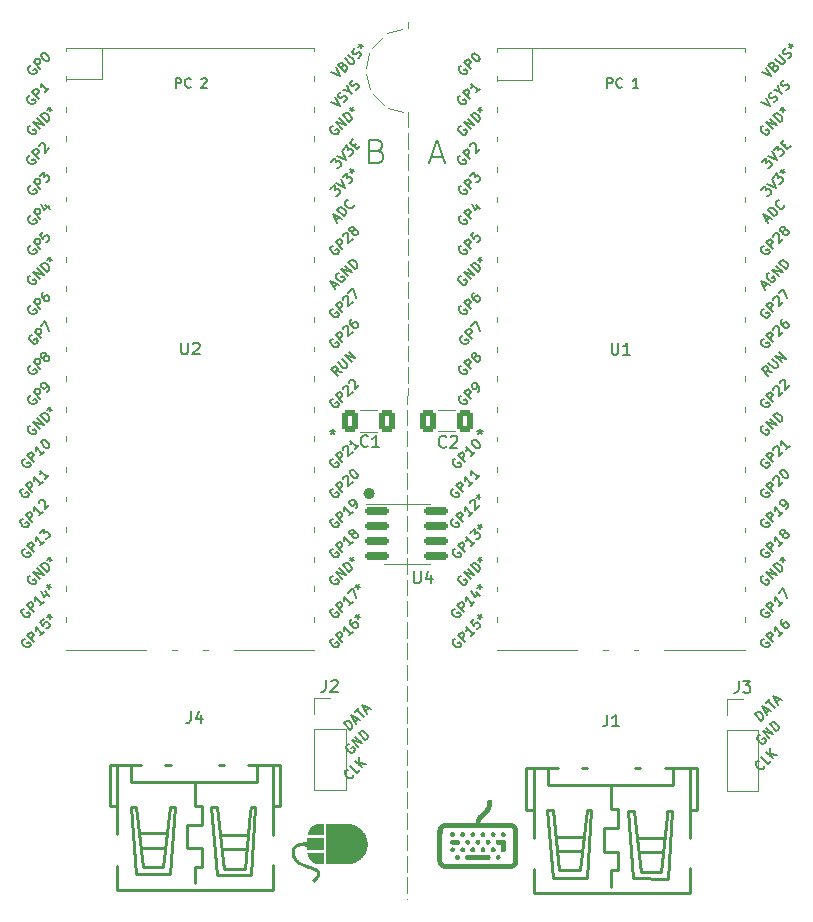
<source format=gto>
G04 #@! TF.GenerationSoftware,KiCad,Pcbnew,7.0.10+1*
G04 #@! TF.CreationDate,2024-02-25T17:50:53-05:00*
G04 #@! TF.ProjectId,DeskHop_JLCPCB,4465736b-486f-4705-9f4a-4c435043422e,rev?*
G04 #@! TF.SameCoordinates,Original*
G04 #@! TF.FileFunction,Legend,Top*
G04 #@! TF.FilePolarity,Positive*
%FSLAX46Y46*%
G04 Gerber Fmt 4.6, Leading zero omitted, Abs format (unit mm)*
G04 Created by KiCad (PCBNEW 7.0.10+1) date 2024-02-25 17:50:53*
%MOMM*%
%LPD*%
G01*
G04 APERTURE LIST*
G04 Aperture macros list*
%AMRoundRect*
0 Rectangle with rounded corners*
0 $1 Rounding radius*
0 $2 $3 $4 $5 $6 $7 $8 $9 X,Y pos of 4 corners*
0 Add a 4 corners polygon primitive as box body*
4,1,4,$2,$3,$4,$5,$6,$7,$8,$9,$2,$3,0*
0 Add four circle primitives for the rounded corners*
1,1,$1+$1,$2,$3*
1,1,$1+$1,$4,$5*
1,1,$1+$1,$6,$7*
1,1,$1+$1,$8,$9*
0 Add four rect primitives between the rounded corners*
20,1,$1+$1,$2,$3,$4,$5,0*
20,1,$1+$1,$4,$5,$6,$7,0*
20,1,$1+$1,$6,$7,$8,$9,0*
20,1,$1+$1,$8,$9,$2,$3,0*%
G04 Aperture macros list end*
%ADD10C,0.000000*%
%ADD11C,0.120000*%
%ADD12C,0.466400*%
%ADD13C,0.150000*%
%ADD14C,0.250000*%
%ADD15O,1.800000X1.800000*%
%ADD16O,1.500000X1.500000*%
%ADD17R,3.500000X1.700000*%
%ADD18R,1.700000X3.500000*%
%ADD19C,3.100000*%
%ADD20C,5.400000*%
%ADD21RoundRect,0.250000X-0.412500X-0.650000X0.412500X-0.650000X0.412500X0.650000X-0.412500X0.650000X0*%
%ADD22C,1.600000*%
%ADD23O,1.200000X2.200000*%
%ADD24R,1.700000X1.700000*%
%ADD25O,1.700000X1.700000*%
%ADD26RoundRect,0.150000X-0.825000X-0.150000X0.825000X-0.150000X0.825000X0.150000X-0.825000X0.150000X0*%
%ADD27RoundRect,0.250000X0.412500X0.650000X-0.412500X0.650000X-0.412500X-0.650000X0.412500X-0.650000X0*%
G04 APERTURE END LIST*
D10*
G36*
X58798165Y-110962168D02*
G01*
X58603088Y-110962168D01*
X58603088Y-110543306D01*
X58798165Y-110543306D01*
X58798165Y-110962168D01*
G37*
G36*
X58603630Y-110588683D02*
G01*
X58603617Y-110588683D01*
X58595362Y-110859483D01*
X58563375Y-110859196D01*
X58525560Y-110860214D01*
X58482716Y-110862766D01*
X58435645Y-110867081D01*
X58385147Y-110873387D01*
X58332022Y-110881913D01*
X58277071Y-110892888D01*
X58221094Y-110906541D01*
X58164892Y-110923101D01*
X58109265Y-110942796D01*
X58055014Y-110965855D01*
X58002938Y-110992508D01*
X57977967Y-111007253D01*
X57953840Y-111022982D01*
X57930657Y-111039724D01*
X57908519Y-111057507D01*
X57887525Y-111076360D01*
X57867775Y-111096311D01*
X57849370Y-111117390D01*
X57832409Y-111139624D01*
X57813791Y-111168348D01*
X57797659Y-111198636D01*
X57784012Y-111230476D01*
X57772851Y-111263862D01*
X57764176Y-111298784D01*
X57757987Y-111335233D01*
X57754283Y-111373200D01*
X57753066Y-111412676D01*
X57754334Y-111453652D01*
X57758088Y-111496119D01*
X57764329Y-111540069D01*
X57773055Y-111585493D01*
X57784267Y-111632380D01*
X57797965Y-111680724D01*
X57814149Y-111730514D01*
X57832819Y-111781741D01*
X57849110Y-111820656D01*
X57867573Y-111858229D01*
X57888127Y-111894500D01*
X57910689Y-111929509D01*
X57935177Y-111963293D01*
X57961509Y-111995892D01*
X58019376Y-112057693D01*
X58083632Y-112115223D01*
X58153618Y-112168796D01*
X58228678Y-112218724D01*
X58308153Y-112265320D01*
X58391386Y-112308897D01*
X58477719Y-112349767D01*
X58566493Y-112388243D01*
X58657052Y-112424638D01*
X58840891Y-112492435D01*
X59023974Y-112555661D01*
X59187753Y-112612183D01*
X59266552Y-112640444D01*
X59342782Y-112669096D01*
X59416060Y-112698430D01*
X59486004Y-112728738D01*
X59552231Y-112760313D01*
X59614358Y-112793447D01*
X59643765Y-112810689D01*
X59672004Y-112828431D01*
X59699027Y-112846709D01*
X59724786Y-112865559D01*
X59749234Y-112885017D01*
X59772322Y-112905121D01*
X59794003Y-112925907D01*
X59814229Y-112947412D01*
X59832952Y-112969671D01*
X59850124Y-112992721D01*
X59865699Y-113016600D01*
X59879627Y-113041343D01*
X59891861Y-113066987D01*
X59902353Y-113093568D01*
X59911056Y-113121124D01*
X59917921Y-113149690D01*
X59924621Y-113194423D01*
X59926498Y-113239887D01*
X59923498Y-113286177D01*
X59915567Y-113333386D01*
X59902650Y-113381606D01*
X59884694Y-113430933D01*
X59861643Y-113481458D01*
X59833445Y-113533276D01*
X59800044Y-113586480D01*
X59761387Y-113641164D01*
X59717418Y-113697420D01*
X59668085Y-113755342D01*
X59613333Y-113815025D01*
X59553108Y-113876560D01*
X59487355Y-113940042D01*
X59416020Y-114005564D01*
X59235045Y-113803991D01*
X59271218Y-113771101D01*
X59305325Y-113739273D01*
X59337424Y-113708494D01*
X59367573Y-113678746D01*
X59395829Y-113650017D01*
X59422249Y-113622289D01*
X59446890Y-113595549D01*
X59469809Y-113569781D01*
X59491065Y-113544971D01*
X59510715Y-113521102D01*
X59528814Y-113498160D01*
X59545422Y-113476130D01*
X59560596Y-113454996D01*
X59574392Y-113434744D01*
X59586868Y-113415358D01*
X59598081Y-113396824D01*
X59608089Y-113379126D01*
X59616950Y-113362249D01*
X59624719Y-113346178D01*
X59631455Y-113330898D01*
X59637215Y-113316394D01*
X59642057Y-113302651D01*
X59646037Y-113289653D01*
X59649213Y-113277385D01*
X59651642Y-113265833D01*
X59653383Y-113254982D01*
X59654491Y-113244815D01*
X59655024Y-113235319D01*
X59654596Y-113218275D01*
X59652557Y-113203731D01*
X59648621Y-113189025D01*
X59642895Y-113174543D01*
X59635441Y-113160279D01*
X59626317Y-113146226D01*
X59603303Y-113118728D01*
X59574333Y-113091998D01*
X59539884Y-113065981D01*
X59500437Y-113040627D01*
X59456471Y-113015882D01*
X59408464Y-112991694D01*
X59356897Y-112968011D01*
X59302248Y-112944781D01*
X59185622Y-112899467D01*
X59062420Y-112855334D01*
X58936476Y-112811963D01*
X58739717Y-112743829D01*
X58638965Y-112707231D01*
X58537716Y-112668397D01*
X58436782Y-112626917D01*
X58336977Y-112582381D01*
X58239114Y-112534379D01*
X58144006Y-112482498D01*
X58052467Y-112426330D01*
X58008289Y-112396510D01*
X57965309Y-112365464D01*
X57923627Y-112333140D01*
X57883346Y-112299488D01*
X57844567Y-112264456D01*
X57807391Y-112227993D01*
X57771921Y-112190047D01*
X57738258Y-112150567D01*
X57706503Y-112109503D01*
X57676759Y-112066801D01*
X57649127Y-112022412D01*
X57623708Y-111976284D01*
X57600604Y-111928366D01*
X57579918Y-111878605D01*
X57555346Y-111810565D01*
X57534312Y-111744074D01*
X57516817Y-111679144D01*
X57502860Y-111615787D01*
X57492443Y-111554016D01*
X57485566Y-111493842D01*
X57482229Y-111435277D01*
X57482433Y-111378334D01*
X57486179Y-111323025D01*
X57493468Y-111269362D01*
X57504299Y-111217356D01*
X57518673Y-111167021D01*
X57536591Y-111118367D01*
X57558054Y-111071408D01*
X57583061Y-111026155D01*
X57611615Y-110982620D01*
X57640028Y-110945385D01*
X57670484Y-110910564D01*
X57702794Y-110878076D01*
X57736771Y-110847839D01*
X57772228Y-110819775D01*
X57808977Y-110793802D01*
X57846831Y-110769840D01*
X57885601Y-110747807D01*
X57925102Y-110727625D01*
X57965144Y-110709211D01*
X58005540Y-110692486D01*
X58046103Y-110677369D01*
X58126981Y-110651638D01*
X58206276Y-110631371D01*
X58282487Y-110615926D01*
X58354116Y-110604658D01*
X58419661Y-110596922D01*
X58477623Y-110592075D01*
X58564795Y-110588468D01*
X58603630Y-110588683D01*
G37*
D11*
X67310000Y-48738426D02*
X67309441Y-50058426D01*
X67309238Y-50538426D02*
X67308679Y-51858426D01*
X67308476Y-52338426D02*
X67307918Y-53658426D01*
X67307715Y-54138426D02*
X67307156Y-55458425D01*
X67306953Y-55938425D02*
X67306394Y-57258425D01*
X67306191Y-57738425D02*
X67305632Y-59058425D01*
X67305429Y-59538425D02*
X67304870Y-60858425D01*
X67304667Y-61338425D02*
X67304109Y-62658425D01*
X67303905Y-63138425D02*
X67303347Y-64458425D01*
X67303144Y-64938425D02*
X67302585Y-66258424D01*
X67302382Y-66738424D02*
X67301823Y-68058424D01*
X67301620Y-68538424D02*
X67301061Y-69858424D01*
X67300858Y-70338424D02*
X67300299Y-71658424D01*
X67300096Y-72138424D02*
X67299538Y-73458424D01*
X67299334Y-73938424D02*
X67298776Y-75258424D01*
X67298573Y-75738424D02*
X67298014Y-77058423D01*
X67297811Y-77538423D02*
X67297252Y-78858423D01*
X67297049Y-79338423D02*
X67296490Y-80658423D01*
X67296287Y-81138423D02*
X67295728Y-82458423D01*
X67295525Y-82938423D02*
X67294967Y-84258423D01*
X67294763Y-84738423D02*
X67294205Y-86058423D01*
X67294002Y-86538423D02*
X67293443Y-87858422D01*
X67293240Y-88338422D02*
X67292681Y-89658422D01*
X67292478Y-90138422D02*
X67291919Y-91458422D01*
X67291716Y-91938422D02*
X67291157Y-93258422D01*
X67290954Y-93738422D02*
X67290396Y-95058422D01*
X67290192Y-95538422D02*
X67289634Y-96858422D01*
X67289431Y-97338422D02*
X67288872Y-98658422D01*
X67288669Y-99138421D02*
X67288110Y-100458421D01*
X67287907Y-100938421D02*
X67287348Y-102258421D01*
X67287145Y-102738421D02*
X67286586Y-104058421D01*
X67286383Y-104538421D02*
X67285825Y-105858421D01*
X67285621Y-106338421D02*
X67285063Y-107658421D01*
X67284860Y-108138421D02*
X67284301Y-109458421D01*
X67284098Y-109938421D02*
X67283539Y-111258420D01*
X67283336Y-111738420D02*
X67282777Y-113058420D01*
X67282574Y-113538420D02*
X67282015Y-114858420D01*
X67281812Y-115338420D02*
X67281783Y-115407659D01*
D10*
G36*
X60221226Y-111247336D02*
G01*
X58797199Y-111247336D01*
X58791178Y-111185136D01*
X58786094Y-111122011D01*
X58781905Y-111058001D01*
X58778571Y-110993144D01*
X58776050Y-110927482D01*
X58774300Y-110861053D01*
X58772950Y-110726054D01*
X58773281Y-110658120D01*
X58774300Y-110590897D01*
X58776050Y-110524421D01*
X58778571Y-110458727D01*
X58781905Y-110393853D01*
X58786094Y-110329834D01*
X58791178Y-110266707D01*
X58797199Y-110204507D01*
X60221226Y-110204507D01*
X60221226Y-111247336D01*
G37*
G36*
X75409953Y-109711596D02*
G01*
X75414084Y-109711996D01*
X75418717Y-109712651D01*
X75423798Y-109713553D01*
X75429272Y-109714694D01*
X75435082Y-109716066D01*
X75447491Y-109719465D01*
X75453979Y-109721476D01*
X75460582Y-109723683D01*
X75467245Y-109726077D01*
X75473912Y-109728651D01*
X75480528Y-109731395D01*
X75487037Y-109734301D01*
X75493385Y-109737361D01*
X75499515Y-109740565D01*
X75511406Y-109747709D01*
X75523025Y-109755970D01*
X75534303Y-109765237D01*
X75545172Y-109775399D01*
X75555563Y-109786346D01*
X75565408Y-109797967D01*
X75574640Y-109810150D01*
X75583189Y-109822785D01*
X75590988Y-109835761D01*
X75597969Y-109848967D01*
X75604062Y-109862293D01*
X75609201Y-109875627D01*
X75613317Y-109888859D01*
X75616341Y-109901877D01*
X75618205Y-109914572D01*
X75618681Y-109920763D01*
X75618842Y-109926832D01*
X75618681Y-109932900D01*
X75618205Y-109939091D01*
X75617422Y-109945389D01*
X75616341Y-109951781D01*
X75614969Y-109958251D01*
X75613317Y-109964786D01*
X75611391Y-109971371D01*
X75609201Y-109977991D01*
X75604062Y-109991282D01*
X75597969Y-110004543D01*
X75590988Y-110017659D01*
X75583189Y-110030515D01*
X75574640Y-110042996D01*
X75565408Y-110054987D01*
X75555563Y-110066372D01*
X75545172Y-110077037D01*
X75539793Y-110082063D01*
X75534303Y-110086866D01*
X75528711Y-110091431D01*
X75523025Y-110095744D01*
X75517254Y-110099791D01*
X75511406Y-110103557D01*
X75505490Y-110107027D01*
X75499515Y-110110189D01*
X75493385Y-110113426D01*
X75487038Y-110116578D01*
X75480528Y-110119627D01*
X75473912Y-110122558D01*
X75467245Y-110125352D01*
X75460582Y-110127992D01*
X75453979Y-110130462D01*
X75447491Y-110132744D01*
X75441174Y-110134822D01*
X75435082Y-110136678D01*
X75429272Y-110138295D01*
X75423799Y-110139657D01*
X75418717Y-110140745D01*
X75414084Y-110141544D01*
X75409954Y-110142035D01*
X75406382Y-110142203D01*
X75402810Y-110142035D01*
X75398679Y-110141544D01*
X75394046Y-110140745D01*
X75388965Y-110139657D01*
X75383491Y-110138295D01*
X75377681Y-110136678D01*
X75365272Y-110132744D01*
X75352181Y-110127992D01*
X75338851Y-110122558D01*
X75332235Y-110119627D01*
X75325725Y-110116578D01*
X75319378Y-110113426D01*
X75313248Y-110110189D01*
X75301356Y-110103589D01*
X75289737Y-110095864D01*
X75278459Y-110087115D01*
X75267591Y-110077446D01*
X75257200Y-110066958D01*
X75247354Y-110055754D01*
X75238123Y-110043936D01*
X75229573Y-110031607D01*
X75221774Y-110018868D01*
X75214794Y-110005823D01*
X75208700Y-109992572D01*
X75203562Y-109979220D01*
X75199446Y-109965867D01*
X75196422Y-109952616D01*
X75194558Y-109939571D01*
X75194081Y-109933157D01*
X75193921Y-109926832D01*
X75194081Y-109920507D01*
X75194558Y-109914093D01*
X75195341Y-109907600D01*
X75196422Y-109901042D01*
X75197793Y-109894430D01*
X75199446Y-109887778D01*
X75201372Y-109881097D01*
X75203562Y-109874399D01*
X75208700Y-109861003D01*
X75214794Y-109847688D01*
X75221775Y-109834552D01*
X75229574Y-109821693D01*
X75238123Y-109809210D01*
X75247355Y-109797199D01*
X75257200Y-109785760D01*
X75267591Y-109774990D01*
X75278460Y-109764988D01*
X75289737Y-109755851D01*
X75295509Y-109751637D01*
X75301356Y-109747677D01*
X75307272Y-109743982D01*
X75313248Y-109740565D01*
X75319858Y-109737361D01*
X75326561Y-109734301D01*
X75333316Y-109731395D01*
X75340079Y-109728651D01*
X75346808Y-109726077D01*
X75353460Y-109723683D01*
X75359993Y-109721476D01*
X75366364Y-109719465D01*
X75372530Y-109717659D01*
X75378449Y-109716066D01*
X75384078Y-109714694D01*
X75389374Y-109713553D01*
X75394295Y-109712651D01*
X75398799Y-109711996D01*
X75402842Y-109711596D01*
X75406382Y-109711461D01*
X75409953Y-109711596D01*
G37*
G36*
X60221226Y-112444972D02*
G01*
X59941893Y-112444972D01*
X59875793Y-112443793D01*
X59812158Y-112440281D01*
X59750944Y-112434480D01*
X59692105Y-112426429D01*
X59635597Y-112416172D01*
X59581376Y-112403748D01*
X59529396Y-112389201D01*
X59479613Y-112372571D01*
X59431983Y-112353900D01*
X59386459Y-112333229D01*
X59342999Y-112310600D01*
X59301557Y-112286055D01*
X59262088Y-112259634D01*
X59224548Y-112231380D01*
X59188891Y-112201334D01*
X59155075Y-112169538D01*
X59123052Y-112136032D01*
X59092780Y-112100860D01*
X59064213Y-112064061D01*
X59037306Y-112025678D01*
X59012016Y-111985751D01*
X58988296Y-111944324D01*
X58945392Y-111857131D01*
X58908235Y-111764431D01*
X58876469Y-111666556D01*
X58849737Y-111563837D01*
X58827679Y-111456608D01*
X60221226Y-111456608D01*
X60221226Y-112444972D01*
G37*
G36*
X62227485Y-109008671D02*
G01*
X62318639Y-109015309D01*
X62408466Y-109026241D01*
X62496854Y-109041358D01*
X62583689Y-109060552D01*
X62668859Y-109083717D01*
X62752251Y-109110743D01*
X62833753Y-109141524D01*
X62913252Y-109175950D01*
X62990635Y-109213914D01*
X63065790Y-109255309D01*
X63138604Y-109300027D01*
X63208965Y-109347958D01*
X63276759Y-109398996D01*
X63341873Y-109453033D01*
X63404197Y-109509961D01*
X63463616Y-109569672D01*
X63520018Y-109632058D01*
X63573290Y-109697010D01*
X63623320Y-109764422D01*
X63669995Y-109834185D01*
X63713203Y-109906192D01*
X63752830Y-109980334D01*
X63788764Y-110056504D01*
X63820893Y-110134593D01*
X63849103Y-110214495D01*
X63873282Y-110296100D01*
X63893318Y-110379301D01*
X63909098Y-110463991D01*
X63920508Y-110550060D01*
X63927437Y-110637402D01*
X63929772Y-110725908D01*
X63927437Y-110814365D01*
X63920508Y-110901660D01*
X63909097Y-110987688D01*
X63893318Y-111072338D01*
X63873281Y-111155504D01*
X63849102Y-111237078D01*
X63820891Y-111316950D01*
X63788762Y-111395014D01*
X63752827Y-111471161D01*
X63713200Y-111545283D01*
X63669992Y-111617273D01*
X63623316Y-111687021D01*
X63573285Y-111754420D01*
X63520012Y-111819362D01*
X63463610Y-111881739D01*
X63404190Y-111941442D01*
X63341866Y-111998365D01*
X63276751Y-112052398D01*
X63208956Y-112103433D01*
X63138595Y-112151364D01*
X63065781Y-112196080D01*
X62990625Y-112237476D01*
X62913241Y-112275441D01*
X62833742Y-112309869D01*
X62752239Y-112340652D01*
X62668847Y-112367680D01*
X62583676Y-112390847D01*
X62496841Y-112410044D01*
X62408453Y-112425163D01*
X62318626Y-112436096D01*
X62227471Y-112442735D01*
X62135103Y-112444972D01*
X62135106Y-112444976D01*
X62135110Y-112444979D01*
X62135113Y-112444982D01*
X62135116Y-112444986D01*
X60430684Y-112444986D01*
X60430684Y-109006435D01*
X62135116Y-109006435D01*
X62227485Y-109008671D01*
G37*
G36*
X71971429Y-111002828D02*
G01*
X71973288Y-111003199D01*
X71975000Y-111003686D01*
X71981325Y-111003846D01*
X71987740Y-111004323D01*
X71994233Y-111005106D01*
X72000791Y-111006187D01*
X72007402Y-111007558D01*
X72014055Y-111009211D01*
X72020736Y-111011137D01*
X72027434Y-111013327D01*
X72040830Y-111018465D01*
X72054145Y-111024559D01*
X72067281Y-111031540D01*
X72080139Y-111039339D01*
X72092623Y-111047888D01*
X72104634Y-111057120D01*
X72116073Y-111066965D01*
X72126843Y-111077356D01*
X72136845Y-111088225D01*
X72145982Y-111099502D01*
X72150195Y-111105274D01*
X72154155Y-111111121D01*
X72157850Y-111117037D01*
X72161267Y-111123013D01*
X72166696Y-111135490D01*
X72171954Y-111148616D01*
X72176871Y-111161946D01*
X72181276Y-111175037D01*
X72185000Y-111187446D01*
X72186552Y-111193256D01*
X72187870Y-111198730D01*
X72188933Y-111203811D01*
X72189718Y-111208444D01*
X72190204Y-111212575D01*
X72190371Y-111216147D01*
X72190236Y-111219719D01*
X72189837Y-111223849D01*
X72189182Y-111228482D01*
X72188280Y-111233564D01*
X72187138Y-111239037D01*
X72185767Y-111244847D01*
X72182368Y-111257256D01*
X72180357Y-111263744D01*
X72178150Y-111270347D01*
X72175755Y-111277010D01*
X72173182Y-111283677D01*
X72170438Y-111290293D01*
X72167531Y-111296802D01*
X72164472Y-111303150D01*
X72161267Y-111309280D01*
X72154155Y-111321172D01*
X72145982Y-111332791D01*
X72136845Y-111344069D01*
X72126842Y-111354937D01*
X72116073Y-111365328D01*
X72104633Y-111375174D01*
X72092623Y-111384405D01*
X72080139Y-111392954D01*
X72067281Y-111400753D01*
X72054145Y-111407734D01*
X72040830Y-111413828D01*
X72027434Y-111418966D01*
X72014055Y-111423082D01*
X72000791Y-111426106D01*
X71987740Y-111427970D01*
X71981325Y-111428446D01*
X71975000Y-111428607D01*
X71971429Y-111428439D01*
X71967298Y-111427948D01*
X71962665Y-111427149D01*
X71957584Y-111426060D01*
X71952110Y-111424699D01*
X71946300Y-111423082D01*
X71933891Y-111419148D01*
X71920800Y-111414396D01*
X71907470Y-111408962D01*
X71900854Y-111406031D01*
X71894345Y-111402982D01*
X71887997Y-111399830D01*
X71881867Y-111396592D01*
X71869976Y-111389993D01*
X71858357Y-111382268D01*
X71847079Y-111373519D01*
X71836210Y-111363850D01*
X71825819Y-111353362D01*
X71815974Y-111342158D01*
X71806742Y-111330340D01*
X71798193Y-111318011D01*
X71790394Y-111305272D01*
X71783413Y-111292226D01*
X71777320Y-111278976D01*
X71772181Y-111265623D01*
X71768066Y-111252271D01*
X71765041Y-111239020D01*
X71763177Y-111225975D01*
X71762701Y-111219561D01*
X71762540Y-111213236D01*
X71762701Y-111206911D01*
X71763177Y-111200497D01*
X71763960Y-111194004D01*
X71765041Y-111187446D01*
X71766413Y-111180835D01*
X71768066Y-111174182D01*
X71769991Y-111167501D01*
X71772181Y-111160803D01*
X71777320Y-111147407D01*
X71783413Y-111134092D01*
X71790394Y-111120956D01*
X71798193Y-111108097D01*
X71806742Y-111095614D01*
X71815974Y-111083603D01*
X71825819Y-111072164D01*
X71836210Y-111061394D01*
X71847079Y-111051392D01*
X71858357Y-111042255D01*
X71864128Y-111038042D01*
X71869976Y-111034081D01*
X71875892Y-111030387D01*
X71881867Y-111026970D01*
X71894345Y-111021552D01*
X71900854Y-111018918D01*
X71907470Y-111016374D01*
X71914137Y-111013949D01*
X71920800Y-111011673D01*
X71927403Y-111009576D01*
X71933891Y-111007688D01*
X71940208Y-111006039D01*
X71946300Y-111004658D01*
X71952110Y-111003576D01*
X71957584Y-111002822D01*
X71962665Y-111002426D01*
X71967298Y-111002418D01*
X71971429Y-111002828D01*
G37*
D11*
X66937740Y-48748460D02*
X65680287Y-48372564D01*
X65269783Y-48124498D02*
X64352267Y-47186069D01*
X64113514Y-46770079D02*
X63766049Y-45504476D01*
X63758926Y-45024893D02*
X64068656Y-43749529D01*
X64294950Y-43326633D02*
X65184194Y-42361372D01*
X65587150Y-42101225D02*
X66832886Y-41688153D01*
D10*
G36*
X60221226Y-109995209D02*
G01*
X58827679Y-109995209D01*
X58849712Y-109887864D01*
X58876427Y-109785050D01*
X58908180Y-109687098D01*
X58945328Y-109594337D01*
X58988229Y-109507099D01*
X59011948Y-109465654D01*
X59037239Y-109425713D01*
X59064147Y-109387318D01*
X59092715Y-109350510D01*
X59122990Y-109315331D01*
X59155015Y-109281821D01*
X59188835Y-109250022D01*
X59224495Y-109219976D01*
X59262039Y-109191722D01*
X59301513Y-109165304D01*
X59342959Y-109140762D01*
X59386424Y-109118137D01*
X59431952Y-109097471D01*
X59479587Y-109078805D01*
X59529375Y-109062181D01*
X59581359Y-109047639D01*
X59635584Y-109035221D01*
X59692095Y-109024968D01*
X59750937Y-109016922D01*
X59812154Y-109011123D01*
X59875791Y-109007614D01*
X59941893Y-109006435D01*
X60221226Y-109006435D01*
X60221226Y-109995209D01*
G37*
G36*
X74396618Y-106991515D02*
G01*
X74402288Y-106992041D01*
X74407276Y-106993018D01*
X74411632Y-106994453D01*
X74415406Y-106996352D01*
X74418648Y-106998720D01*
X74421408Y-107001564D01*
X74423737Y-107004888D01*
X74425684Y-107008700D01*
X74427299Y-107013005D01*
X74428634Y-107017809D01*
X74429737Y-107023117D01*
X74430658Y-107028936D01*
X74431449Y-107035271D01*
X74434303Y-107065893D01*
X74437784Y-107092363D01*
X74440601Y-107121310D01*
X74444307Y-107185083D01*
X74445558Y-107254109D01*
X74444489Y-107325284D01*
X74441237Y-107395503D01*
X74435939Y-107461664D01*
X74428732Y-107520662D01*
X74424454Y-107546506D01*
X74419750Y-107569395D01*
X74414104Y-107593448D01*
X74407046Y-107618576D01*
X74398666Y-107644625D01*
X74389055Y-107671441D01*
X74378301Y-107698871D01*
X74366493Y-107726762D01*
X74353723Y-107754960D01*
X74340078Y-107783311D01*
X74325649Y-107811662D01*
X74310525Y-107839859D01*
X74294795Y-107867750D01*
X74278550Y-107895180D01*
X74261878Y-107921996D01*
X74244870Y-107948045D01*
X74227614Y-107973173D01*
X74210200Y-107997226D01*
X74193699Y-108017684D01*
X74173138Y-108041383D01*
X74149371Y-108067468D01*
X74123252Y-108095089D01*
X74095631Y-108123392D01*
X74067362Y-108151524D01*
X74039299Y-108178633D01*
X74012292Y-108203866D01*
X73972019Y-108239667D01*
X73932125Y-108275950D01*
X73854448Y-108348886D01*
X73781204Y-108420527D01*
X73714339Y-108488723D01*
X73655795Y-108551325D01*
X73630251Y-108579857D01*
X73607517Y-108606185D01*
X73587836Y-108630041D01*
X73571450Y-108651155D01*
X73558602Y-108669259D01*
X73549536Y-108684084D01*
X73542419Y-108697383D01*
X73535297Y-108712029D01*
X73528235Y-108727800D01*
X73521296Y-108744475D01*
X73514545Y-108761833D01*
X73508046Y-108779651D01*
X73496057Y-108815781D01*
X73490696Y-108833650D01*
X73485842Y-108851092D01*
X73481560Y-108867887D01*
X73477913Y-108883812D01*
X73474965Y-108898645D01*
X73472780Y-108912165D01*
X73471422Y-108924151D01*
X73470955Y-108934380D01*
X73471948Y-108938479D01*
X73476037Y-108942065D01*
X73500150Y-108947841D01*
X73556596Y-108951979D01*
X73658677Y-108954753D01*
X74052947Y-108957300D01*
X74789374Y-108957664D01*
X75469002Y-108958391D01*
X75704671Y-108959505D01*
X75882599Y-108961302D01*
X76011550Y-108963916D01*
X76060398Y-108965573D01*
X76100289Y-108967486D01*
X76132319Y-108969672D01*
X76157582Y-108972147D01*
X76177176Y-108974930D01*
X76192194Y-108978036D01*
X76236309Y-108989888D01*
X76279081Y-109004634D01*
X76320394Y-109022168D01*
X76360134Y-109042384D01*
X76398187Y-109065175D01*
X76434435Y-109090434D01*
X76468766Y-109118055D01*
X76501062Y-109147932D01*
X76531210Y-109179957D01*
X76559094Y-109214025D01*
X76584600Y-109250028D01*
X76607611Y-109287859D01*
X76628013Y-109327414D01*
X76645691Y-109368584D01*
X76660529Y-109411263D01*
X76672413Y-109455345D01*
X76682918Y-109610643D01*
X76690421Y-109939747D01*
X76696424Y-110887997D01*
X76690421Y-111837339D01*
X76682918Y-112167807D01*
X76672413Y-112325015D01*
X76661557Y-112366122D01*
X76647640Y-112406393D01*
X76630807Y-112445675D01*
X76611203Y-112483815D01*
X76588973Y-112520658D01*
X76564261Y-112556052D01*
X76537214Y-112589843D01*
X76507974Y-112621878D01*
X76476689Y-112652002D01*
X76443502Y-112680063D01*
X76408558Y-112705908D01*
X76372003Y-112729381D01*
X76333982Y-112750331D01*
X76294639Y-112768604D01*
X76254119Y-112784045D01*
X76212567Y-112796503D01*
X76171480Y-112804188D01*
X76091239Y-112809963D01*
X75704699Y-112816876D01*
X73267226Y-112819786D01*
X72246516Y-112820719D01*
X71838534Y-112820886D01*
X71491735Y-112820696D01*
X71200819Y-112820028D01*
X70960488Y-112818763D01*
X70765441Y-112816782D01*
X70683243Y-112815486D01*
X70610379Y-112813966D01*
X70546187Y-112812207D01*
X70490004Y-112810194D01*
X70441168Y-112807913D01*
X70399016Y-112805348D01*
X70362886Y-112802485D01*
X70332115Y-112799308D01*
X70306042Y-112795803D01*
X70284003Y-112791955D01*
X70265337Y-112787749D01*
X70249380Y-112783170D01*
X70235471Y-112778203D01*
X70222947Y-112772833D01*
X70211146Y-112767045D01*
X70199404Y-112760825D01*
X70173453Y-112747026D01*
X70156057Y-112737303D01*
X70137829Y-112725726D01*
X70118961Y-112712487D01*
X70099647Y-112697776D01*
X70080076Y-112681787D01*
X70060441Y-112664710D01*
X70040934Y-112646738D01*
X70021747Y-112628063D01*
X70003072Y-112608876D01*
X69985100Y-112589369D01*
X69968023Y-112569734D01*
X69952034Y-112550163D01*
X69937323Y-112530849D01*
X69924084Y-112511981D01*
X69912507Y-112493754D01*
X69902784Y-112476357D01*
X69877932Y-112424902D01*
X69859492Y-112370854D01*
X69846509Y-112294433D01*
X69842451Y-112237703D01*
X70257855Y-112237703D01*
X70289869Y-112284269D01*
X70293341Y-112288764D01*
X70297180Y-112293489D01*
X70301342Y-112298402D01*
X70305786Y-112303460D01*
X70315347Y-112313840D01*
X70325522Y-112324288D01*
X70335970Y-112334463D01*
X70346350Y-112344024D01*
X70351407Y-112348468D01*
X70356320Y-112352630D01*
X70361045Y-112356469D01*
X70365540Y-112359940D01*
X70412107Y-112391955D01*
X73273047Y-112389045D01*
X76133986Y-112386134D01*
X76168911Y-112357030D01*
X76172827Y-112354136D01*
X76176914Y-112350936D01*
X76181138Y-112347463D01*
X76185464Y-112343751D01*
X76189858Y-112339834D01*
X76194286Y-112335747D01*
X76203108Y-112327198D01*
X76211657Y-112318376D01*
X76215745Y-112313948D01*
X76219661Y-112309554D01*
X76223373Y-112305228D01*
X76226846Y-112301004D01*
X76230047Y-112296917D01*
X76232940Y-112293001D01*
X76242547Y-112278443D01*
X76249766Y-112250209D01*
X76254939Y-112192165D01*
X76258406Y-112088180D01*
X76261589Y-111677857D01*
X76262044Y-110890180D01*
X76261987Y-110438594D01*
X76261852Y-110255743D01*
X76261589Y-110098774D01*
X76261156Y-109965629D01*
X76260862Y-109907347D01*
X76260509Y-109854248D01*
X76260093Y-109806076D01*
X76259607Y-109762572D01*
X76259047Y-109723480D01*
X76258406Y-109688542D01*
X76257681Y-109657500D01*
X76256864Y-109630098D01*
X76255952Y-109606078D01*
X76254939Y-109585182D01*
X76253819Y-109567154D01*
X76253217Y-109559134D01*
X76252587Y-109551734D01*
X76251927Y-109544923D01*
X76251238Y-109538668D01*
X76250517Y-109532936D01*
X76249766Y-109527696D01*
X76248982Y-109522915D01*
X76248166Y-109518561D01*
X76247317Y-109514603D01*
X76246433Y-109511007D01*
X76245515Y-109507742D01*
X76244562Y-109504775D01*
X76243573Y-109502075D01*
X76242547Y-109499609D01*
X76241483Y-109497345D01*
X76240382Y-109495251D01*
X76239242Y-109493294D01*
X76238063Y-109491443D01*
X76235584Y-109487928D01*
X76232940Y-109484449D01*
X76229981Y-109481011D01*
X76226591Y-109477275D01*
X76218706Y-109469078D01*
X76209662Y-109460199D01*
X76199834Y-109450979D01*
X76189596Y-109441759D01*
X76179325Y-109432880D01*
X76169394Y-109424683D01*
X76160180Y-109417509D01*
X76113613Y-109385494D01*
X70409197Y-109385494D01*
X70365540Y-109414599D01*
X70361046Y-109417525D01*
X70356326Y-109420817D01*
X70351427Y-109424434D01*
X70346395Y-109428332D01*
X70341279Y-109432469D01*
X70336123Y-109436802D01*
X70330977Y-109441288D01*
X70325886Y-109445886D01*
X70320897Y-109450551D01*
X70316058Y-109455242D01*
X70311414Y-109459916D01*
X70307014Y-109464530D01*
X70302903Y-109469042D01*
X70299129Y-109473409D01*
X70295739Y-109477589D01*
X70292780Y-109481538D01*
X70283168Y-109496920D01*
X70275909Y-109525467D01*
X70270628Y-109583346D01*
X70266950Y-109686723D01*
X70262903Y-110094636D01*
X70260765Y-110878538D01*
X70257855Y-112237703D01*
X69842451Y-112237703D01*
X69838027Y-112175857D01*
X69833093Y-111995343D01*
X69830751Y-111733109D01*
X69830024Y-110884359D01*
X69830189Y-110470540D01*
X69830797Y-110148433D01*
X69832019Y-109905521D01*
X69834026Y-109729288D01*
X69835376Y-109662263D01*
X69836987Y-109607215D01*
X69838879Y-109562577D01*
X69841074Y-109526786D01*
X69843593Y-109498277D01*
X69846457Y-109475484D01*
X69849688Y-109456845D01*
X69853307Y-109440792D01*
X69862206Y-109410544D01*
X69872520Y-109380936D01*
X69884233Y-109351992D01*
X69897327Y-109323739D01*
X69911785Y-109296202D01*
X69927591Y-109269408D01*
X69944727Y-109243380D01*
X69963175Y-109218146D01*
X69982920Y-109193730D01*
X70003944Y-109170158D01*
X70026230Y-109147456D01*
X70049760Y-109125649D01*
X70074519Y-109104763D01*
X70100488Y-109084824D01*
X70127651Y-109065856D01*
X70155990Y-109047886D01*
X70207292Y-109019066D01*
X70260811Y-108997409D01*
X70294551Y-108988946D01*
X70336226Y-108981890D01*
X70453217Y-108971488D01*
X70631463Y-108965178D01*
X70890643Y-108961938D01*
X71730526Y-108960574D01*
X73046034Y-108960574D01*
X73060586Y-108855799D01*
X73064775Y-108829996D01*
X73069675Y-108803951D01*
X73075250Y-108777761D01*
X73081459Y-108751524D01*
X73088265Y-108725338D01*
X73095630Y-108699301D01*
X73103515Y-108673512D01*
X73111882Y-108648068D01*
X73120692Y-108623067D01*
X73129907Y-108598608D01*
X73139489Y-108574788D01*
X73149399Y-108551706D01*
X73159599Y-108529459D01*
X73170051Y-108508146D01*
X73180715Y-108487865D01*
X73191555Y-108468713D01*
X73227196Y-108412580D01*
X73246053Y-108385266D01*
X73266043Y-108357981D01*
X73287500Y-108330373D01*
X73310757Y-108302086D01*
X73336145Y-108272768D01*
X73363997Y-108242065D01*
X73428424Y-108175085D01*
X73506698Y-108098317D01*
X73601480Y-108008930D01*
X73715430Y-107904093D01*
X73741621Y-107879605D01*
X73766709Y-107855258D01*
X73790679Y-107831056D01*
X73813520Y-107807003D01*
X73835218Y-107783103D01*
X73855761Y-107759362D01*
X73875135Y-107735782D01*
X73893329Y-107712369D01*
X73910329Y-107689126D01*
X73926122Y-107666058D01*
X73940697Y-107643169D01*
X73954039Y-107620463D01*
X73966136Y-107597945D01*
X73976975Y-107575619D01*
X73986544Y-107553489D01*
X73994830Y-107531559D01*
X74001805Y-107511590D01*
X74007518Y-107490222D01*
X74012071Y-107466331D01*
X74015567Y-107438790D01*
X74018107Y-107406474D01*
X74019796Y-107368258D01*
X74020733Y-107323015D01*
X74021023Y-107269622D01*
X74021023Y-107074624D01*
X74195649Y-107033878D01*
X74274901Y-107013886D01*
X74306627Y-107006156D01*
X74333620Y-106999999D01*
X74345468Y-106997525D01*
X74356283Y-106995462D01*
X74366115Y-106993816D01*
X74375014Y-106992592D01*
X74383031Y-106991797D01*
X74390216Y-106991436D01*
X74396618Y-106991515D01*
G37*
G36*
X71120000Y-110998000D02*
G01*
X71124130Y-110998400D01*
X71128764Y-110999055D01*
X71133845Y-110999957D01*
X71139318Y-111001098D01*
X71145128Y-111002470D01*
X71157537Y-111005869D01*
X71164026Y-111007880D01*
X71170629Y-111010087D01*
X71177291Y-111012481D01*
X71183959Y-111015055D01*
X71190575Y-111017799D01*
X71197084Y-111020705D01*
X71203431Y-111023765D01*
X71209561Y-111026970D01*
X71221453Y-111034113D01*
X71233072Y-111042374D01*
X71244350Y-111051641D01*
X71255218Y-111061803D01*
X71265609Y-111072750D01*
X71275455Y-111084371D01*
X71284686Y-111096554D01*
X71293235Y-111109189D01*
X71301034Y-111122165D01*
X71308015Y-111135371D01*
X71314109Y-111148697D01*
X71319247Y-111162031D01*
X71323363Y-111175263D01*
X71326387Y-111188282D01*
X71328251Y-111200976D01*
X71328727Y-111207168D01*
X71328888Y-111213236D01*
X71328727Y-111219305D01*
X71328251Y-111225495D01*
X71327468Y-111231793D01*
X71326387Y-111238185D01*
X71325016Y-111244655D01*
X71323363Y-111251190D01*
X71321437Y-111257775D01*
X71319247Y-111264396D01*
X71314109Y-111277687D01*
X71308015Y-111290948D01*
X71301035Y-111304064D01*
X71293236Y-111316920D01*
X71284686Y-111329400D01*
X71275455Y-111341391D01*
X71265609Y-111352776D01*
X71255218Y-111363441D01*
X71249839Y-111368467D01*
X71244350Y-111373270D01*
X71238758Y-111377835D01*
X71233072Y-111382148D01*
X71227301Y-111386195D01*
X71221453Y-111389961D01*
X71215537Y-111393431D01*
X71209561Y-111396592D01*
X71203431Y-111399830D01*
X71197084Y-111402982D01*
X71190574Y-111406031D01*
X71183959Y-111408962D01*
X71177291Y-111411756D01*
X71170629Y-111414396D01*
X71164025Y-111416866D01*
X71157537Y-111419148D01*
X71151220Y-111421226D01*
X71145128Y-111423082D01*
X71139318Y-111424699D01*
X71133845Y-111426060D01*
X71128764Y-111427149D01*
X71124130Y-111427948D01*
X71120000Y-111428439D01*
X71116428Y-111428607D01*
X71112856Y-111428439D01*
X71108725Y-111427948D01*
X71104092Y-111427149D01*
X71099011Y-111426060D01*
X71093537Y-111424699D01*
X71087727Y-111423082D01*
X71075318Y-111419148D01*
X71062227Y-111414396D01*
X71048897Y-111408962D01*
X71042281Y-111406031D01*
X71035772Y-111402982D01*
X71029424Y-111399830D01*
X71023294Y-111396592D01*
X71011403Y-111389993D01*
X70999784Y-111382268D01*
X70988506Y-111373519D01*
X70977637Y-111363850D01*
X70967246Y-111353362D01*
X70957401Y-111342158D01*
X70948169Y-111330340D01*
X70939620Y-111318011D01*
X70931821Y-111305272D01*
X70924841Y-111292226D01*
X70918747Y-111278976D01*
X70913608Y-111265623D01*
X70909493Y-111252271D01*
X70906469Y-111239020D01*
X70904604Y-111225975D01*
X70904128Y-111219561D01*
X70903967Y-111213236D01*
X70904128Y-111206911D01*
X70904604Y-111200497D01*
X70905387Y-111194004D01*
X70906469Y-111187446D01*
X70907840Y-111180835D01*
X70909493Y-111174182D01*
X70911418Y-111167501D01*
X70913608Y-111160803D01*
X70918747Y-111147407D01*
X70924841Y-111134092D01*
X70931821Y-111120956D01*
X70939620Y-111108097D01*
X70948169Y-111095614D01*
X70957401Y-111083603D01*
X70967246Y-111072164D01*
X70977637Y-111061394D01*
X70988506Y-111051392D01*
X70999784Y-111042255D01*
X71005555Y-111038042D01*
X71011403Y-111034081D01*
X71017319Y-111030387D01*
X71023294Y-111026970D01*
X71035772Y-111021541D01*
X71048897Y-111016283D01*
X71062227Y-111011366D01*
X71075318Y-111006960D01*
X71087727Y-111003237D01*
X71093537Y-111001685D01*
X71099011Y-111000366D01*
X71104092Y-110999304D01*
X71108725Y-110998519D01*
X71112856Y-110998032D01*
X71116428Y-110997865D01*
X71120000Y-110998000D01*
G37*
G36*
X72836484Y-111000776D02*
G01*
X72840056Y-111000911D01*
X72844186Y-111001310D01*
X72848820Y-111001965D01*
X72853901Y-111002868D01*
X72859374Y-111004009D01*
X72865184Y-111005380D01*
X72877594Y-111008779D01*
X72884082Y-111010790D01*
X72890685Y-111012997D01*
X72897348Y-111015392D01*
X72904015Y-111017965D01*
X72910631Y-111020710D01*
X72917140Y-111023616D01*
X72923487Y-111026675D01*
X72929617Y-111029880D01*
X72941509Y-111036992D01*
X72953128Y-111045165D01*
X72964406Y-111054302D01*
X72975274Y-111064305D01*
X72985665Y-111075075D01*
X72995511Y-111086514D01*
X73004742Y-111098524D01*
X73013292Y-111111008D01*
X73021091Y-111123867D01*
X73028071Y-111137003D01*
X73034165Y-111150318D01*
X73039304Y-111163714D01*
X73043419Y-111177093D01*
X73046443Y-111190356D01*
X73048308Y-111203407D01*
X73048784Y-111209822D01*
X73048944Y-111216147D01*
X73048809Y-111219719D01*
X73048410Y-111223849D01*
X73047755Y-111228482D01*
X73046852Y-111233564D01*
X73045711Y-111239037D01*
X73044340Y-111244847D01*
X73040941Y-111257256D01*
X73038930Y-111263744D01*
X73036723Y-111270347D01*
X73034328Y-111277010D01*
X73031755Y-111283677D01*
X73029010Y-111290293D01*
X73026104Y-111296802D01*
X73023045Y-111303150D01*
X73019840Y-111309280D01*
X73012728Y-111321172D01*
X73004555Y-111332791D01*
X72995418Y-111344069D01*
X72985415Y-111354937D01*
X72974646Y-111365328D01*
X72963206Y-111375174D01*
X72951196Y-111384405D01*
X72938712Y-111392954D01*
X72925853Y-111400753D01*
X72912717Y-111407734D01*
X72899402Y-111413828D01*
X72886006Y-111418966D01*
X72872627Y-111423082D01*
X72859364Y-111426106D01*
X72846313Y-111427970D01*
X72839898Y-111428446D01*
X72833573Y-111428607D01*
X72830001Y-111428439D01*
X72825871Y-111427948D01*
X72821238Y-111427149D01*
X72816156Y-111426060D01*
X72810683Y-111424699D01*
X72804873Y-111423082D01*
X72792464Y-111419148D01*
X72779373Y-111414396D01*
X72766043Y-111408962D01*
X72759427Y-111406031D01*
X72752917Y-111402982D01*
X72746570Y-111399830D01*
X72740440Y-111396592D01*
X72728548Y-111389993D01*
X72716930Y-111382268D01*
X72705652Y-111373519D01*
X72694783Y-111363850D01*
X72684392Y-111353362D01*
X72674547Y-111342158D01*
X72665315Y-111330340D01*
X72656766Y-111318011D01*
X72648967Y-111305272D01*
X72641986Y-111292226D01*
X72635893Y-111278976D01*
X72630754Y-111265623D01*
X72626638Y-111252271D01*
X72623614Y-111239020D01*
X72621750Y-111225975D01*
X72621274Y-111219561D01*
X72621113Y-111213236D01*
X72621274Y-111206911D01*
X72621750Y-111200497D01*
X72622533Y-111194004D01*
X72623614Y-111187446D01*
X72624986Y-111180835D01*
X72626638Y-111174182D01*
X72628564Y-111167501D01*
X72630754Y-111160803D01*
X72635893Y-111147407D01*
X72641986Y-111134092D01*
X72648967Y-111120956D01*
X72656766Y-111108097D01*
X72665315Y-111095614D01*
X72674547Y-111083603D01*
X72684392Y-111072164D01*
X72694783Y-111061394D01*
X72705652Y-111051392D01*
X72716930Y-111042255D01*
X72722701Y-111038042D01*
X72728548Y-111034081D01*
X72734465Y-111030387D01*
X72740440Y-111026970D01*
X72752804Y-111021547D01*
X72765679Y-111016328D01*
X72778759Y-111011519D01*
X72785279Y-111009332D01*
X72791736Y-111007324D01*
X72798091Y-111005521D01*
X72804304Y-111003948D01*
X72810339Y-111002630D01*
X72816156Y-111001594D01*
X72821718Y-111000865D01*
X72826985Y-111000469D01*
X72831920Y-111000431D01*
X72836484Y-111000776D01*
G37*
G36*
X73255435Y-110357196D02*
G01*
X73258494Y-110357573D01*
X73264819Y-110357734D01*
X73271234Y-110358210D01*
X73277726Y-110358993D01*
X73284284Y-110360074D01*
X73290896Y-110361446D01*
X73297548Y-110363098D01*
X73304229Y-110365024D01*
X73310927Y-110367214D01*
X73324323Y-110372353D01*
X73337638Y-110378446D01*
X73350774Y-110385427D01*
X73363633Y-110393226D01*
X73376117Y-110401775D01*
X73388127Y-110411007D01*
X73399566Y-110420852D01*
X73410336Y-110431243D01*
X73420339Y-110442112D01*
X73429476Y-110453390D01*
X73433689Y-110459161D01*
X73437649Y-110465009D01*
X73441344Y-110470925D01*
X73444761Y-110476900D01*
X73450189Y-110489378D01*
X73455448Y-110502503D01*
X73460365Y-110515833D01*
X73464770Y-110528924D01*
X73468493Y-110541333D01*
X73470046Y-110547143D01*
X73471364Y-110552617D01*
X73472426Y-110557698D01*
X73473211Y-110562331D01*
X73473698Y-110566462D01*
X73473865Y-110570034D01*
X73473704Y-110576102D01*
X73473228Y-110582293D01*
X73472445Y-110588591D01*
X73471364Y-110594983D01*
X73469992Y-110601453D01*
X73468340Y-110607988D01*
X73466414Y-110614573D01*
X73464224Y-110621193D01*
X73459085Y-110634484D01*
X73452992Y-110647745D01*
X73446011Y-110660861D01*
X73438212Y-110673717D01*
X73429663Y-110686198D01*
X73420431Y-110698189D01*
X73410586Y-110709574D01*
X73400195Y-110720238D01*
X73394816Y-110725265D01*
X73389326Y-110730068D01*
X73383734Y-110734633D01*
X73378048Y-110738946D01*
X73372277Y-110742993D01*
X73366430Y-110746758D01*
X73360513Y-110750229D01*
X73354538Y-110753390D01*
X73348408Y-110756627D01*
X73342061Y-110759779D01*
X73335551Y-110762829D01*
X73328935Y-110765759D01*
X73322268Y-110768553D01*
X73315605Y-110771194D01*
X73309002Y-110773664D01*
X73302514Y-110775946D01*
X73296197Y-110778023D01*
X73290105Y-110779879D01*
X73284295Y-110781497D01*
X73278822Y-110782858D01*
X73273741Y-110783947D01*
X73269107Y-110784745D01*
X73264977Y-110785237D01*
X73261405Y-110785405D01*
X73257833Y-110785237D01*
X73253702Y-110784745D01*
X73249069Y-110783947D01*
X73243988Y-110782858D01*
X73238514Y-110781497D01*
X73232704Y-110779879D01*
X73220295Y-110775946D01*
X73207204Y-110771194D01*
X73193874Y-110765759D01*
X73187258Y-110762829D01*
X73180748Y-110759779D01*
X73174401Y-110756627D01*
X73168271Y-110753390D01*
X73156379Y-110746790D01*
X73144761Y-110739065D01*
X73133483Y-110730317D01*
X73122614Y-110720648D01*
X73112223Y-110710160D01*
X73102378Y-110698956D01*
X73093146Y-110687138D01*
X73084597Y-110674809D01*
X73076798Y-110662070D01*
X73069817Y-110649024D01*
X73063724Y-110635774D01*
X73058585Y-110622421D01*
X73054470Y-110609068D01*
X73051445Y-110595818D01*
X73049581Y-110582773D01*
X73049105Y-110576358D01*
X73048944Y-110570034D01*
X73049105Y-110563709D01*
X73049581Y-110557294D01*
X73050364Y-110550802D01*
X73051445Y-110544244D01*
X73052817Y-110537632D01*
X73054470Y-110530980D01*
X73056395Y-110524299D01*
X73058585Y-110517601D01*
X73063724Y-110504205D01*
X73069817Y-110490890D01*
X73076798Y-110477754D01*
X73084597Y-110464895D01*
X73093146Y-110452412D01*
X73102378Y-110440401D01*
X73112223Y-110428962D01*
X73122614Y-110418192D01*
X73133483Y-110408190D01*
X73144761Y-110399053D01*
X73150532Y-110394839D01*
X73156379Y-110390879D01*
X73162295Y-110387184D01*
X73168271Y-110383767D01*
X73174400Y-110380563D01*
X73180743Y-110377509D01*
X73187239Y-110374616D01*
X73193829Y-110371898D01*
X73200452Y-110369368D01*
X73207051Y-110367038D01*
X73213563Y-110364921D01*
X73219931Y-110363031D01*
X73226095Y-110361378D01*
X73231994Y-110359978D01*
X73237569Y-110358842D01*
X73242760Y-110357983D01*
X73247508Y-110357413D01*
X73251753Y-110357147D01*
X73255435Y-110357196D01*
G37*
G36*
X73695718Y-109711596D02*
G01*
X73699849Y-109711996D01*
X73704482Y-109712651D01*
X73709563Y-109713553D01*
X73715037Y-109714694D01*
X73720847Y-109716066D01*
X73733256Y-109719465D01*
X73739744Y-109721476D01*
X73746347Y-109723683D01*
X73753010Y-109726077D01*
X73759677Y-109728651D01*
X73766293Y-109731395D01*
X73772802Y-109734301D01*
X73779149Y-109737361D01*
X73785279Y-109740565D01*
X73797171Y-109747709D01*
X73808790Y-109755970D01*
X73820068Y-109765237D01*
X73830937Y-109775399D01*
X73841328Y-109786346D01*
X73851173Y-109797967D01*
X73860405Y-109810150D01*
X73868954Y-109822785D01*
X73876753Y-109835761D01*
X73883734Y-109848967D01*
X73889827Y-109862293D01*
X73894966Y-109875627D01*
X73899081Y-109888859D01*
X73902105Y-109901877D01*
X73903970Y-109914572D01*
X73904446Y-109920763D01*
X73904607Y-109926832D01*
X73904446Y-109932900D01*
X73903970Y-109939091D01*
X73903187Y-109945389D01*
X73902105Y-109951781D01*
X73900734Y-109958251D01*
X73899081Y-109964786D01*
X73897156Y-109971371D01*
X73894966Y-109977991D01*
X73889827Y-109991282D01*
X73883733Y-110004543D01*
X73876753Y-110017659D01*
X73868954Y-110030515D01*
X73860405Y-110042996D01*
X73851173Y-110054987D01*
X73841328Y-110066372D01*
X73830937Y-110077037D01*
X73825558Y-110082063D01*
X73820068Y-110086866D01*
X73814476Y-110091431D01*
X73808790Y-110095744D01*
X73803019Y-110099791D01*
X73797171Y-110103557D01*
X73791255Y-110107027D01*
X73785279Y-110110189D01*
X73779149Y-110113426D01*
X73772802Y-110116578D01*
X73766293Y-110119627D01*
X73759677Y-110122558D01*
X73753010Y-110125352D01*
X73746347Y-110127992D01*
X73739744Y-110130462D01*
X73733256Y-110132744D01*
X73726938Y-110134822D01*
X73720847Y-110136678D01*
X73715037Y-110138295D01*
X73709563Y-110139657D01*
X73704482Y-110140745D01*
X73699849Y-110141544D01*
X73695718Y-110142035D01*
X73692146Y-110142203D01*
X73688574Y-110142035D01*
X73684444Y-110141544D01*
X73679810Y-110140745D01*
X73674729Y-110139657D01*
X73669256Y-110138295D01*
X73663446Y-110136678D01*
X73651037Y-110132744D01*
X73637946Y-110127992D01*
X73624616Y-110122558D01*
X73618000Y-110119627D01*
X73611490Y-110116578D01*
X73605143Y-110113426D01*
X73599013Y-110110189D01*
X73587121Y-110103589D01*
X73575502Y-110095864D01*
X73564224Y-110087115D01*
X73553356Y-110077446D01*
X73542965Y-110066958D01*
X73533119Y-110055754D01*
X73523888Y-110043936D01*
X73515338Y-110031607D01*
X73507539Y-110018868D01*
X73500559Y-110005823D01*
X73494465Y-109992572D01*
X73489327Y-109979220D01*
X73485211Y-109965867D01*
X73482187Y-109952616D01*
X73480323Y-109939571D01*
X73479847Y-109933157D01*
X73479686Y-109926832D01*
X73479847Y-109920507D01*
X73480323Y-109914093D01*
X73481106Y-109907600D01*
X73482187Y-109901042D01*
X73483558Y-109894430D01*
X73485211Y-109887778D01*
X73487137Y-109881097D01*
X73489327Y-109874399D01*
X73494465Y-109861003D01*
X73500559Y-109847688D01*
X73507540Y-109834552D01*
X73515339Y-109821693D01*
X73523888Y-109809210D01*
X73533119Y-109797199D01*
X73542965Y-109785760D01*
X73553356Y-109774990D01*
X73564225Y-109764988D01*
X73575502Y-109755851D01*
X73581274Y-109751637D01*
X73587121Y-109747677D01*
X73593037Y-109743982D01*
X73599013Y-109740565D01*
X73605143Y-109737361D01*
X73611490Y-109734301D01*
X73618000Y-109731395D01*
X73624616Y-109728651D01*
X73631283Y-109726077D01*
X73637946Y-109723683D01*
X73644549Y-109721476D01*
X73651037Y-109719465D01*
X73657354Y-109717659D01*
X73663446Y-109716066D01*
X73669256Y-109714694D01*
X73674729Y-109713553D01*
X73679810Y-109712651D01*
X73684444Y-109711996D01*
X73688574Y-109711596D01*
X73692146Y-109711461D01*
X73695718Y-109711596D01*
G37*
D11*
X67310000Y-41656000D02*
X67310000Y-41148000D01*
D10*
G36*
X71547169Y-111643978D02*
G01*
X71550741Y-111644113D01*
X71554872Y-111644512D01*
X71559505Y-111645168D01*
X71564586Y-111646070D01*
X71570060Y-111647211D01*
X71575870Y-111648582D01*
X71588279Y-111651982D01*
X71594767Y-111653993D01*
X71601370Y-111656200D01*
X71608033Y-111658594D01*
X71614700Y-111661168D01*
X71621316Y-111663912D01*
X71627825Y-111666818D01*
X71634173Y-111669878D01*
X71640303Y-111673082D01*
X71652194Y-111680194D01*
X71663813Y-111688368D01*
X71675091Y-111697505D01*
X71685960Y-111707507D01*
X71696351Y-111718277D01*
X71706196Y-111729716D01*
X71715428Y-111741726D01*
X71723977Y-111754210D01*
X71731776Y-111767069D01*
X71738757Y-111780205D01*
X71744850Y-111793520D01*
X71749989Y-111806916D01*
X71754104Y-111820295D01*
X71757129Y-111833559D01*
X71758993Y-111846609D01*
X71759469Y-111853024D01*
X71759630Y-111859349D01*
X71759495Y-111862921D01*
X71759095Y-111867051D01*
X71758440Y-111871685D01*
X71757538Y-111876766D01*
X71756397Y-111882239D01*
X71755025Y-111888049D01*
X71751626Y-111900458D01*
X71749615Y-111906946D01*
X71747408Y-111913549D01*
X71745014Y-111920212D01*
X71742440Y-111926879D01*
X71739696Y-111933495D01*
X71736790Y-111940005D01*
X71733730Y-111946352D01*
X71730525Y-111952482D01*
X71723414Y-111964374D01*
X71715240Y-111975993D01*
X71706103Y-111987271D01*
X71696101Y-111998139D01*
X71685331Y-112008530D01*
X71673892Y-112018376D01*
X71661881Y-112027607D01*
X71649398Y-112036157D01*
X71636539Y-112043956D01*
X71623403Y-112050936D01*
X71610088Y-112057030D01*
X71596692Y-112062169D01*
X71583313Y-112066284D01*
X71570049Y-112069308D01*
X71556998Y-112071173D01*
X71550584Y-112071649D01*
X71544259Y-112071809D01*
X71540687Y-112071642D01*
X71536556Y-112071150D01*
X71531923Y-112070351D01*
X71526842Y-112069263D01*
X71521368Y-112067901D01*
X71515558Y-112066284D01*
X71503149Y-112062350D01*
X71490058Y-112057598D01*
X71476728Y-112052164D01*
X71470112Y-112049234D01*
X71463603Y-112046184D01*
X71457255Y-112043032D01*
X71451126Y-112039795D01*
X71439234Y-112033195D01*
X71427615Y-112025470D01*
X71416337Y-112016722D01*
X71405468Y-112007052D01*
X71395077Y-111996565D01*
X71385232Y-111985361D01*
X71376000Y-111973543D01*
X71367451Y-111961213D01*
X71359652Y-111948474D01*
X71352672Y-111935429D01*
X71346578Y-111922178D01*
X71341439Y-111908826D01*
X71337324Y-111895473D01*
X71334300Y-111882222D01*
X71332435Y-111869177D01*
X71331959Y-111862763D01*
X71331799Y-111856438D01*
X71331959Y-111850113D01*
X71332435Y-111843699D01*
X71333218Y-111837206D01*
X71334300Y-111830648D01*
X71335671Y-111824037D01*
X71337324Y-111817384D01*
X71339249Y-111810703D01*
X71341439Y-111804005D01*
X71346578Y-111790609D01*
X71352672Y-111777294D01*
X71359652Y-111764158D01*
X71367451Y-111751300D01*
X71376000Y-111738816D01*
X71385232Y-111726806D01*
X71395077Y-111715366D01*
X71405468Y-111704597D01*
X71416337Y-111694594D01*
X71427615Y-111685457D01*
X71433386Y-111681244D01*
X71439234Y-111677284D01*
X71445150Y-111673589D01*
X71451126Y-111670172D01*
X71463609Y-111664749D01*
X71476774Y-111659531D01*
X71490212Y-111654722D01*
X71496905Y-111652535D01*
X71503513Y-111650527D01*
X71509985Y-111648723D01*
X71516269Y-111647150D01*
X71522314Y-111645833D01*
X71528070Y-111644797D01*
X71533484Y-111644068D01*
X71538506Y-111643671D01*
X71543085Y-111643633D01*
X71547169Y-111643978D01*
G37*
G36*
X74557201Y-109714507D02*
G01*
X74561332Y-109714906D01*
X74565965Y-109715561D01*
X74571046Y-109716464D01*
X74576519Y-109717605D01*
X74582330Y-109718976D01*
X74594739Y-109722375D01*
X74601227Y-109724386D01*
X74607830Y-109726593D01*
X74614493Y-109728988D01*
X74621160Y-109731561D01*
X74627776Y-109734305D01*
X74634285Y-109737212D01*
X74640633Y-109740271D01*
X74646762Y-109743476D01*
X74658654Y-109750588D01*
X74670273Y-109758761D01*
X74681551Y-109767898D01*
X74692420Y-109777901D01*
X74702811Y-109788670D01*
X74712656Y-109800110D01*
X74721888Y-109812120D01*
X74730437Y-109824604D01*
X74738236Y-109837463D01*
X74745217Y-109850599D01*
X74751310Y-109863914D01*
X74756449Y-109877310D01*
X74760565Y-109890688D01*
X74763589Y-109903952D01*
X74765453Y-109917003D01*
X74765929Y-109923418D01*
X74766090Y-109929742D01*
X74765955Y-109933314D01*
X74765555Y-109937445D01*
X74764900Y-109942078D01*
X74763998Y-109947159D01*
X74762857Y-109952633D01*
X74761485Y-109958443D01*
X74758086Y-109970852D01*
X74756075Y-109977340D01*
X74753868Y-109983943D01*
X74751474Y-109990606D01*
X74748900Y-109997273D01*
X74746156Y-110003889D01*
X74743250Y-110010398D01*
X74740190Y-110016746D01*
X74736986Y-110022876D01*
X74729874Y-110034768D01*
X74721700Y-110046387D01*
X74712563Y-110057665D01*
X74702561Y-110068533D01*
X74691791Y-110078924D01*
X74680352Y-110088770D01*
X74668342Y-110098001D01*
X74655858Y-110106551D01*
X74642999Y-110114350D01*
X74629863Y-110121330D01*
X74616548Y-110127424D01*
X74603152Y-110132562D01*
X74589773Y-110136678D01*
X74576509Y-110139702D01*
X74563458Y-110141567D01*
X74557044Y-110142043D01*
X74550719Y-110142203D01*
X74547147Y-110142035D01*
X74543017Y-110141544D01*
X74538383Y-110140745D01*
X74533302Y-110139657D01*
X74527829Y-110138295D01*
X74522019Y-110136678D01*
X74509610Y-110132744D01*
X74496518Y-110127992D01*
X74483189Y-110122558D01*
X74476573Y-110119627D01*
X74470063Y-110116578D01*
X74463716Y-110113426D01*
X74457586Y-110110189D01*
X74445694Y-110103589D01*
X74434075Y-110095864D01*
X74422797Y-110087115D01*
X74411929Y-110077446D01*
X74401537Y-110066958D01*
X74391692Y-110055754D01*
X74382461Y-110043936D01*
X74373911Y-110031607D01*
X74366112Y-110018868D01*
X74359132Y-110005823D01*
X74353038Y-109992572D01*
X74347899Y-109979220D01*
X74343784Y-109965867D01*
X74340760Y-109952616D01*
X74338895Y-109939571D01*
X74338419Y-109933157D01*
X74338259Y-109926832D01*
X74338419Y-109920507D01*
X74338895Y-109914093D01*
X74339678Y-109907600D01*
X74340760Y-109901042D01*
X74342131Y-109894430D01*
X74343784Y-109887778D01*
X74345710Y-109881097D01*
X74347899Y-109874399D01*
X74353038Y-109861003D01*
X74359132Y-109847688D01*
X74366112Y-109834552D01*
X74373911Y-109821693D01*
X74382461Y-109809210D01*
X74391692Y-109797199D01*
X74401538Y-109785760D01*
X74411929Y-109774990D01*
X74422797Y-109764988D01*
X74434075Y-109755851D01*
X74439846Y-109751637D01*
X74445694Y-109747677D01*
X74451610Y-109743982D01*
X74457586Y-109740565D01*
X74463748Y-109737393D01*
X74470188Y-109734426D01*
X74476841Y-109731664D01*
X74483643Y-109729106D01*
X74490531Y-109726752D01*
X74497439Y-109724604D01*
X74504305Y-109722660D01*
X74511065Y-109720920D01*
X74517654Y-109719385D01*
X74524008Y-109718055D01*
X74530064Y-109716930D01*
X74535758Y-109716009D01*
X74541025Y-109715293D01*
X74545802Y-109714781D01*
X74550025Y-109714474D01*
X74553629Y-109714372D01*
X74557201Y-109714507D01*
G37*
G36*
X75208474Y-110357573D02*
G01*
X75262347Y-110358140D01*
X75309724Y-110358835D01*
X75351132Y-110359786D01*
X75387100Y-110361120D01*
X75403209Y-110361971D01*
X75418157Y-110362966D01*
X75432009Y-110364121D01*
X75444831Y-110365452D01*
X75456690Y-110366974D01*
X75467651Y-110368705D01*
X75477781Y-110370659D01*
X75487146Y-110372853D01*
X75495811Y-110375303D01*
X75503844Y-110378024D01*
X75511309Y-110381034D01*
X75518274Y-110384347D01*
X75524803Y-110387980D01*
X75530964Y-110391948D01*
X75536822Y-110396269D01*
X75542444Y-110400957D01*
X75547895Y-110406028D01*
X75553241Y-110411500D01*
X75558549Y-110417387D01*
X75563885Y-110423706D01*
X75574905Y-110437702D01*
X75586828Y-110453617D01*
X75596434Y-110466646D01*
X75600321Y-110473953D01*
X75603654Y-110482539D01*
X75606474Y-110492967D01*
X75608826Y-110505800D01*
X75612294Y-110540930D01*
X75614397Y-110592430D01*
X75615477Y-110664804D01*
X75615932Y-110890180D01*
X75615893Y-110958009D01*
X75615756Y-111017806D01*
X75615491Y-111070134D01*
X75615068Y-111115555D01*
X75614457Y-111154632D01*
X75613630Y-111187929D01*
X75613125Y-111202585D01*
X75612554Y-111216007D01*
X75611915Y-111228265D01*
X75611202Y-111239430D01*
X75610413Y-111249571D01*
X75609543Y-111258759D01*
X75608589Y-111267065D01*
X75607547Y-111274559D01*
X75606414Y-111281311D01*
X75605185Y-111287392D01*
X75603856Y-111292871D01*
X75602426Y-111297820D01*
X75600888Y-111302308D01*
X75599240Y-111306406D01*
X75597478Y-111310184D01*
X75595599Y-111313713D01*
X75593597Y-111317063D01*
X75591471Y-111320304D01*
X75586828Y-111326742D01*
X75577095Y-111339779D01*
X75567495Y-111351634D01*
X75557954Y-111362356D01*
X75548401Y-111371990D01*
X75538762Y-111380584D01*
X75528966Y-111388185D01*
X75518939Y-111394839D01*
X75508610Y-111400594D01*
X75497906Y-111405496D01*
X75486754Y-111409592D01*
X75475081Y-111412930D01*
X75462817Y-111415555D01*
X75449887Y-111417515D01*
X75436219Y-111418858D01*
X75421742Y-111419629D01*
X75406382Y-111419875D01*
X75391022Y-111419597D01*
X75376545Y-111418738D01*
X75362877Y-111417266D01*
X75356324Y-111416289D01*
X75349947Y-111415146D01*
X75343736Y-111413832D01*
X75337682Y-111412343D01*
X75331777Y-111410676D01*
X75326010Y-111408825D01*
X75320374Y-111406786D01*
X75314858Y-111404556D01*
X75309454Y-111402129D01*
X75304154Y-111399502D01*
X75298947Y-111396671D01*
X75293824Y-111393630D01*
X75288778Y-111390377D01*
X75283798Y-111386906D01*
X75278875Y-111383213D01*
X75274001Y-111379294D01*
X75269167Y-111375145D01*
X75264363Y-111370762D01*
X75254809Y-111361275D01*
X75245269Y-111350798D01*
X75235668Y-111339299D01*
X75225936Y-111326742D01*
X75217159Y-111313759D01*
X75213504Y-111306866D01*
X75210292Y-111299275D01*
X75207490Y-111290660D01*
X75205063Y-111280698D01*
X75202977Y-111269065D01*
X75201198Y-111255437D01*
X75198424Y-111220898D01*
X75196468Y-111174491D01*
X75195058Y-111113622D01*
X75193921Y-111035701D01*
X75191011Y-110782494D01*
X75062953Y-110782494D01*
X75036736Y-110782315D01*
X75012566Y-110781744D01*
X74990306Y-110780729D01*
X74969819Y-110779220D01*
X74950970Y-110777165D01*
X74933621Y-110774513D01*
X74925467Y-110772948D01*
X74917636Y-110771214D01*
X74910113Y-110769305D01*
X74902880Y-110767215D01*
X74895919Y-110764937D01*
X74889214Y-110762465D01*
X74882748Y-110759793D01*
X74876504Y-110756914D01*
X74870464Y-110753822D01*
X74864612Y-110750511D01*
X74858931Y-110746973D01*
X74853403Y-110743204D01*
X74848011Y-110739195D01*
X74842739Y-110734941D01*
X74837569Y-110730436D01*
X74832484Y-110725673D01*
X74827467Y-110720645D01*
X74822502Y-110715347D01*
X74812657Y-110703913D01*
X74804845Y-110693900D01*
X74797776Y-110683528D01*
X74791441Y-110672831D01*
X74785832Y-110661843D01*
X74780942Y-110650597D01*
X74776762Y-110639126D01*
X74773284Y-110627464D01*
X74770501Y-110615646D01*
X74768404Y-110603703D01*
X74766986Y-110591671D01*
X74766238Y-110579582D01*
X74766152Y-110567470D01*
X74766721Y-110555369D01*
X74767937Y-110543312D01*
X74769790Y-110531333D01*
X74772275Y-110519466D01*
X74775381Y-110507743D01*
X74779102Y-110496199D01*
X74783430Y-110484866D01*
X74788356Y-110473780D01*
X74793872Y-110462973D01*
X74799971Y-110452478D01*
X74806644Y-110442330D01*
X74813884Y-110432562D01*
X74821683Y-110423208D01*
X74830032Y-110414300D01*
X74838923Y-110405874D01*
X74848349Y-110397961D01*
X74858301Y-110390597D01*
X74868772Y-110383814D01*
X74879754Y-110377645D01*
X74891238Y-110372126D01*
X74897774Y-110369532D01*
X74905466Y-110367203D01*
X74924844Y-110363303D01*
X74950430Y-110360359D01*
X74983280Y-110358301D01*
X75024452Y-110357062D01*
X75075004Y-110356573D01*
X75208474Y-110357573D01*
G37*
G36*
X73578452Y-111644995D02*
G01*
X73700352Y-111645519D01*
X73805425Y-111646115D01*
X73894996Y-111646831D01*
X73970392Y-111647712D01*
X74003189Y-111648230D01*
X74032939Y-111648807D01*
X74059807Y-111649449D01*
X74083961Y-111650162D01*
X74105565Y-111650952D01*
X74124786Y-111651824D01*
X74141788Y-111652785D01*
X74156738Y-111653840D01*
X74169802Y-111654996D01*
X74181145Y-111656257D01*
X74190933Y-111657630D01*
X74199332Y-111659121D01*
X74206507Y-111660736D01*
X74212624Y-111662480D01*
X74217849Y-111664359D01*
X74222348Y-111666380D01*
X74226286Y-111668548D01*
X74229829Y-111670869D01*
X74233143Y-111673348D01*
X74236394Y-111675992D01*
X74249431Y-111685725D01*
X74261286Y-111695325D01*
X74272008Y-111704866D01*
X74281642Y-111714419D01*
X74290236Y-111724058D01*
X74297837Y-111733854D01*
X74304491Y-111743881D01*
X74310246Y-111754210D01*
X74315148Y-111764914D01*
X74319244Y-111776066D01*
X74322582Y-111787739D01*
X74325207Y-111800003D01*
X74327168Y-111812933D01*
X74328510Y-111826601D01*
X74329281Y-111841078D01*
X74329527Y-111856438D01*
X74329249Y-111871798D01*
X74328390Y-111886276D01*
X74326918Y-111899943D01*
X74325941Y-111906496D01*
X74324798Y-111912873D01*
X74323484Y-111919084D01*
X74321995Y-111925138D01*
X74320328Y-111931043D01*
X74318477Y-111936810D01*
X74316438Y-111942446D01*
X74314208Y-111947962D01*
X74311781Y-111953366D01*
X74309154Y-111958666D01*
X74306323Y-111963873D01*
X74303282Y-111968996D01*
X74300029Y-111974042D01*
X74296558Y-111979022D01*
X74292865Y-111983945D01*
X74288946Y-111988819D01*
X74284797Y-111993653D01*
X74280414Y-111998457D01*
X74270927Y-112008011D01*
X74260450Y-112017551D01*
X74248951Y-112027151D01*
X74236394Y-112036884D01*
X74222376Y-112046496D01*
X74199559Y-112053755D01*
X74157506Y-112059036D01*
X74085780Y-112062714D01*
X73811565Y-112066761D01*
X73293419Y-112068899D01*
X72889645Y-112069945D01*
X72729793Y-112069564D01*
X72597466Y-112068535D01*
X72492287Y-112066824D01*
X72413882Y-112064397D01*
X72361876Y-112061219D01*
X72345655Y-112059339D01*
X72335892Y-112057257D01*
X72330147Y-112055460D01*
X72324379Y-112053351D01*
X72312819Y-112048242D01*
X72301302Y-112042024D01*
X72289917Y-112034792D01*
X72278753Y-112026640D01*
X72267901Y-112017660D01*
X72257450Y-112007946D01*
X72247488Y-111997594D01*
X72238107Y-111986695D01*
X72229395Y-111975345D01*
X72221442Y-111963636D01*
X72214337Y-111951663D01*
X72208170Y-111939520D01*
X72203031Y-111927300D01*
X72199008Y-111915097D01*
X72197444Y-111909031D01*
X72196192Y-111903005D01*
X72194751Y-111893713D01*
X72193696Y-111884401D01*
X72193024Y-111875081D01*
X72192730Y-111865766D01*
X72192810Y-111856471D01*
X72193257Y-111847209D01*
X72194068Y-111837992D01*
X72195237Y-111828835D01*
X72196761Y-111819750D01*
X72198633Y-111810751D01*
X72200850Y-111801850D01*
X72203406Y-111793063D01*
X72206297Y-111784401D01*
X72209517Y-111775878D01*
X72213063Y-111767508D01*
X72216929Y-111759303D01*
X72221110Y-111751277D01*
X72225603Y-111743444D01*
X72230401Y-111735817D01*
X72235500Y-111728408D01*
X72240895Y-111721232D01*
X72246582Y-111714302D01*
X72252556Y-111707630D01*
X72258812Y-111701231D01*
X72265344Y-111695118D01*
X72272149Y-111689303D01*
X72279222Y-111683801D01*
X72286557Y-111678624D01*
X72294151Y-111673787D01*
X72301997Y-111669301D01*
X72310092Y-111665181D01*
X72318430Y-111661441D01*
X72338331Y-111656512D01*
X72377229Y-111652573D01*
X72531254Y-111647252D01*
X72818976Y-111644660D01*
X73278867Y-111643978D01*
X73578452Y-111644995D01*
G37*
G36*
X71122752Y-109711622D02*
G01*
X71129167Y-109712098D01*
X71135660Y-109712881D01*
X71142218Y-109713962D01*
X71148829Y-109715334D01*
X71155482Y-109716986D01*
X71162163Y-109718912D01*
X71168861Y-109721102D01*
X71182257Y-109726241D01*
X71195572Y-109732334D01*
X71208708Y-109739315D01*
X71221566Y-109747114D01*
X71234050Y-109755663D01*
X71246061Y-109764895D01*
X71257500Y-109774740D01*
X71268270Y-109785131D01*
X71278272Y-109796000D01*
X71287409Y-109807277D01*
X71291622Y-109813048D01*
X71295582Y-109818896D01*
X71299277Y-109824812D01*
X71302694Y-109830788D01*
X71308123Y-109843265D01*
X71313381Y-109856391D01*
X71318298Y-109869721D01*
X71322703Y-109882812D01*
X71326427Y-109895221D01*
X71327979Y-109901031D01*
X71329297Y-109906504D01*
X71330360Y-109911586D01*
X71331145Y-109916219D01*
X71331632Y-109920350D01*
X71331799Y-109923921D01*
X71331638Y-109929990D01*
X71331162Y-109936181D01*
X71330379Y-109942479D01*
X71329297Y-109948870D01*
X71327926Y-109955341D01*
X71326273Y-109961875D01*
X71324348Y-109968460D01*
X71322158Y-109975081D01*
X71317019Y-109988372D01*
X71310925Y-110001633D01*
X71303945Y-110014749D01*
X71296146Y-110027605D01*
X71287597Y-110040086D01*
X71278365Y-110052076D01*
X71268520Y-110063461D01*
X71258129Y-110074126D01*
X71252750Y-110079152D01*
X71247260Y-110083955D01*
X71241668Y-110088520D01*
X71235982Y-110092834D01*
X71230211Y-110096880D01*
X71224363Y-110100646D01*
X71218447Y-110104117D01*
X71212472Y-110107278D01*
X71206342Y-110110515D01*
X71199994Y-110113667D01*
X71193485Y-110116717D01*
X71186869Y-110119647D01*
X71180202Y-110122441D01*
X71173539Y-110125081D01*
X71166936Y-110127551D01*
X71160448Y-110129833D01*
X71154130Y-110131911D01*
X71148039Y-110133767D01*
X71142228Y-110135384D01*
X71136755Y-110136746D01*
X71131674Y-110137834D01*
X71127040Y-110138633D01*
X71122910Y-110139125D01*
X71119338Y-110139292D01*
X71113270Y-110139132D01*
X71107079Y-110138656D01*
X71100781Y-110137873D01*
X71094389Y-110136791D01*
X71087919Y-110135420D01*
X71081384Y-110133767D01*
X71074799Y-110131841D01*
X71068178Y-110129652D01*
X71054888Y-110124513D01*
X71041627Y-110118419D01*
X71028511Y-110111439D01*
X71015655Y-110103640D01*
X71003174Y-110095090D01*
X70991183Y-110085859D01*
X70979798Y-110076013D01*
X70969133Y-110065622D01*
X70964107Y-110060243D01*
X70959304Y-110054754D01*
X70954739Y-110049162D01*
X70950426Y-110043476D01*
X70946379Y-110037705D01*
X70942613Y-110031857D01*
X70939143Y-110025941D01*
X70935982Y-110019965D01*
X70932745Y-110013835D01*
X70929593Y-110007488D01*
X70926543Y-110000979D01*
X70923613Y-109994363D01*
X70920819Y-109987696D01*
X70918178Y-109981033D01*
X70915709Y-109974430D01*
X70913426Y-109967942D01*
X70911349Y-109961624D01*
X70909493Y-109955533D01*
X70907875Y-109949722D01*
X70906514Y-109944249D01*
X70905425Y-109939168D01*
X70904627Y-109934534D01*
X70904135Y-109930404D01*
X70903967Y-109926832D01*
X70904128Y-109920507D01*
X70904604Y-109914093D01*
X70905387Y-109907600D01*
X70906469Y-109901042D01*
X70907840Y-109894430D01*
X70909493Y-109887778D01*
X70911418Y-109881097D01*
X70913608Y-109874399D01*
X70918747Y-109861003D01*
X70924841Y-109847688D01*
X70931821Y-109834552D01*
X70939620Y-109821693D01*
X70948169Y-109809210D01*
X70957401Y-109797199D01*
X70967246Y-109785760D01*
X70977637Y-109774990D01*
X70988506Y-109764988D01*
X70999784Y-109755851D01*
X71005555Y-109751637D01*
X71011403Y-109747677D01*
X71017319Y-109743982D01*
X71023294Y-109740565D01*
X71029424Y-109737361D01*
X71035772Y-109734301D01*
X71042281Y-109731395D01*
X71048897Y-109728651D01*
X71055564Y-109726077D01*
X71062227Y-109723683D01*
X71068830Y-109721476D01*
X71075318Y-109719465D01*
X71081636Y-109717659D01*
X71087727Y-109716066D01*
X71093537Y-109714694D01*
X71099011Y-109713553D01*
X71104092Y-109712651D01*
X71108725Y-109711996D01*
X71112856Y-109711596D01*
X71116428Y-109711461D01*
X71122752Y-109711622D01*
G37*
G36*
X74553630Y-111000775D02*
G01*
X74559954Y-111000936D01*
X74566369Y-111001412D01*
X74572862Y-111002195D01*
X74579420Y-111003277D01*
X74586031Y-111004648D01*
X74592684Y-111006301D01*
X74599365Y-111008226D01*
X74606063Y-111010416D01*
X74619458Y-111015555D01*
X74632773Y-111021649D01*
X74645909Y-111028629D01*
X74658768Y-111036428D01*
X74671252Y-111044978D01*
X74683262Y-111054209D01*
X74694702Y-111064054D01*
X74705472Y-111074446D01*
X74715474Y-111085314D01*
X74724611Y-111096592D01*
X74728824Y-111102363D01*
X74732784Y-111108211D01*
X74736479Y-111114127D01*
X74739896Y-111120103D01*
X74745325Y-111132580D01*
X74750583Y-111145705D01*
X74755500Y-111159035D01*
X74759905Y-111172126D01*
X74763629Y-111184536D01*
X74765181Y-111190346D01*
X74766499Y-111195819D01*
X74767561Y-111200900D01*
X74768346Y-111205534D01*
X74768833Y-111209664D01*
X74769000Y-111213236D01*
X74768865Y-111216808D01*
X74768466Y-111220938D01*
X74767811Y-111225572D01*
X74766908Y-111230653D01*
X74765767Y-111236126D01*
X74764396Y-111241936D01*
X74760997Y-111254345D01*
X74758986Y-111260833D01*
X74756779Y-111267437D01*
X74754384Y-111274100D01*
X74751811Y-111280767D01*
X74749067Y-111287383D01*
X74746161Y-111293892D01*
X74743101Y-111300239D01*
X74739896Y-111306369D01*
X74732753Y-111318261D01*
X74724492Y-111329880D01*
X74715225Y-111341158D01*
X74705062Y-111352027D01*
X74694116Y-111362418D01*
X74682495Y-111372263D01*
X74670312Y-111381495D01*
X74657677Y-111390044D01*
X74644701Y-111397843D01*
X74631495Y-111404823D01*
X74618169Y-111410917D01*
X74604835Y-111416056D01*
X74591603Y-111420171D01*
X74578584Y-111423195D01*
X74565890Y-111425060D01*
X74559698Y-111425536D01*
X74553630Y-111425697D01*
X74547561Y-111425536D01*
X74541371Y-111425060D01*
X74535072Y-111424277D01*
X74528681Y-111423195D01*
X74522211Y-111421824D01*
X74515676Y-111420171D01*
X74509091Y-111418246D01*
X74502470Y-111416056D01*
X74489179Y-111410917D01*
X74475918Y-111404823D01*
X74462802Y-111397843D01*
X74449946Y-111390044D01*
X74437465Y-111381494D01*
X74425475Y-111372263D01*
X74414090Y-111362417D01*
X74403425Y-111352026D01*
X74398399Y-111346647D01*
X74393596Y-111341158D01*
X74389031Y-111335566D01*
X74384718Y-111329880D01*
X74380671Y-111324109D01*
X74376905Y-111318261D01*
X74373434Y-111312345D01*
X74370273Y-111306369D01*
X74367036Y-111300239D01*
X74363884Y-111293892D01*
X74360834Y-111287383D01*
X74357904Y-111280767D01*
X74355110Y-111274100D01*
X74352470Y-111267437D01*
X74350000Y-111260834D01*
X74347718Y-111254346D01*
X74345640Y-111248028D01*
X74343784Y-111241937D01*
X74342167Y-111236127D01*
X74340805Y-111230653D01*
X74339717Y-111225572D01*
X74338918Y-111220939D01*
X74338426Y-111216808D01*
X74338259Y-111213236D01*
X74338419Y-111206911D01*
X74338895Y-111200497D01*
X74339678Y-111194004D01*
X74340760Y-111187446D01*
X74342131Y-111180835D01*
X74343784Y-111174182D01*
X74345710Y-111167501D01*
X74347899Y-111160803D01*
X74353038Y-111147407D01*
X74359132Y-111134092D01*
X74366112Y-111120956D01*
X74373911Y-111108097D01*
X74382461Y-111095614D01*
X74391692Y-111083603D01*
X74401538Y-111072164D01*
X74411929Y-111061394D01*
X74422797Y-111051392D01*
X74434075Y-111042255D01*
X74439846Y-111038042D01*
X74445694Y-111034081D01*
X74451610Y-111030387D01*
X74457586Y-111026970D01*
X74469949Y-111021547D01*
X74482825Y-111016328D01*
X74495904Y-111011519D01*
X74502425Y-111009332D01*
X74508882Y-111007324D01*
X74515236Y-111005521D01*
X74521450Y-111003948D01*
X74527485Y-111002630D01*
X74533302Y-111001594D01*
X74538864Y-111000865D01*
X74544131Y-111000469D01*
X74549066Y-111000430D01*
X74553630Y-111000775D01*
G37*
G36*
X74126302Y-110354823D02*
G01*
X74132717Y-110355299D01*
X74139210Y-110356082D01*
X74145768Y-110357164D01*
X74152379Y-110358535D01*
X74159032Y-110360188D01*
X74165713Y-110362114D01*
X74172411Y-110364303D01*
X74185807Y-110369442D01*
X74199122Y-110375536D01*
X74212258Y-110382516D01*
X74225116Y-110390315D01*
X74237600Y-110398865D01*
X74249611Y-110408096D01*
X74261050Y-110417942D01*
X74271820Y-110428333D01*
X74281822Y-110439201D01*
X74290959Y-110450479D01*
X74295172Y-110456250D01*
X74299132Y-110462098D01*
X74302827Y-110468014D01*
X74306244Y-110473990D01*
X74311673Y-110486467D01*
X74316931Y-110499592D01*
X74321848Y-110512922D01*
X74326253Y-110526013D01*
X74329977Y-110538422D01*
X74331529Y-110544233D01*
X74332847Y-110549706D01*
X74333910Y-110554787D01*
X74334695Y-110559421D01*
X74335182Y-110563551D01*
X74335349Y-110567123D01*
X74335188Y-110573192D01*
X74334712Y-110579382D01*
X74333929Y-110585680D01*
X74332847Y-110592072D01*
X74331476Y-110598542D01*
X74329823Y-110605077D01*
X74327898Y-110611662D01*
X74325708Y-110618283D01*
X74320569Y-110631574D01*
X74314475Y-110644835D01*
X74307495Y-110657951D01*
X74299696Y-110670807D01*
X74291146Y-110683288D01*
X74281915Y-110695278D01*
X74272070Y-110706663D01*
X74261678Y-110717328D01*
X74256300Y-110722354D01*
X74250810Y-110727157D01*
X74245218Y-110731722D01*
X74239532Y-110736035D01*
X74233761Y-110740082D01*
X74227913Y-110743848D01*
X74221997Y-110747319D01*
X74216021Y-110750480D01*
X74209891Y-110753717D01*
X74203544Y-110756869D01*
X74197035Y-110759919D01*
X74190419Y-110762849D01*
X74183752Y-110765643D01*
X74177089Y-110768283D01*
X74170486Y-110770753D01*
X74163998Y-110773035D01*
X74157680Y-110775113D01*
X74151589Y-110776969D01*
X74145778Y-110778586D01*
X74140305Y-110779948D01*
X74135224Y-110781036D01*
X74130590Y-110781835D01*
X74126460Y-110782326D01*
X74122888Y-110782494D01*
X74116819Y-110782334D01*
X74110629Y-110781858D01*
X74104331Y-110781074D01*
X74097939Y-110779993D01*
X74091469Y-110778622D01*
X74084934Y-110776969D01*
X74078349Y-110775043D01*
X74071728Y-110772853D01*
X74058437Y-110767715D01*
X74045176Y-110761621D01*
X74032060Y-110754641D01*
X74019204Y-110746842D01*
X74006724Y-110738292D01*
X73994733Y-110729061D01*
X73983348Y-110719215D01*
X73972683Y-110708824D01*
X73967657Y-110703445D01*
X73962854Y-110697956D01*
X73958289Y-110692364D01*
X73953976Y-110686678D01*
X73949929Y-110680907D01*
X73946163Y-110675059D01*
X73942693Y-110669143D01*
X73939532Y-110663167D01*
X73936294Y-110657037D01*
X73933142Y-110650690D01*
X73930093Y-110644180D01*
X73927162Y-110637565D01*
X73924368Y-110630898D01*
X73921728Y-110624235D01*
X73919258Y-110617632D01*
X73916976Y-110611144D01*
X73914898Y-110604826D01*
X73913042Y-110598735D01*
X73911425Y-110592924D01*
X73910064Y-110587451D01*
X73908975Y-110582370D01*
X73908176Y-110577736D01*
X73907685Y-110573606D01*
X73907517Y-110570034D01*
X73907678Y-110563709D01*
X73908154Y-110557294D01*
X73908937Y-110550802D01*
X73910018Y-110544244D01*
X73911390Y-110537632D01*
X73913042Y-110530980D01*
X73914968Y-110524299D01*
X73917158Y-110517601D01*
X73922297Y-110504205D01*
X73928390Y-110490890D01*
X73935371Y-110477754D01*
X73943170Y-110464895D01*
X73951719Y-110452412D01*
X73960951Y-110440401D01*
X73970796Y-110428962D01*
X73981187Y-110418192D01*
X73992056Y-110408190D01*
X74003334Y-110399053D01*
X74009105Y-110394839D01*
X74014952Y-110390879D01*
X74020869Y-110387184D01*
X74026844Y-110383767D01*
X74032974Y-110380563D01*
X74039322Y-110377503D01*
X74045831Y-110374597D01*
X74052447Y-110371853D01*
X74059114Y-110369279D01*
X74065777Y-110366885D01*
X74072380Y-110364678D01*
X74078868Y-110362667D01*
X74085186Y-110360860D01*
X74091277Y-110359267D01*
X74097087Y-110357896D01*
X74102561Y-110356755D01*
X74107642Y-110355852D01*
X74112275Y-110355197D01*
X74116406Y-110354798D01*
X74119978Y-110354663D01*
X74126302Y-110354823D01*
G37*
G36*
X72839898Y-109711622D02*
G01*
X72846313Y-109712098D01*
X72852805Y-109712881D01*
X72859364Y-109713962D01*
X72865975Y-109715334D01*
X72872627Y-109716986D01*
X72879309Y-109718912D01*
X72886006Y-109721102D01*
X72899402Y-109726241D01*
X72912718Y-109732334D01*
X72925853Y-109739315D01*
X72938712Y-109747114D01*
X72951196Y-109755663D01*
X72963206Y-109764895D01*
X72974646Y-109774740D01*
X72985415Y-109785131D01*
X72995418Y-109796000D01*
X73004555Y-109807277D01*
X73008768Y-109813048D01*
X73012728Y-109818896D01*
X73016423Y-109824812D01*
X73019840Y-109830788D01*
X73025269Y-109843265D01*
X73030527Y-109856391D01*
X73035444Y-109869721D01*
X73039849Y-109882812D01*
X73043573Y-109895221D01*
X73045125Y-109901031D01*
X73046443Y-109906504D01*
X73047505Y-109911586D01*
X73048291Y-109916219D01*
X73048777Y-109920350D01*
X73048944Y-109923921D01*
X73048784Y-109929990D01*
X73048308Y-109936181D01*
X73047525Y-109942479D01*
X73046443Y-109948870D01*
X73045072Y-109955341D01*
X73043419Y-109961875D01*
X73041493Y-109968460D01*
X73039304Y-109975081D01*
X73034165Y-109988372D01*
X73028071Y-110001633D01*
X73021091Y-110014749D01*
X73013292Y-110027605D01*
X73004742Y-110040086D01*
X72995511Y-110052076D01*
X72985665Y-110063461D01*
X72975274Y-110074126D01*
X72969895Y-110079152D01*
X72964406Y-110083955D01*
X72958814Y-110088520D01*
X72953128Y-110092834D01*
X72947357Y-110096880D01*
X72941509Y-110100646D01*
X72935593Y-110104117D01*
X72929617Y-110107278D01*
X72923487Y-110110515D01*
X72917140Y-110113667D01*
X72910631Y-110116717D01*
X72904015Y-110119647D01*
X72897348Y-110122441D01*
X72890685Y-110125081D01*
X72884082Y-110127551D01*
X72877594Y-110129833D01*
X72871276Y-110131911D01*
X72865184Y-110133767D01*
X72859374Y-110135384D01*
X72853901Y-110136746D01*
X72848820Y-110137834D01*
X72844186Y-110138633D01*
X72840056Y-110139125D01*
X72836484Y-110139292D01*
X72830415Y-110139132D01*
X72824225Y-110138656D01*
X72817927Y-110137873D01*
X72811535Y-110136791D01*
X72805065Y-110135420D01*
X72798530Y-110133767D01*
X72791945Y-110131841D01*
X72785324Y-110129652D01*
X72772033Y-110124513D01*
X72758772Y-110118419D01*
X72745656Y-110111439D01*
X72732800Y-110103640D01*
X72720319Y-110095090D01*
X72708329Y-110085859D01*
X72696944Y-110076013D01*
X72686279Y-110065622D01*
X72681253Y-110060243D01*
X72676450Y-110054754D01*
X72671885Y-110049162D01*
X72667572Y-110043476D01*
X72663525Y-110037705D01*
X72659759Y-110031857D01*
X72656289Y-110025941D01*
X72653128Y-110019965D01*
X72649890Y-110013835D01*
X72646738Y-110007488D01*
X72643689Y-110000979D01*
X72640758Y-109994363D01*
X72637965Y-109987696D01*
X72635324Y-109981033D01*
X72632854Y-109974430D01*
X72630572Y-109967942D01*
X72628494Y-109961624D01*
X72626638Y-109955533D01*
X72625021Y-109949722D01*
X72623660Y-109944249D01*
X72622571Y-109939168D01*
X72621773Y-109934534D01*
X72621281Y-109930404D01*
X72621113Y-109926832D01*
X72621274Y-109920507D01*
X72621750Y-109914093D01*
X72622533Y-109907600D01*
X72623614Y-109901042D01*
X72624986Y-109894430D01*
X72626638Y-109887778D01*
X72628564Y-109881097D01*
X72630754Y-109874399D01*
X72635893Y-109861003D01*
X72641986Y-109847688D01*
X72648967Y-109834552D01*
X72656766Y-109821693D01*
X72665315Y-109809210D01*
X72674547Y-109797199D01*
X72684392Y-109785760D01*
X72694783Y-109774990D01*
X72705652Y-109764988D01*
X72716930Y-109755851D01*
X72722701Y-109751637D01*
X72728548Y-109747677D01*
X72734465Y-109743982D01*
X72740440Y-109740565D01*
X72746538Y-109737361D01*
X72752798Y-109734301D01*
X72759177Y-109731395D01*
X72765633Y-109728651D01*
X72772124Y-109726077D01*
X72778605Y-109723683D01*
X72785036Y-109721476D01*
X72791372Y-109719465D01*
X72797573Y-109717659D01*
X72803594Y-109716066D01*
X72809393Y-109714694D01*
X72814929Y-109713553D01*
X72820157Y-109712651D01*
X72825035Y-109711996D01*
X72829522Y-109711596D01*
X72833573Y-109711461D01*
X72839898Y-109711622D01*
G37*
D12*
X64281928Y-81041328D02*
G75*
G03*
X63815528Y-81041328I-233200J0D01*
G01*
X63815528Y-81041328D02*
G75*
G03*
X64281928Y-81041328I233200J0D01*
G01*
D10*
G36*
X71346351Y-110357574D02*
G01*
X71400225Y-110358141D01*
X71447601Y-110358836D01*
X71489009Y-110359786D01*
X71524977Y-110361121D01*
X71541087Y-110361972D01*
X71556034Y-110362967D01*
X71569886Y-110364122D01*
X71582708Y-110365452D01*
X71594567Y-110366975D01*
X71605528Y-110368705D01*
X71615658Y-110370659D01*
X71625023Y-110372853D01*
X71633688Y-110375303D01*
X71641721Y-110378025D01*
X71649186Y-110381034D01*
X71656151Y-110384347D01*
X71662680Y-110387980D01*
X71668841Y-110391949D01*
X71674699Y-110396269D01*
X71680321Y-110400957D01*
X71685772Y-110406029D01*
X71691118Y-110411500D01*
X71696427Y-110417387D01*
X71701762Y-110423706D01*
X71712782Y-110437703D01*
X71724705Y-110453617D01*
X71728141Y-110458738D01*
X71731356Y-110464257D01*
X71737120Y-110476389D01*
X71741997Y-110489800D01*
X71745987Y-110504277D01*
X71749091Y-110519606D01*
X71751308Y-110535575D01*
X71752638Y-110551970D01*
X71753081Y-110568579D01*
X71752638Y-110585187D01*
X71751308Y-110601582D01*
X71749091Y-110617551D01*
X71745987Y-110632881D01*
X71741997Y-110647357D01*
X71737120Y-110660768D01*
X71731356Y-110672900D01*
X71728141Y-110678420D01*
X71724705Y-110683540D01*
X71702507Y-110713452D01*
X71692046Y-110725657D01*
X71681367Y-110736201D01*
X71669989Y-110745209D01*
X71657430Y-110752810D01*
X71643208Y-110759133D01*
X71626842Y-110764304D01*
X71607850Y-110768453D01*
X71585749Y-110771705D01*
X71560060Y-110774191D01*
X71530298Y-110776037D01*
X71456634Y-110778322D01*
X71360903Y-110779584D01*
X71307630Y-110780494D01*
X71259959Y-110781000D01*
X71217489Y-110781036D01*
X71179820Y-110780539D01*
X71146551Y-110779446D01*
X71131441Y-110778655D01*
X71117280Y-110777692D01*
X71104020Y-110776547D01*
X71091608Y-110775212D01*
X71079996Y-110773681D01*
X71069133Y-110771945D01*
X71058970Y-110769995D01*
X71049455Y-110767824D01*
X71040540Y-110765424D01*
X71032173Y-110762787D01*
X71024306Y-110759905D01*
X71016887Y-110756769D01*
X71009866Y-110753373D01*
X71003194Y-110749707D01*
X70996821Y-110745764D01*
X70990696Y-110741537D01*
X70984769Y-110737016D01*
X70978990Y-110732193D01*
X70973310Y-110727062D01*
X70967677Y-110721614D01*
X70956355Y-110709734D01*
X70947998Y-110699457D01*
X70940385Y-110688836D01*
X70933511Y-110677906D01*
X70927370Y-110666698D01*
X70921956Y-110655244D01*
X70917262Y-110643578D01*
X70913284Y-110631732D01*
X70910016Y-110619739D01*
X70907450Y-110607630D01*
X70905582Y-110595438D01*
X70904406Y-110583197D01*
X70903916Y-110570938D01*
X70904106Y-110558694D01*
X70904970Y-110546497D01*
X70906502Y-110534380D01*
X70908697Y-110522376D01*
X70911548Y-110510517D01*
X70915050Y-110498835D01*
X70919196Y-110487363D01*
X70923982Y-110476133D01*
X70929401Y-110465179D01*
X70935447Y-110454532D01*
X70942114Y-110444225D01*
X70949397Y-110434291D01*
X70957290Y-110424761D01*
X70965786Y-110415669D01*
X70974880Y-110407047D01*
X70984567Y-110398928D01*
X70994839Y-110391343D01*
X71005692Y-110384327D01*
X71017119Y-110377910D01*
X71029115Y-110372126D01*
X71035652Y-110369532D01*
X71043343Y-110367203D01*
X71062721Y-110363303D01*
X71088307Y-110360359D01*
X71121157Y-110358301D01*
X71162329Y-110357062D01*
X71212881Y-110356573D01*
X71346351Y-110357574D01*
G37*
G36*
X71973827Y-109713994D02*
G01*
X71977911Y-109714372D01*
X71984236Y-109714532D01*
X71990651Y-109715008D01*
X71997143Y-109715791D01*
X72003701Y-109716873D01*
X72010313Y-109718244D01*
X72016965Y-109719897D01*
X72023646Y-109721822D01*
X72030344Y-109724012D01*
X72043740Y-109729151D01*
X72057055Y-109735245D01*
X72070191Y-109742225D01*
X72083050Y-109750024D01*
X72095534Y-109758574D01*
X72107544Y-109767805D01*
X72118983Y-109777651D01*
X72129753Y-109788042D01*
X72139756Y-109798910D01*
X72148893Y-109810188D01*
X72153106Y-109815959D01*
X72157066Y-109821807D01*
X72160761Y-109827723D01*
X72164178Y-109833699D01*
X72169606Y-109846176D01*
X72174864Y-109859301D01*
X72179781Y-109872631D01*
X72184187Y-109885722D01*
X72187910Y-109898131D01*
X72189463Y-109903942D01*
X72190781Y-109909415D01*
X72191843Y-109914496D01*
X72192628Y-109919130D01*
X72193115Y-109923260D01*
X72193282Y-109926832D01*
X72193147Y-109930404D01*
X72192748Y-109934534D01*
X72192092Y-109939168D01*
X72191190Y-109944249D01*
X72190049Y-109949722D01*
X72188678Y-109955532D01*
X72185278Y-109967941D01*
X72183267Y-109974429D01*
X72181060Y-109981033D01*
X72178666Y-109987695D01*
X72176092Y-109994362D01*
X72173348Y-110000978D01*
X72170442Y-110007488D01*
X72167382Y-110013835D01*
X72164178Y-110019965D01*
X72157034Y-110031857D01*
X72148773Y-110043476D01*
X72139506Y-110054754D01*
X72129344Y-110065622D01*
X72118397Y-110076014D01*
X72106777Y-110085859D01*
X72094594Y-110095090D01*
X72081959Y-110103640D01*
X72068982Y-110111439D01*
X72055776Y-110118419D01*
X72042450Y-110124513D01*
X72029116Y-110129652D01*
X72015884Y-110133767D01*
X72002866Y-110136791D01*
X71990171Y-110138656D01*
X71983980Y-110139132D01*
X71977911Y-110139292D01*
X71971843Y-110139132D01*
X71965652Y-110138656D01*
X71959354Y-110137873D01*
X71952962Y-110136791D01*
X71946492Y-110135420D01*
X71939957Y-110133767D01*
X71933372Y-110131841D01*
X71926751Y-110129652D01*
X71913461Y-110124513D01*
X71900200Y-110118419D01*
X71887083Y-110111439D01*
X71874227Y-110103640D01*
X71861747Y-110095090D01*
X71849756Y-110085859D01*
X71838371Y-110076013D01*
X71827706Y-110065622D01*
X71822680Y-110060243D01*
X71817877Y-110054754D01*
X71813312Y-110049162D01*
X71808999Y-110043476D01*
X71804952Y-110037705D01*
X71801186Y-110031857D01*
X71797716Y-110025941D01*
X71794555Y-110019965D01*
X71791318Y-110013835D01*
X71788166Y-110007488D01*
X71785116Y-110000979D01*
X71782186Y-109994363D01*
X71779392Y-109987696D01*
X71776751Y-109981033D01*
X71774281Y-109974430D01*
X71771999Y-109967942D01*
X71769922Y-109961624D01*
X71768066Y-109955533D01*
X71766448Y-109949722D01*
X71765087Y-109944249D01*
X71763998Y-109939168D01*
X71763200Y-109934534D01*
X71762708Y-109930404D01*
X71762540Y-109926832D01*
X71762701Y-109920507D01*
X71763177Y-109914093D01*
X71763960Y-109907600D01*
X71765041Y-109901042D01*
X71766413Y-109894430D01*
X71768066Y-109887778D01*
X71769991Y-109881097D01*
X71772181Y-109874399D01*
X71777320Y-109861003D01*
X71783413Y-109847688D01*
X71790394Y-109834552D01*
X71798193Y-109821693D01*
X71806742Y-109809210D01*
X71815974Y-109797199D01*
X71825819Y-109785760D01*
X71836210Y-109774990D01*
X71847079Y-109764988D01*
X71858357Y-109755851D01*
X71864128Y-109751637D01*
X71869976Y-109747677D01*
X71875892Y-109743982D01*
X71881867Y-109740565D01*
X71887998Y-109737362D01*
X71894350Y-109734307D01*
X71900873Y-109731414D01*
X71907515Y-109728696D01*
X71914226Y-109726166D01*
X71920953Y-109723836D01*
X71927647Y-109721719D01*
X71934255Y-109719829D01*
X71940726Y-109718177D01*
X71947011Y-109716776D01*
X71953056Y-109715640D01*
X71958811Y-109714781D01*
X71964226Y-109714212D01*
X71969248Y-109713945D01*
X71973827Y-109713994D01*
G37*
G36*
X72395129Y-110359097D02*
G01*
X72399260Y-110359594D01*
X72401119Y-110359989D01*
X72402832Y-110360484D01*
X72409156Y-110360645D01*
X72415571Y-110361121D01*
X72422064Y-110361904D01*
X72428622Y-110362985D01*
X72435233Y-110364356D01*
X72441886Y-110366009D01*
X72448567Y-110367935D01*
X72455265Y-110370125D01*
X72468661Y-110375263D01*
X72481976Y-110381357D01*
X72495112Y-110388338D01*
X72507971Y-110396137D01*
X72520454Y-110404686D01*
X72532465Y-110413917D01*
X72543904Y-110423763D01*
X72554674Y-110434154D01*
X72564676Y-110445023D01*
X72573813Y-110456300D01*
X72578026Y-110462072D01*
X72581986Y-110467919D01*
X72585681Y-110473835D01*
X72589098Y-110479811D01*
X72594527Y-110492288D01*
X72599785Y-110505414D01*
X72604702Y-110518744D01*
X72609108Y-110531835D01*
X72612831Y-110544244D01*
X72614383Y-110550054D01*
X72615701Y-110555527D01*
X72616764Y-110560608D01*
X72617549Y-110565242D01*
X72618036Y-110569372D01*
X72618203Y-110572944D01*
X72618068Y-110576516D01*
X72617668Y-110580647D01*
X72617013Y-110585280D01*
X72616111Y-110590361D01*
X72614970Y-110595835D01*
X72613598Y-110601645D01*
X72610199Y-110614054D01*
X72608188Y-110620542D01*
X72605981Y-110627145D01*
X72603587Y-110633808D01*
X72601013Y-110640475D01*
X72598269Y-110647091D01*
X72595363Y-110653600D01*
X72592303Y-110659947D01*
X72589098Y-110666077D01*
X72581986Y-110677969D01*
X72573813Y-110689588D01*
X72564676Y-110700866D01*
X72554674Y-110711735D01*
X72543904Y-110722126D01*
X72532465Y-110731971D01*
X72520454Y-110741203D01*
X72507970Y-110749752D01*
X72495112Y-110757551D01*
X72481976Y-110764532D01*
X72468661Y-110770625D01*
X72455265Y-110775764D01*
X72441886Y-110779879D01*
X72428622Y-110782904D01*
X72415571Y-110784768D01*
X72409156Y-110785244D01*
X72402832Y-110785405D01*
X72399260Y-110785237D01*
X72395129Y-110784745D01*
X72390496Y-110783947D01*
X72385415Y-110782858D01*
X72379941Y-110781497D01*
X72374131Y-110779879D01*
X72361722Y-110775946D01*
X72348631Y-110771194D01*
X72335301Y-110765759D01*
X72328685Y-110762829D01*
X72322176Y-110759779D01*
X72315828Y-110756627D01*
X72309698Y-110753390D01*
X72297807Y-110746790D01*
X72286188Y-110739065D01*
X72274910Y-110730317D01*
X72264041Y-110720648D01*
X72253650Y-110710160D01*
X72243805Y-110698956D01*
X72234573Y-110687138D01*
X72226024Y-110674809D01*
X72218225Y-110662070D01*
X72211245Y-110649024D01*
X72205151Y-110635774D01*
X72200012Y-110622421D01*
X72195897Y-110609068D01*
X72192873Y-110595818D01*
X72191008Y-110582773D01*
X72190532Y-110576358D01*
X72190371Y-110570034D01*
X72190532Y-110563709D01*
X72191008Y-110557294D01*
X72191791Y-110550802D01*
X72192873Y-110544244D01*
X72194244Y-110537632D01*
X72195897Y-110530980D01*
X72197822Y-110524299D01*
X72200012Y-110517601D01*
X72205151Y-110504205D01*
X72211245Y-110490890D01*
X72218225Y-110477754D01*
X72226024Y-110464895D01*
X72234573Y-110452412D01*
X72243805Y-110440401D01*
X72253650Y-110428962D01*
X72264041Y-110418192D01*
X72274910Y-110408190D01*
X72286188Y-110399053D01*
X72291959Y-110394839D01*
X72297807Y-110390879D01*
X72303723Y-110387184D01*
X72309698Y-110383767D01*
X72315828Y-110380564D01*
X72322176Y-110377514D01*
X72328685Y-110374635D01*
X72335301Y-110371944D01*
X72341968Y-110369457D01*
X72348631Y-110367192D01*
X72355234Y-110365165D01*
X72361722Y-110363394D01*
X72368040Y-110361897D01*
X72374131Y-110360689D01*
X72379941Y-110359788D01*
X72385415Y-110359211D01*
X72390496Y-110358975D01*
X72395129Y-110359097D01*
G37*
G36*
X74981461Y-111643978D02*
G01*
X74987786Y-111644138D01*
X74994200Y-111644614D01*
X75000693Y-111645397D01*
X75007251Y-111646479D01*
X75013862Y-111647850D01*
X75020515Y-111649503D01*
X75027196Y-111651429D01*
X75033894Y-111653619D01*
X75047290Y-111658757D01*
X75060605Y-111664851D01*
X75073741Y-111671831D01*
X75086600Y-111679630D01*
X75099083Y-111688180D01*
X75111094Y-111697411D01*
X75122533Y-111707257D01*
X75133303Y-111717648D01*
X75143305Y-111728516D01*
X75152442Y-111739794D01*
X75156655Y-111745565D01*
X75160616Y-111751413D01*
X75164310Y-111757329D01*
X75167728Y-111763305D01*
X75173156Y-111775782D01*
X75178414Y-111788907D01*
X75183331Y-111802237D01*
X75187737Y-111815329D01*
X75191460Y-111827738D01*
X75193012Y-111833548D01*
X75194331Y-111839021D01*
X75195393Y-111844102D01*
X75196178Y-111848736D01*
X75196665Y-111852866D01*
X75196832Y-111856438D01*
X75196697Y-111860010D01*
X75196297Y-111864140D01*
X75195642Y-111868774D01*
X75194740Y-111873855D01*
X75193599Y-111879328D01*
X75192227Y-111885139D01*
X75188828Y-111897548D01*
X75186817Y-111904036D01*
X75184610Y-111910639D01*
X75182216Y-111917302D01*
X75179642Y-111923969D01*
X75176898Y-111930585D01*
X75173992Y-111937094D01*
X75170932Y-111943442D01*
X75167728Y-111949572D01*
X75160616Y-111961463D01*
X75152442Y-111973082D01*
X75143305Y-111984360D01*
X75133303Y-111995229D01*
X75122533Y-112005620D01*
X75111094Y-112015465D01*
X75099083Y-112024697D01*
X75086600Y-112033246D01*
X75073741Y-112041045D01*
X75060605Y-112048026D01*
X75047290Y-112054119D01*
X75033894Y-112059258D01*
X75020515Y-112063374D01*
X75007251Y-112066398D01*
X74994200Y-112068262D01*
X74987786Y-112068738D01*
X74981461Y-112068899D01*
X74975392Y-112068738D01*
X74969202Y-112068262D01*
X74962904Y-112067479D01*
X74956512Y-112066398D01*
X74950042Y-112065026D01*
X74943507Y-112063374D01*
X74936922Y-112061448D01*
X74930301Y-112059258D01*
X74917010Y-112054119D01*
X74903749Y-112048026D01*
X74890633Y-112041045D01*
X74877777Y-112033246D01*
X74865297Y-112024697D01*
X74853306Y-112015465D01*
X74841921Y-112005620D01*
X74831256Y-111995229D01*
X74826230Y-111989850D01*
X74821427Y-111984360D01*
X74816862Y-111978768D01*
X74812549Y-111973082D01*
X74808502Y-111967311D01*
X74804736Y-111961463D01*
X74801265Y-111955547D01*
X74798104Y-111949572D01*
X74794867Y-111943442D01*
X74791715Y-111937094D01*
X74788665Y-111930585D01*
X74785735Y-111923969D01*
X74782941Y-111917302D01*
X74780301Y-111910639D01*
X74777831Y-111904036D01*
X74775549Y-111897548D01*
X74773471Y-111891230D01*
X74771615Y-111885139D01*
X74769998Y-111879329D01*
X74768636Y-111873855D01*
X74767548Y-111868774D01*
X74766749Y-111864141D01*
X74766257Y-111860010D01*
X74766090Y-111856438D01*
X74766250Y-111850113D01*
X74766726Y-111843699D01*
X74767509Y-111837206D01*
X74768591Y-111830648D01*
X74769962Y-111824037D01*
X74771615Y-111817384D01*
X74773541Y-111810703D01*
X74775731Y-111804005D01*
X74780869Y-111790609D01*
X74786963Y-111777294D01*
X74793943Y-111764158D01*
X74801743Y-111751300D01*
X74810292Y-111738816D01*
X74819523Y-111726806D01*
X74829369Y-111715366D01*
X74839760Y-111704597D01*
X74850628Y-111694594D01*
X74861906Y-111685457D01*
X74867677Y-111681244D01*
X74873525Y-111677284D01*
X74879441Y-111673589D01*
X74885417Y-111670172D01*
X74897900Y-111664749D01*
X74911065Y-111659531D01*
X74924503Y-111654722D01*
X74931197Y-111652534D01*
X74937805Y-111650526D01*
X74944276Y-111648723D01*
X74950561Y-111647150D01*
X74956606Y-111645833D01*
X74962361Y-111644796D01*
X74967776Y-111644067D01*
X74972798Y-111643671D01*
X74977377Y-111643632D01*
X74981461Y-111643978D01*
G37*
G36*
X73698471Y-110998026D02*
G01*
X73704886Y-110998502D01*
X73711379Y-110999285D01*
X73717937Y-111000366D01*
X73724548Y-111001737D01*
X73731201Y-111003390D01*
X73737882Y-111005316D01*
X73744580Y-111007506D01*
X73757976Y-111012644D01*
X73771291Y-111018738D01*
X73784426Y-111025719D01*
X73797285Y-111033518D01*
X73809769Y-111042067D01*
X73821779Y-111051298D01*
X73833219Y-111061144D01*
X73843988Y-111071535D01*
X73853991Y-111082404D01*
X73863128Y-111093681D01*
X73867341Y-111099453D01*
X73871301Y-111105300D01*
X73874996Y-111111216D01*
X73878413Y-111117192D01*
X73883842Y-111129669D01*
X73889100Y-111142795D01*
X73894017Y-111156124D01*
X73898422Y-111169216D01*
X73902146Y-111181625D01*
X73903698Y-111187435D01*
X73905016Y-111192908D01*
X73906079Y-111197989D01*
X73906864Y-111202623D01*
X73907350Y-111206753D01*
X73907517Y-111210325D01*
X73907357Y-111216394D01*
X73906881Y-111222584D01*
X73906098Y-111228883D01*
X73905016Y-111235274D01*
X73903645Y-111241745D01*
X73901992Y-111248279D01*
X73900067Y-111254864D01*
X73897877Y-111261485D01*
X73892738Y-111274776D01*
X73886644Y-111288037D01*
X73879664Y-111301153D01*
X73871865Y-111314009D01*
X73863315Y-111326490D01*
X73854084Y-111338480D01*
X73844238Y-111349865D01*
X73833847Y-111360530D01*
X73828468Y-111365556D01*
X73822979Y-111370359D01*
X73817387Y-111374924D01*
X73811701Y-111379238D01*
X73805930Y-111383284D01*
X73800082Y-111387050D01*
X73794166Y-111390521D01*
X73788190Y-111393682D01*
X73782060Y-111396919D01*
X73775713Y-111400071D01*
X73769204Y-111403121D01*
X73762588Y-111406051D01*
X73755921Y-111408845D01*
X73749258Y-111411485D01*
X73742655Y-111413955D01*
X73736167Y-111416238D01*
X73729849Y-111418315D01*
X73723758Y-111420171D01*
X73717947Y-111421788D01*
X73712474Y-111423150D01*
X73707393Y-111424238D01*
X73702759Y-111425037D01*
X73698629Y-111425529D01*
X73695057Y-111425697D01*
X73688988Y-111425536D01*
X73682798Y-111425060D01*
X73676499Y-111424277D01*
X73670108Y-111423195D01*
X73663638Y-111421824D01*
X73657103Y-111420171D01*
X73650518Y-111418246D01*
X73643897Y-111416056D01*
X73630606Y-111410917D01*
X73617345Y-111404823D01*
X73604229Y-111397843D01*
X73591373Y-111390044D01*
X73578892Y-111381494D01*
X73566902Y-111372263D01*
X73555517Y-111362417D01*
X73544852Y-111352026D01*
X73539826Y-111346647D01*
X73535023Y-111341158D01*
X73530458Y-111335566D01*
X73526145Y-111329880D01*
X73522098Y-111324109D01*
X73518332Y-111318261D01*
X73514862Y-111312345D01*
X73511701Y-111306369D01*
X73508463Y-111300239D01*
X73505311Y-111293892D01*
X73502262Y-111287383D01*
X73499331Y-111280767D01*
X73496537Y-111274100D01*
X73493897Y-111267437D01*
X73491427Y-111260834D01*
X73489145Y-111254346D01*
X73487067Y-111248028D01*
X73485211Y-111241937D01*
X73483594Y-111236127D01*
X73482233Y-111230653D01*
X73481144Y-111225572D01*
X73480345Y-111220939D01*
X73479854Y-111216808D01*
X73479686Y-111213236D01*
X73479847Y-111206911D01*
X73480323Y-111200497D01*
X73481106Y-111194004D01*
X73482187Y-111187446D01*
X73483558Y-111180835D01*
X73485211Y-111174182D01*
X73487137Y-111167501D01*
X73489327Y-111160803D01*
X73494465Y-111147407D01*
X73500559Y-111134092D01*
X73507540Y-111120956D01*
X73515339Y-111108097D01*
X73523888Y-111095614D01*
X73533119Y-111083603D01*
X73542965Y-111072164D01*
X73553356Y-111061394D01*
X73564225Y-111051392D01*
X73575502Y-111042255D01*
X73581274Y-111038042D01*
X73587121Y-111034081D01*
X73593037Y-111030387D01*
X73599013Y-111026970D01*
X73611371Y-111021541D01*
X73624206Y-111016283D01*
X73637178Y-111011366D01*
X73649945Y-111006960D01*
X73656146Y-111005003D01*
X73662167Y-111003237D01*
X73667966Y-111001684D01*
X73673502Y-111000366D01*
X73678730Y-110999304D01*
X73683609Y-110998519D01*
X73688095Y-110998032D01*
X73692147Y-110997865D01*
X73698471Y-110998026D01*
G37*
D13*
X60957036Y-75577819D02*
X60957036Y-75815914D01*
X60718941Y-75720676D02*
X60957036Y-75815914D01*
X60957036Y-75815914D02*
X61195131Y-75720676D01*
X60814179Y-76006390D02*
X60957036Y-75815914D01*
X60957036Y-75815914D02*
X61099893Y-76006390D01*
X84210760Y-46681095D02*
X84210760Y-45881095D01*
X84210760Y-45881095D02*
X84515522Y-45881095D01*
X84515522Y-45881095D02*
X84591712Y-45919190D01*
X84591712Y-45919190D02*
X84629807Y-45957285D01*
X84629807Y-45957285D02*
X84667903Y-46033476D01*
X84667903Y-46033476D02*
X84667903Y-46147761D01*
X84667903Y-46147761D02*
X84629807Y-46223952D01*
X84629807Y-46223952D02*
X84591712Y-46262047D01*
X84591712Y-46262047D02*
X84515522Y-46300142D01*
X84515522Y-46300142D02*
X84210760Y-46300142D01*
X85467903Y-46604904D02*
X85429807Y-46643000D01*
X85429807Y-46643000D02*
X85315522Y-46681095D01*
X85315522Y-46681095D02*
X85239331Y-46681095D01*
X85239331Y-46681095D02*
X85125045Y-46643000D01*
X85125045Y-46643000D02*
X85048855Y-46566809D01*
X85048855Y-46566809D02*
X85010760Y-46490619D01*
X85010760Y-46490619D02*
X84972664Y-46338238D01*
X84972664Y-46338238D02*
X84972664Y-46223952D01*
X84972664Y-46223952D02*
X85010760Y-46071571D01*
X85010760Y-46071571D02*
X85048855Y-45995380D01*
X85048855Y-45995380D02*
X85125045Y-45919190D01*
X85125045Y-45919190D02*
X85239331Y-45881095D01*
X85239331Y-45881095D02*
X85315522Y-45881095D01*
X85315522Y-45881095D02*
X85429807Y-45919190D01*
X85429807Y-45919190D02*
X85467903Y-45957285D01*
X86839331Y-46681095D02*
X86382188Y-46681095D01*
X86610760Y-46681095D02*
X86610760Y-45881095D01*
X86610760Y-45881095D02*
X86534569Y-45995380D01*
X86534569Y-45995380D02*
X86458379Y-46071571D01*
X86458379Y-46071571D02*
X86382188Y-46109666D01*
X64741541Y-52039819D02*
X65027255Y-52135057D01*
X65027255Y-52135057D02*
X65122493Y-52230295D01*
X65122493Y-52230295D02*
X65217731Y-52420771D01*
X65217731Y-52420771D02*
X65217731Y-52706485D01*
X65217731Y-52706485D02*
X65122493Y-52896961D01*
X65122493Y-52896961D02*
X65027255Y-52992200D01*
X65027255Y-52992200D02*
X64836779Y-53087438D01*
X64836779Y-53087438D02*
X64074874Y-53087438D01*
X64074874Y-53087438D02*
X64074874Y-51087438D01*
X64074874Y-51087438D02*
X64741541Y-51087438D01*
X64741541Y-51087438D02*
X64932017Y-51182676D01*
X64932017Y-51182676D02*
X65027255Y-51277914D01*
X65027255Y-51277914D02*
X65122493Y-51468390D01*
X65122493Y-51468390D02*
X65122493Y-51658866D01*
X65122493Y-51658866D02*
X65027255Y-51849342D01*
X65027255Y-51849342D02*
X64932017Y-51944580D01*
X64932017Y-51944580D02*
X64741541Y-52039819D01*
X64741541Y-52039819D02*
X64074874Y-52039819D01*
X97127235Y-101494431D02*
X97046423Y-101521368D01*
X97046423Y-101521368D02*
X96965611Y-101602180D01*
X96965611Y-101602180D02*
X96911736Y-101709930D01*
X96911736Y-101709930D02*
X96911736Y-101817680D01*
X96911736Y-101817680D02*
X96938673Y-101898492D01*
X96938673Y-101898492D02*
X97019485Y-102033179D01*
X97019485Y-102033179D02*
X97100298Y-102113991D01*
X97100298Y-102113991D02*
X97234985Y-102194803D01*
X97234985Y-102194803D02*
X97315797Y-102221741D01*
X97315797Y-102221741D02*
X97423546Y-102221741D01*
X97423546Y-102221741D02*
X97531296Y-102167866D01*
X97531296Y-102167866D02*
X97585171Y-102113991D01*
X97585171Y-102113991D02*
X97639046Y-102006241D01*
X97639046Y-102006241D02*
X97639046Y-101952367D01*
X97639046Y-101952367D02*
X97450484Y-101763805D01*
X97450484Y-101763805D02*
X97342734Y-101871554D01*
X97935357Y-101763805D02*
X97369672Y-101198119D01*
X97369672Y-101198119D02*
X98258606Y-101440556D01*
X98258606Y-101440556D02*
X97692920Y-100874871D01*
X98527980Y-101171182D02*
X97962294Y-100605497D01*
X97962294Y-100605497D02*
X98096981Y-100470810D01*
X98096981Y-100470810D02*
X98204731Y-100416935D01*
X98204731Y-100416935D02*
X98312480Y-100416935D01*
X98312480Y-100416935D02*
X98393293Y-100443872D01*
X98393293Y-100443872D02*
X98527980Y-100524685D01*
X98527980Y-100524685D02*
X98608792Y-100605497D01*
X98608792Y-100605497D02*
X98689604Y-100740184D01*
X98689604Y-100740184D02*
X98716541Y-100820996D01*
X98716541Y-100820996D02*
X98716541Y-100928746D01*
X98716541Y-100928746D02*
X98662667Y-101036495D01*
X98662667Y-101036495D02*
X98527980Y-101171182D01*
X97503189Y-104120223D02*
X97503189Y-104174098D01*
X97503189Y-104174098D02*
X97449314Y-104281848D01*
X97449314Y-104281848D02*
X97395439Y-104335722D01*
X97395439Y-104335722D02*
X97287690Y-104389597D01*
X97287690Y-104389597D02*
X97179940Y-104389597D01*
X97179940Y-104389597D02*
X97099128Y-104362660D01*
X97099128Y-104362660D02*
X96964441Y-104281848D01*
X96964441Y-104281848D02*
X96883629Y-104201035D01*
X96883629Y-104201035D02*
X96802817Y-104066348D01*
X96802817Y-104066348D02*
X96775879Y-103985536D01*
X96775879Y-103985536D02*
X96775879Y-103877787D01*
X96775879Y-103877787D02*
X96829754Y-103770037D01*
X96829754Y-103770037D02*
X96883629Y-103716162D01*
X96883629Y-103716162D02*
X96991378Y-103662287D01*
X96991378Y-103662287D02*
X97045253Y-103662287D01*
X98068874Y-103662287D02*
X97799500Y-103931661D01*
X97799500Y-103931661D02*
X97233815Y-103365976D01*
X98257436Y-103473726D02*
X97691751Y-102908040D01*
X98580685Y-103150477D02*
X98015000Y-103069665D01*
X98015000Y-102584791D02*
X98015000Y-103231289D01*
X62450453Y-101079109D02*
X61884767Y-100513423D01*
X61884767Y-100513423D02*
X62019454Y-100378736D01*
X62019454Y-100378736D02*
X62127204Y-100324862D01*
X62127204Y-100324862D02*
X62234954Y-100324862D01*
X62234954Y-100324862D02*
X62315766Y-100351799D01*
X62315766Y-100351799D02*
X62450453Y-100432611D01*
X62450453Y-100432611D02*
X62531265Y-100513423D01*
X62531265Y-100513423D02*
X62612077Y-100648111D01*
X62612077Y-100648111D02*
X62639015Y-100728923D01*
X62639015Y-100728923D02*
X62639015Y-100836672D01*
X62639015Y-100836672D02*
X62585140Y-100944422D01*
X62585140Y-100944422D02*
X62450453Y-101079109D01*
X62827577Y-100378736D02*
X63096951Y-100109362D01*
X62935326Y-100594236D02*
X62558203Y-99839988D01*
X62558203Y-99839988D02*
X63312450Y-100217112D01*
X62854514Y-99543677D02*
X63177763Y-99220428D01*
X63581824Y-99947738D02*
X63016138Y-99382053D01*
X63743448Y-99462865D02*
X64012822Y-99193491D01*
X63851198Y-99678364D02*
X63474074Y-98924117D01*
X63474074Y-98924117D02*
X64228321Y-99301241D01*
X73428436Y-75577819D02*
X73428436Y-75815914D01*
X73190341Y-75720676D02*
X73428436Y-75815914D01*
X73428436Y-75815914D02*
X73666531Y-75720676D01*
X73285579Y-76006390D02*
X73428436Y-75815914D01*
X73428436Y-75815914D02*
X73571293Y-76006390D01*
X69313636Y-52516009D02*
X70266017Y-52516009D01*
X69123160Y-53087438D02*
X69789826Y-51087438D01*
X69789826Y-51087438D02*
X70456493Y-53087438D01*
X62705189Y-104882223D02*
X62705189Y-104936098D01*
X62705189Y-104936098D02*
X62651314Y-105043848D01*
X62651314Y-105043848D02*
X62597439Y-105097722D01*
X62597439Y-105097722D02*
X62489690Y-105151597D01*
X62489690Y-105151597D02*
X62381940Y-105151597D01*
X62381940Y-105151597D02*
X62301128Y-105124660D01*
X62301128Y-105124660D02*
X62166441Y-105043848D01*
X62166441Y-105043848D02*
X62085629Y-104963035D01*
X62085629Y-104963035D02*
X62004817Y-104828348D01*
X62004817Y-104828348D02*
X61977879Y-104747536D01*
X61977879Y-104747536D02*
X61977879Y-104639787D01*
X61977879Y-104639787D02*
X62031754Y-104532037D01*
X62031754Y-104532037D02*
X62085629Y-104478162D01*
X62085629Y-104478162D02*
X62193378Y-104424287D01*
X62193378Y-104424287D02*
X62247253Y-104424287D01*
X63270874Y-104424287D02*
X63001500Y-104693661D01*
X63001500Y-104693661D02*
X62435815Y-104127976D01*
X63459436Y-104235726D02*
X62893751Y-103670040D01*
X63782685Y-103912477D02*
X63217000Y-103831665D01*
X63217000Y-103346791D02*
X63217000Y-103993289D01*
X62329235Y-102256431D02*
X62248423Y-102283368D01*
X62248423Y-102283368D02*
X62167611Y-102364180D01*
X62167611Y-102364180D02*
X62113736Y-102471930D01*
X62113736Y-102471930D02*
X62113736Y-102579680D01*
X62113736Y-102579680D02*
X62140673Y-102660492D01*
X62140673Y-102660492D02*
X62221485Y-102795179D01*
X62221485Y-102795179D02*
X62302298Y-102875991D01*
X62302298Y-102875991D02*
X62436985Y-102956803D01*
X62436985Y-102956803D02*
X62517797Y-102983741D01*
X62517797Y-102983741D02*
X62625546Y-102983741D01*
X62625546Y-102983741D02*
X62733296Y-102929866D01*
X62733296Y-102929866D02*
X62787171Y-102875991D01*
X62787171Y-102875991D02*
X62841046Y-102768241D01*
X62841046Y-102768241D02*
X62841046Y-102714367D01*
X62841046Y-102714367D02*
X62652484Y-102525805D01*
X62652484Y-102525805D02*
X62544734Y-102633554D01*
X63137357Y-102525805D02*
X62571672Y-101960119D01*
X62571672Y-101960119D02*
X63460606Y-102202556D01*
X63460606Y-102202556D02*
X62894920Y-101636871D01*
X63729980Y-101933182D02*
X63164294Y-101367497D01*
X63164294Y-101367497D02*
X63298981Y-101232810D01*
X63298981Y-101232810D02*
X63406731Y-101178935D01*
X63406731Y-101178935D02*
X63514480Y-101178935D01*
X63514480Y-101178935D02*
X63595293Y-101205872D01*
X63595293Y-101205872D02*
X63729980Y-101286685D01*
X63729980Y-101286685D02*
X63810792Y-101367497D01*
X63810792Y-101367497D02*
X63891604Y-101502184D01*
X63891604Y-101502184D02*
X63918541Y-101582996D01*
X63918541Y-101582996D02*
X63918541Y-101690746D01*
X63918541Y-101690746D02*
X63864667Y-101798495D01*
X63864667Y-101798495D02*
X63729980Y-101933182D01*
X47685560Y-46681095D02*
X47685560Y-45881095D01*
X47685560Y-45881095D02*
X47990322Y-45881095D01*
X47990322Y-45881095D02*
X48066512Y-45919190D01*
X48066512Y-45919190D02*
X48104607Y-45957285D01*
X48104607Y-45957285D02*
X48142703Y-46033476D01*
X48142703Y-46033476D02*
X48142703Y-46147761D01*
X48142703Y-46147761D02*
X48104607Y-46223952D01*
X48104607Y-46223952D02*
X48066512Y-46262047D01*
X48066512Y-46262047D02*
X47990322Y-46300142D01*
X47990322Y-46300142D02*
X47685560Y-46300142D01*
X48942703Y-46604904D02*
X48904607Y-46643000D01*
X48904607Y-46643000D02*
X48790322Y-46681095D01*
X48790322Y-46681095D02*
X48714131Y-46681095D01*
X48714131Y-46681095D02*
X48599845Y-46643000D01*
X48599845Y-46643000D02*
X48523655Y-46566809D01*
X48523655Y-46566809D02*
X48485560Y-46490619D01*
X48485560Y-46490619D02*
X48447464Y-46338238D01*
X48447464Y-46338238D02*
X48447464Y-46223952D01*
X48447464Y-46223952D02*
X48485560Y-46071571D01*
X48485560Y-46071571D02*
X48523655Y-45995380D01*
X48523655Y-45995380D02*
X48599845Y-45919190D01*
X48599845Y-45919190D02*
X48714131Y-45881095D01*
X48714131Y-45881095D02*
X48790322Y-45881095D01*
X48790322Y-45881095D02*
X48904607Y-45919190D01*
X48904607Y-45919190D02*
X48942703Y-45957285D01*
X49856988Y-45957285D02*
X49895084Y-45919190D01*
X49895084Y-45919190D02*
X49971274Y-45881095D01*
X49971274Y-45881095D02*
X50161750Y-45881095D01*
X50161750Y-45881095D02*
X50237941Y-45919190D01*
X50237941Y-45919190D02*
X50276036Y-45957285D01*
X50276036Y-45957285D02*
X50314131Y-46033476D01*
X50314131Y-46033476D02*
X50314131Y-46109666D01*
X50314131Y-46109666D02*
X50276036Y-46223952D01*
X50276036Y-46223952D02*
X49818893Y-46681095D01*
X49818893Y-46681095D02*
X50314131Y-46681095D01*
X84582095Y-68288819D02*
X84582095Y-69098342D01*
X84582095Y-69098342D02*
X84629714Y-69193580D01*
X84629714Y-69193580D02*
X84677333Y-69241200D01*
X84677333Y-69241200D02*
X84772571Y-69288819D01*
X84772571Y-69288819D02*
X84963047Y-69288819D01*
X84963047Y-69288819D02*
X85058285Y-69241200D01*
X85058285Y-69241200D02*
X85105904Y-69193580D01*
X85105904Y-69193580D02*
X85153523Y-69098342D01*
X85153523Y-69098342D02*
X85153523Y-68288819D01*
X86153523Y-69288819D02*
X85582095Y-69288819D01*
X85867809Y-69288819D02*
X85867809Y-68288819D01*
X85867809Y-68288819D02*
X85772571Y-68431676D01*
X85772571Y-68431676D02*
X85677333Y-68526914D01*
X85677333Y-68526914D02*
X85582095Y-68574533D01*
X97441998Y-78124868D02*
X97361185Y-78151805D01*
X97361185Y-78151805D02*
X97280373Y-78232618D01*
X97280373Y-78232618D02*
X97226498Y-78340367D01*
X97226498Y-78340367D02*
X97226498Y-78448117D01*
X97226498Y-78448117D02*
X97253436Y-78528929D01*
X97253436Y-78528929D02*
X97334248Y-78663616D01*
X97334248Y-78663616D02*
X97415060Y-78744428D01*
X97415060Y-78744428D02*
X97549747Y-78825241D01*
X97549747Y-78825241D02*
X97630560Y-78852178D01*
X97630560Y-78852178D02*
X97738309Y-78852178D01*
X97738309Y-78852178D02*
X97846059Y-78798303D01*
X97846059Y-78798303D02*
X97899934Y-78744428D01*
X97899934Y-78744428D02*
X97953808Y-78636679D01*
X97953808Y-78636679D02*
X97953808Y-78582804D01*
X97953808Y-78582804D02*
X97765247Y-78394242D01*
X97765247Y-78394242D02*
X97657497Y-78501992D01*
X98250120Y-78394242D02*
X97684434Y-77828557D01*
X97684434Y-77828557D02*
X97899934Y-77613057D01*
X97899934Y-77613057D02*
X97980746Y-77586120D01*
X97980746Y-77586120D02*
X98034621Y-77586120D01*
X98034621Y-77586120D02*
X98115433Y-77613057D01*
X98115433Y-77613057D02*
X98196245Y-77693870D01*
X98196245Y-77693870D02*
X98223182Y-77774682D01*
X98223182Y-77774682D02*
X98223182Y-77828557D01*
X98223182Y-77828557D02*
X98196245Y-77909369D01*
X98196245Y-77909369D02*
X97980746Y-78124868D01*
X98277057Y-77343683D02*
X98277057Y-77289809D01*
X98277057Y-77289809D02*
X98303995Y-77208996D01*
X98303995Y-77208996D02*
X98438682Y-77074309D01*
X98438682Y-77074309D02*
X98519494Y-77047372D01*
X98519494Y-77047372D02*
X98573369Y-77047372D01*
X98573369Y-77047372D02*
X98654181Y-77074309D01*
X98654181Y-77074309D02*
X98708056Y-77128184D01*
X98708056Y-77128184D02*
X98761930Y-77235934D01*
X98761930Y-77235934D02*
X98761930Y-77882431D01*
X98761930Y-77882431D02*
X99112117Y-77532245D01*
X99650865Y-76993497D02*
X99327616Y-77316746D01*
X99489240Y-77155121D02*
X98923555Y-76589436D01*
X98923555Y-76589436D02*
X98950492Y-76724123D01*
X98950492Y-76724123D02*
X98950492Y-76831873D01*
X98950492Y-76831873D02*
X98923555Y-76912685D01*
X71857372Y-70225494D02*
X71776560Y-70252431D01*
X71776560Y-70252431D02*
X71695748Y-70333243D01*
X71695748Y-70333243D02*
X71641873Y-70440993D01*
X71641873Y-70440993D02*
X71641873Y-70548742D01*
X71641873Y-70548742D02*
X71668810Y-70629555D01*
X71668810Y-70629555D02*
X71749623Y-70764242D01*
X71749623Y-70764242D02*
X71830435Y-70845054D01*
X71830435Y-70845054D02*
X71965122Y-70925866D01*
X71965122Y-70925866D02*
X72045934Y-70952803D01*
X72045934Y-70952803D02*
X72153684Y-70952803D01*
X72153684Y-70952803D02*
X72261433Y-70898929D01*
X72261433Y-70898929D02*
X72315308Y-70845054D01*
X72315308Y-70845054D02*
X72369183Y-70737304D01*
X72369183Y-70737304D02*
X72369183Y-70683429D01*
X72369183Y-70683429D02*
X72180621Y-70494868D01*
X72180621Y-70494868D02*
X72072871Y-70602617D01*
X72665494Y-70494868D02*
X72099809Y-69929182D01*
X72099809Y-69929182D02*
X72315308Y-69713683D01*
X72315308Y-69713683D02*
X72396120Y-69686746D01*
X72396120Y-69686746D02*
X72449995Y-69686746D01*
X72449995Y-69686746D02*
X72530807Y-69713683D01*
X72530807Y-69713683D02*
X72611619Y-69794495D01*
X72611619Y-69794495D02*
X72638557Y-69875307D01*
X72638557Y-69875307D02*
X72638557Y-69929182D01*
X72638557Y-69929182D02*
X72611619Y-70009994D01*
X72611619Y-70009994D02*
X72396120Y-70225494D01*
X72988743Y-69525121D02*
X72907931Y-69552059D01*
X72907931Y-69552059D02*
X72854056Y-69552059D01*
X72854056Y-69552059D02*
X72773244Y-69525121D01*
X72773244Y-69525121D02*
X72746306Y-69498184D01*
X72746306Y-69498184D02*
X72719369Y-69417372D01*
X72719369Y-69417372D02*
X72719369Y-69363497D01*
X72719369Y-69363497D02*
X72746306Y-69282685D01*
X72746306Y-69282685D02*
X72854056Y-69174935D01*
X72854056Y-69174935D02*
X72934868Y-69147998D01*
X72934868Y-69147998D02*
X72988743Y-69147998D01*
X72988743Y-69147998D02*
X73069555Y-69174935D01*
X73069555Y-69174935D02*
X73096493Y-69201872D01*
X73096493Y-69201872D02*
X73123430Y-69282685D01*
X73123430Y-69282685D02*
X73123430Y-69336559D01*
X73123430Y-69336559D02*
X73096493Y-69417372D01*
X73096493Y-69417372D02*
X72988743Y-69525121D01*
X72988743Y-69525121D02*
X72961806Y-69605933D01*
X72961806Y-69605933D02*
X72961806Y-69659808D01*
X72961806Y-69659808D02*
X72988743Y-69740620D01*
X72988743Y-69740620D02*
X73096493Y-69848370D01*
X73096493Y-69848370D02*
X73177305Y-69875307D01*
X73177305Y-69875307D02*
X73231180Y-69875307D01*
X73231180Y-69875307D02*
X73311992Y-69848370D01*
X73311992Y-69848370D02*
X73419741Y-69740620D01*
X73419741Y-69740620D02*
X73446679Y-69659808D01*
X73446679Y-69659808D02*
X73446679Y-69605933D01*
X73446679Y-69605933D02*
X73419741Y-69525121D01*
X73419741Y-69525121D02*
X73311992Y-69417372D01*
X73311992Y-69417372D02*
X73231180Y-69390434D01*
X73231180Y-69390434D02*
X73177305Y-69390434D01*
X73177305Y-69390434D02*
X73096493Y-69417372D01*
X71187998Y-80654868D02*
X71107185Y-80681805D01*
X71107185Y-80681805D02*
X71026373Y-80762618D01*
X71026373Y-80762618D02*
X70972498Y-80870367D01*
X70972498Y-80870367D02*
X70972498Y-80978117D01*
X70972498Y-80978117D02*
X70999436Y-81058929D01*
X70999436Y-81058929D02*
X71080248Y-81193616D01*
X71080248Y-81193616D02*
X71161060Y-81274428D01*
X71161060Y-81274428D02*
X71295747Y-81355241D01*
X71295747Y-81355241D02*
X71376560Y-81382178D01*
X71376560Y-81382178D02*
X71484309Y-81382178D01*
X71484309Y-81382178D02*
X71592059Y-81328303D01*
X71592059Y-81328303D02*
X71645934Y-81274428D01*
X71645934Y-81274428D02*
X71699808Y-81166679D01*
X71699808Y-81166679D02*
X71699808Y-81112804D01*
X71699808Y-81112804D02*
X71511247Y-80924242D01*
X71511247Y-80924242D02*
X71403497Y-81031992D01*
X71996120Y-80924242D02*
X71430434Y-80358557D01*
X71430434Y-80358557D02*
X71645934Y-80143057D01*
X71645934Y-80143057D02*
X71726746Y-80116120D01*
X71726746Y-80116120D02*
X71780621Y-80116120D01*
X71780621Y-80116120D02*
X71861433Y-80143057D01*
X71861433Y-80143057D02*
X71942245Y-80223870D01*
X71942245Y-80223870D02*
X71969182Y-80304682D01*
X71969182Y-80304682D02*
X71969182Y-80358557D01*
X71969182Y-80358557D02*
X71942245Y-80439369D01*
X71942245Y-80439369D02*
X71726746Y-80654868D01*
X72858117Y-80062245D02*
X72534868Y-80385494D01*
X72696492Y-80223870D02*
X72130807Y-79658184D01*
X72130807Y-79658184D02*
X72157744Y-79792871D01*
X72157744Y-79792871D02*
X72157744Y-79900621D01*
X72157744Y-79900621D02*
X72130807Y-79981433D01*
X73396865Y-79523497D02*
X73073616Y-79846746D01*
X73235240Y-79685121D02*
X72669555Y-79119436D01*
X72669555Y-79119436D02*
X72696492Y-79254123D01*
X72696492Y-79254123D02*
X72696492Y-79361873D01*
X72696492Y-79361873D02*
X72669555Y-79442685D01*
X71857372Y-60065494D02*
X71776560Y-60092431D01*
X71776560Y-60092431D02*
X71695748Y-60173243D01*
X71695748Y-60173243D02*
X71641873Y-60280993D01*
X71641873Y-60280993D02*
X71641873Y-60388742D01*
X71641873Y-60388742D02*
X71668810Y-60469555D01*
X71668810Y-60469555D02*
X71749623Y-60604242D01*
X71749623Y-60604242D02*
X71830435Y-60685054D01*
X71830435Y-60685054D02*
X71965122Y-60765866D01*
X71965122Y-60765866D02*
X72045934Y-60792803D01*
X72045934Y-60792803D02*
X72153684Y-60792803D01*
X72153684Y-60792803D02*
X72261433Y-60738929D01*
X72261433Y-60738929D02*
X72315308Y-60685054D01*
X72315308Y-60685054D02*
X72369183Y-60577304D01*
X72369183Y-60577304D02*
X72369183Y-60523429D01*
X72369183Y-60523429D02*
X72180621Y-60334868D01*
X72180621Y-60334868D02*
X72072871Y-60442617D01*
X72665494Y-60334868D02*
X72099809Y-59769182D01*
X72099809Y-59769182D02*
X72315308Y-59553683D01*
X72315308Y-59553683D02*
X72396120Y-59526746D01*
X72396120Y-59526746D02*
X72449995Y-59526746D01*
X72449995Y-59526746D02*
X72530807Y-59553683D01*
X72530807Y-59553683D02*
X72611619Y-59634495D01*
X72611619Y-59634495D02*
X72638557Y-59715307D01*
X72638557Y-59715307D02*
X72638557Y-59769182D01*
X72638557Y-59769182D02*
X72611619Y-59849994D01*
X72611619Y-59849994D02*
X72396120Y-60065494D01*
X72934868Y-58934123D02*
X72665494Y-59203497D01*
X72665494Y-59203497D02*
X72907931Y-59499808D01*
X72907931Y-59499808D02*
X72907931Y-59445933D01*
X72907931Y-59445933D02*
X72934868Y-59365121D01*
X72934868Y-59365121D02*
X73069555Y-59230434D01*
X73069555Y-59230434D02*
X73150367Y-59203497D01*
X73150367Y-59203497D02*
X73204242Y-59203497D01*
X73204242Y-59203497D02*
X73285054Y-59230434D01*
X73285054Y-59230434D02*
X73419741Y-59365121D01*
X73419741Y-59365121D02*
X73446679Y-59445933D01*
X73446679Y-59445933D02*
X73446679Y-59499808D01*
X73446679Y-59499808D02*
X73419741Y-59580620D01*
X73419741Y-59580620D02*
X73285054Y-59715307D01*
X73285054Y-59715307D02*
X73204242Y-59742245D01*
X73204242Y-59742245D02*
X73150367Y-59742245D01*
X71957372Y-67655494D02*
X71876560Y-67682431D01*
X71876560Y-67682431D02*
X71795748Y-67763243D01*
X71795748Y-67763243D02*
X71741873Y-67870993D01*
X71741873Y-67870993D02*
X71741873Y-67978742D01*
X71741873Y-67978742D02*
X71768810Y-68059555D01*
X71768810Y-68059555D02*
X71849623Y-68194242D01*
X71849623Y-68194242D02*
X71930435Y-68275054D01*
X71930435Y-68275054D02*
X72065122Y-68355866D01*
X72065122Y-68355866D02*
X72145934Y-68382803D01*
X72145934Y-68382803D02*
X72253684Y-68382803D01*
X72253684Y-68382803D02*
X72361433Y-68328929D01*
X72361433Y-68328929D02*
X72415308Y-68275054D01*
X72415308Y-68275054D02*
X72469183Y-68167304D01*
X72469183Y-68167304D02*
X72469183Y-68113429D01*
X72469183Y-68113429D02*
X72280621Y-67924868D01*
X72280621Y-67924868D02*
X72172871Y-68032617D01*
X72765494Y-67924868D02*
X72199809Y-67359182D01*
X72199809Y-67359182D02*
X72415308Y-67143683D01*
X72415308Y-67143683D02*
X72496120Y-67116746D01*
X72496120Y-67116746D02*
X72549995Y-67116746D01*
X72549995Y-67116746D02*
X72630807Y-67143683D01*
X72630807Y-67143683D02*
X72711619Y-67224495D01*
X72711619Y-67224495D02*
X72738557Y-67305307D01*
X72738557Y-67305307D02*
X72738557Y-67359182D01*
X72738557Y-67359182D02*
X72711619Y-67439994D01*
X72711619Y-67439994D02*
X72496120Y-67655494D01*
X72711619Y-66847372D02*
X73088743Y-66470248D01*
X73088743Y-66470248D02*
X73411992Y-67278370D01*
X97248453Y-100317109D02*
X96682767Y-99751423D01*
X96682767Y-99751423D02*
X96817454Y-99616736D01*
X96817454Y-99616736D02*
X96925204Y-99562862D01*
X96925204Y-99562862D02*
X97032954Y-99562862D01*
X97032954Y-99562862D02*
X97113766Y-99589799D01*
X97113766Y-99589799D02*
X97248453Y-99670611D01*
X97248453Y-99670611D02*
X97329265Y-99751423D01*
X97329265Y-99751423D02*
X97410077Y-99886111D01*
X97410077Y-99886111D02*
X97437015Y-99966923D01*
X97437015Y-99966923D02*
X97437015Y-100074672D01*
X97437015Y-100074672D02*
X97383140Y-100182422D01*
X97383140Y-100182422D02*
X97248453Y-100317109D01*
X97625577Y-99616736D02*
X97894951Y-99347362D01*
X97733326Y-99832236D02*
X97356203Y-99077988D01*
X97356203Y-99077988D02*
X98110450Y-99455112D01*
X97652514Y-98781677D02*
X97975763Y-98458428D01*
X98379824Y-99185738D02*
X97814138Y-98620053D01*
X98541448Y-98700865D02*
X98810822Y-98431491D01*
X98649198Y-98916364D02*
X98272074Y-98162117D01*
X98272074Y-98162117D02*
X99026321Y-98539241D01*
X71333998Y-78114868D02*
X71253185Y-78141805D01*
X71253185Y-78141805D02*
X71172373Y-78222618D01*
X71172373Y-78222618D02*
X71118498Y-78330367D01*
X71118498Y-78330367D02*
X71118498Y-78438117D01*
X71118498Y-78438117D02*
X71145436Y-78518929D01*
X71145436Y-78518929D02*
X71226248Y-78653616D01*
X71226248Y-78653616D02*
X71307060Y-78734428D01*
X71307060Y-78734428D02*
X71441747Y-78815241D01*
X71441747Y-78815241D02*
X71522560Y-78842178D01*
X71522560Y-78842178D02*
X71630309Y-78842178D01*
X71630309Y-78842178D02*
X71738059Y-78788303D01*
X71738059Y-78788303D02*
X71791934Y-78734428D01*
X71791934Y-78734428D02*
X71845808Y-78626679D01*
X71845808Y-78626679D02*
X71845808Y-78572804D01*
X71845808Y-78572804D02*
X71657247Y-78384242D01*
X71657247Y-78384242D02*
X71549497Y-78491992D01*
X72142120Y-78384242D02*
X71576434Y-77818557D01*
X71576434Y-77818557D02*
X71791934Y-77603057D01*
X71791934Y-77603057D02*
X71872746Y-77576120D01*
X71872746Y-77576120D02*
X71926621Y-77576120D01*
X71926621Y-77576120D02*
X72007433Y-77603057D01*
X72007433Y-77603057D02*
X72088245Y-77683870D01*
X72088245Y-77683870D02*
X72115182Y-77764682D01*
X72115182Y-77764682D02*
X72115182Y-77818557D01*
X72115182Y-77818557D02*
X72088245Y-77899369D01*
X72088245Y-77899369D02*
X71872746Y-78114868D01*
X73004117Y-77522245D02*
X72680868Y-77845494D01*
X72842492Y-77683870D02*
X72276807Y-77118184D01*
X72276807Y-77118184D02*
X72303744Y-77252871D01*
X72303744Y-77252871D02*
X72303744Y-77360621D01*
X72303744Y-77360621D02*
X72276807Y-77441433D01*
X72788618Y-76606373D02*
X72842492Y-76552499D01*
X72842492Y-76552499D02*
X72923305Y-76525561D01*
X72923305Y-76525561D02*
X72977179Y-76525561D01*
X72977179Y-76525561D02*
X73057992Y-76552499D01*
X73057992Y-76552499D02*
X73192679Y-76633311D01*
X73192679Y-76633311D02*
X73327366Y-76767998D01*
X73327366Y-76767998D02*
X73408178Y-76902685D01*
X73408178Y-76902685D02*
X73435115Y-76983497D01*
X73435115Y-76983497D02*
X73435115Y-77037372D01*
X73435115Y-77037372D02*
X73408178Y-77118184D01*
X73408178Y-77118184D02*
X73354303Y-77172059D01*
X73354303Y-77172059D02*
X73273491Y-77198996D01*
X73273491Y-77198996D02*
X73219616Y-77198996D01*
X73219616Y-77198996D02*
X73138804Y-77172059D01*
X73138804Y-77172059D02*
X73004117Y-77091247D01*
X73004117Y-77091247D02*
X72869430Y-76956560D01*
X72869430Y-76956560D02*
X72788618Y-76821873D01*
X72788618Y-76821873D02*
X72761680Y-76741060D01*
X72761680Y-76741060D02*
X72761680Y-76687186D01*
X72761680Y-76687186D02*
X72788618Y-76606373D01*
X97441998Y-90814868D02*
X97361185Y-90841805D01*
X97361185Y-90841805D02*
X97280373Y-90922618D01*
X97280373Y-90922618D02*
X97226498Y-91030367D01*
X97226498Y-91030367D02*
X97226498Y-91138117D01*
X97226498Y-91138117D02*
X97253436Y-91218929D01*
X97253436Y-91218929D02*
X97334248Y-91353616D01*
X97334248Y-91353616D02*
X97415060Y-91434428D01*
X97415060Y-91434428D02*
X97549747Y-91515241D01*
X97549747Y-91515241D02*
X97630560Y-91542178D01*
X97630560Y-91542178D02*
X97738309Y-91542178D01*
X97738309Y-91542178D02*
X97846059Y-91488303D01*
X97846059Y-91488303D02*
X97899934Y-91434428D01*
X97899934Y-91434428D02*
X97953808Y-91326679D01*
X97953808Y-91326679D02*
X97953808Y-91272804D01*
X97953808Y-91272804D02*
X97765247Y-91084242D01*
X97765247Y-91084242D02*
X97657497Y-91191992D01*
X98250120Y-91084242D02*
X97684434Y-90518557D01*
X97684434Y-90518557D02*
X97899934Y-90303057D01*
X97899934Y-90303057D02*
X97980746Y-90276120D01*
X97980746Y-90276120D02*
X98034621Y-90276120D01*
X98034621Y-90276120D02*
X98115433Y-90303057D01*
X98115433Y-90303057D02*
X98196245Y-90383870D01*
X98196245Y-90383870D02*
X98223182Y-90464682D01*
X98223182Y-90464682D02*
X98223182Y-90518557D01*
X98223182Y-90518557D02*
X98196245Y-90599369D01*
X98196245Y-90599369D02*
X97980746Y-90814868D01*
X99112117Y-90222245D02*
X98788868Y-90545494D01*
X98950492Y-90383870D02*
X98384807Y-89818184D01*
X98384807Y-89818184D02*
X98411744Y-89952871D01*
X98411744Y-89952871D02*
X98411744Y-90060621D01*
X98411744Y-90060621D02*
X98384807Y-90141433D01*
X98734993Y-89467998D02*
X99112117Y-89090874D01*
X99112117Y-89090874D02*
X99435366Y-89898996D01*
X71857372Y-65145494D02*
X71776560Y-65172431D01*
X71776560Y-65172431D02*
X71695748Y-65253243D01*
X71695748Y-65253243D02*
X71641873Y-65360993D01*
X71641873Y-65360993D02*
X71641873Y-65468742D01*
X71641873Y-65468742D02*
X71668810Y-65549555D01*
X71668810Y-65549555D02*
X71749623Y-65684242D01*
X71749623Y-65684242D02*
X71830435Y-65765054D01*
X71830435Y-65765054D02*
X71965122Y-65845866D01*
X71965122Y-65845866D02*
X72045934Y-65872803D01*
X72045934Y-65872803D02*
X72153684Y-65872803D01*
X72153684Y-65872803D02*
X72261433Y-65818929D01*
X72261433Y-65818929D02*
X72315308Y-65765054D01*
X72315308Y-65765054D02*
X72369183Y-65657304D01*
X72369183Y-65657304D02*
X72369183Y-65603429D01*
X72369183Y-65603429D02*
X72180621Y-65414868D01*
X72180621Y-65414868D02*
X72072871Y-65522617D01*
X72665494Y-65414868D02*
X72099809Y-64849182D01*
X72099809Y-64849182D02*
X72315308Y-64633683D01*
X72315308Y-64633683D02*
X72396120Y-64606746D01*
X72396120Y-64606746D02*
X72449995Y-64606746D01*
X72449995Y-64606746D02*
X72530807Y-64633683D01*
X72530807Y-64633683D02*
X72611619Y-64714495D01*
X72611619Y-64714495D02*
X72638557Y-64795307D01*
X72638557Y-64795307D02*
X72638557Y-64849182D01*
X72638557Y-64849182D02*
X72611619Y-64929994D01*
X72611619Y-64929994D02*
X72396120Y-65145494D01*
X72907931Y-64041060D02*
X72800181Y-64148810D01*
X72800181Y-64148810D02*
X72773244Y-64229622D01*
X72773244Y-64229622D02*
X72773244Y-64283497D01*
X72773244Y-64283497D02*
X72800181Y-64418184D01*
X72800181Y-64418184D02*
X72880993Y-64552871D01*
X72880993Y-64552871D02*
X73096493Y-64768370D01*
X73096493Y-64768370D02*
X73177305Y-64795307D01*
X73177305Y-64795307D02*
X73231180Y-64795307D01*
X73231180Y-64795307D02*
X73311992Y-64768370D01*
X73311992Y-64768370D02*
X73419741Y-64660620D01*
X73419741Y-64660620D02*
X73446679Y-64579808D01*
X73446679Y-64579808D02*
X73446679Y-64525933D01*
X73446679Y-64525933D02*
X73419741Y-64445121D01*
X73419741Y-64445121D02*
X73285054Y-64310434D01*
X73285054Y-64310434D02*
X73204242Y-64283497D01*
X73204242Y-64283497D02*
X73150367Y-64283497D01*
X73150367Y-64283497D02*
X73069555Y-64310434D01*
X73069555Y-64310434D02*
X72961806Y-64418184D01*
X72961806Y-64418184D02*
X72934868Y-64498996D01*
X72934868Y-64498996D02*
X72934868Y-64552871D01*
X72934868Y-64552871D02*
X72961806Y-64633683D01*
X97441998Y-80654868D02*
X97361185Y-80681805D01*
X97361185Y-80681805D02*
X97280373Y-80762618D01*
X97280373Y-80762618D02*
X97226498Y-80870367D01*
X97226498Y-80870367D02*
X97226498Y-80978117D01*
X97226498Y-80978117D02*
X97253436Y-81058929D01*
X97253436Y-81058929D02*
X97334248Y-81193616D01*
X97334248Y-81193616D02*
X97415060Y-81274428D01*
X97415060Y-81274428D02*
X97549747Y-81355241D01*
X97549747Y-81355241D02*
X97630560Y-81382178D01*
X97630560Y-81382178D02*
X97738309Y-81382178D01*
X97738309Y-81382178D02*
X97846059Y-81328303D01*
X97846059Y-81328303D02*
X97899934Y-81274428D01*
X97899934Y-81274428D02*
X97953808Y-81166679D01*
X97953808Y-81166679D02*
X97953808Y-81112804D01*
X97953808Y-81112804D02*
X97765247Y-80924242D01*
X97765247Y-80924242D02*
X97657497Y-81031992D01*
X98250120Y-80924242D02*
X97684434Y-80358557D01*
X97684434Y-80358557D02*
X97899934Y-80143057D01*
X97899934Y-80143057D02*
X97980746Y-80116120D01*
X97980746Y-80116120D02*
X98034621Y-80116120D01*
X98034621Y-80116120D02*
X98115433Y-80143057D01*
X98115433Y-80143057D02*
X98196245Y-80223870D01*
X98196245Y-80223870D02*
X98223182Y-80304682D01*
X98223182Y-80304682D02*
X98223182Y-80358557D01*
X98223182Y-80358557D02*
X98196245Y-80439369D01*
X98196245Y-80439369D02*
X97980746Y-80654868D01*
X98277057Y-79873683D02*
X98277057Y-79819809D01*
X98277057Y-79819809D02*
X98303995Y-79738996D01*
X98303995Y-79738996D02*
X98438682Y-79604309D01*
X98438682Y-79604309D02*
X98519494Y-79577372D01*
X98519494Y-79577372D02*
X98573369Y-79577372D01*
X98573369Y-79577372D02*
X98654181Y-79604309D01*
X98654181Y-79604309D02*
X98708056Y-79658184D01*
X98708056Y-79658184D02*
X98761930Y-79765934D01*
X98761930Y-79765934D02*
X98761930Y-80412431D01*
X98761930Y-80412431D02*
X99112117Y-80062245D01*
X98896618Y-79146373D02*
X98950492Y-79092499D01*
X98950492Y-79092499D02*
X99031305Y-79065561D01*
X99031305Y-79065561D02*
X99085179Y-79065561D01*
X99085179Y-79065561D02*
X99165992Y-79092499D01*
X99165992Y-79092499D02*
X99300679Y-79173311D01*
X99300679Y-79173311D02*
X99435366Y-79307998D01*
X99435366Y-79307998D02*
X99516178Y-79442685D01*
X99516178Y-79442685D02*
X99543115Y-79523497D01*
X99543115Y-79523497D02*
X99543115Y-79577372D01*
X99543115Y-79577372D02*
X99516178Y-79658184D01*
X99516178Y-79658184D02*
X99462303Y-79712059D01*
X99462303Y-79712059D02*
X99381491Y-79738996D01*
X99381491Y-79738996D02*
X99327616Y-79738996D01*
X99327616Y-79738996D02*
X99246804Y-79712059D01*
X99246804Y-79712059D02*
X99112117Y-79631247D01*
X99112117Y-79631247D02*
X98977430Y-79496560D01*
X98977430Y-79496560D02*
X98896618Y-79361873D01*
X98896618Y-79361873D02*
X98869680Y-79281060D01*
X98869680Y-79281060D02*
X98869680Y-79227186D01*
X98869680Y-79227186D02*
X98896618Y-79146373D01*
X71187998Y-83194868D02*
X71107185Y-83221805D01*
X71107185Y-83221805D02*
X71026373Y-83302618D01*
X71026373Y-83302618D02*
X70972498Y-83410367D01*
X70972498Y-83410367D02*
X70972498Y-83518117D01*
X70972498Y-83518117D02*
X70999436Y-83598929D01*
X70999436Y-83598929D02*
X71080248Y-83733616D01*
X71080248Y-83733616D02*
X71161060Y-83814428D01*
X71161060Y-83814428D02*
X71295747Y-83895241D01*
X71295747Y-83895241D02*
X71376560Y-83922178D01*
X71376560Y-83922178D02*
X71484309Y-83922178D01*
X71484309Y-83922178D02*
X71592059Y-83868303D01*
X71592059Y-83868303D02*
X71645934Y-83814428D01*
X71645934Y-83814428D02*
X71699808Y-83706679D01*
X71699808Y-83706679D02*
X71699808Y-83652804D01*
X71699808Y-83652804D02*
X71511247Y-83464242D01*
X71511247Y-83464242D02*
X71403497Y-83571992D01*
X71996120Y-83464242D02*
X71430434Y-82898557D01*
X71430434Y-82898557D02*
X71645934Y-82683057D01*
X71645934Y-82683057D02*
X71726746Y-82656120D01*
X71726746Y-82656120D02*
X71780621Y-82656120D01*
X71780621Y-82656120D02*
X71861433Y-82683057D01*
X71861433Y-82683057D02*
X71942245Y-82763870D01*
X71942245Y-82763870D02*
X71969182Y-82844682D01*
X71969182Y-82844682D02*
X71969182Y-82898557D01*
X71969182Y-82898557D02*
X71942245Y-82979369D01*
X71942245Y-82979369D02*
X71726746Y-83194868D01*
X72858117Y-82602245D02*
X72534868Y-82925494D01*
X72696492Y-82763870D02*
X72130807Y-82198184D01*
X72130807Y-82198184D02*
X72157744Y-82332871D01*
X72157744Y-82332871D02*
X72157744Y-82440621D01*
X72157744Y-82440621D02*
X72130807Y-82521433D01*
X72561805Y-81874935D02*
X72561805Y-81821060D01*
X72561805Y-81821060D02*
X72588743Y-81740248D01*
X72588743Y-81740248D02*
X72723430Y-81605561D01*
X72723430Y-81605561D02*
X72804242Y-81578624D01*
X72804242Y-81578624D02*
X72858117Y-81578624D01*
X72858117Y-81578624D02*
X72938929Y-81605561D01*
X72938929Y-81605561D02*
X72992804Y-81659436D01*
X72992804Y-81659436D02*
X73046679Y-81767186D01*
X73046679Y-81767186D02*
X73046679Y-82413683D01*
X73046679Y-82413683D02*
X73396865Y-82063497D01*
X73154428Y-81174563D02*
X73289115Y-81309250D01*
X73100554Y-81390062D02*
X73289115Y-81309250D01*
X73289115Y-81309250D02*
X73369928Y-81120688D01*
X73316053Y-81497811D02*
X73289115Y-81309250D01*
X73289115Y-81309250D02*
X73477677Y-81336187D01*
X71830435Y-88032431D02*
X71749623Y-88059368D01*
X71749623Y-88059368D02*
X71668811Y-88140180D01*
X71668811Y-88140180D02*
X71614936Y-88247930D01*
X71614936Y-88247930D02*
X71614936Y-88355680D01*
X71614936Y-88355680D02*
X71641873Y-88436492D01*
X71641873Y-88436492D02*
X71722685Y-88571179D01*
X71722685Y-88571179D02*
X71803498Y-88651991D01*
X71803498Y-88651991D02*
X71938185Y-88732803D01*
X71938185Y-88732803D02*
X72018997Y-88759741D01*
X72018997Y-88759741D02*
X72126746Y-88759741D01*
X72126746Y-88759741D02*
X72234496Y-88705866D01*
X72234496Y-88705866D02*
X72288371Y-88651991D01*
X72288371Y-88651991D02*
X72342246Y-88544241D01*
X72342246Y-88544241D02*
X72342246Y-88490367D01*
X72342246Y-88490367D02*
X72153684Y-88301805D01*
X72153684Y-88301805D02*
X72045934Y-88409554D01*
X72638557Y-88301805D02*
X72072872Y-87736119D01*
X72072872Y-87736119D02*
X72961806Y-87978556D01*
X72961806Y-87978556D02*
X72396120Y-87412871D01*
X73231180Y-87709182D02*
X72665494Y-87143497D01*
X72665494Y-87143497D02*
X72800181Y-87008810D01*
X72800181Y-87008810D02*
X72907931Y-86954935D01*
X72907931Y-86954935D02*
X73015680Y-86954935D01*
X73015680Y-86954935D02*
X73096493Y-86981872D01*
X73096493Y-86981872D02*
X73231180Y-87062685D01*
X73231180Y-87062685D02*
X73311992Y-87143497D01*
X73311992Y-87143497D02*
X73392804Y-87278184D01*
X73392804Y-87278184D02*
X73419741Y-87358996D01*
X73419741Y-87358996D02*
X73419741Y-87466746D01*
X73419741Y-87466746D02*
X73365867Y-87574495D01*
X73365867Y-87574495D02*
X73231180Y-87709182D01*
X73311992Y-86496999D02*
X73446679Y-86631686D01*
X73258117Y-86712498D02*
X73446679Y-86631686D01*
X73446679Y-86631686D02*
X73527491Y-86443124D01*
X73473616Y-86820248D02*
X73446679Y-86631686D01*
X73446679Y-86631686D02*
X73635241Y-86658624D01*
X71857372Y-44825494D02*
X71776560Y-44852431D01*
X71776560Y-44852431D02*
X71695748Y-44933243D01*
X71695748Y-44933243D02*
X71641873Y-45040993D01*
X71641873Y-45040993D02*
X71641873Y-45148742D01*
X71641873Y-45148742D02*
X71668810Y-45229555D01*
X71668810Y-45229555D02*
X71749623Y-45364242D01*
X71749623Y-45364242D02*
X71830435Y-45445054D01*
X71830435Y-45445054D02*
X71965122Y-45525866D01*
X71965122Y-45525866D02*
X72045934Y-45552803D01*
X72045934Y-45552803D02*
X72153684Y-45552803D01*
X72153684Y-45552803D02*
X72261433Y-45498929D01*
X72261433Y-45498929D02*
X72315308Y-45445054D01*
X72315308Y-45445054D02*
X72369183Y-45337304D01*
X72369183Y-45337304D02*
X72369183Y-45283429D01*
X72369183Y-45283429D02*
X72180621Y-45094868D01*
X72180621Y-45094868D02*
X72072871Y-45202617D01*
X72665494Y-45094868D02*
X72099809Y-44529182D01*
X72099809Y-44529182D02*
X72315308Y-44313683D01*
X72315308Y-44313683D02*
X72396120Y-44286746D01*
X72396120Y-44286746D02*
X72449995Y-44286746D01*
X72449995Y-44286746D02*
X72530807Y-44313683D01*
X72530807Y-44313683D02*
X72611619Y-44394495D01*
X72611619Y-44394495D02*
X72638557Y-44475307D01*
X72638557Y-44475307D02*
X72638557Y-44529182D01*
X72638557Y-44529182D02*
X72611619Y-44609994D01*
X72611619Y-44609994D02*
X72396120Y-44825494D01*
X72773244Y-43855747D02*
X72827119Y-43801872D01*
X72827119Y-43801872D02*
X72907931Y-43774935D01*
X72907931Y-43774935D02*
X72961806Y-43774935D01*
X72961806Y-43774935D02*
X73042618Y-43801872D01*
X73042618Y-43801872D02*
X73177305Y-43882685D01*
X73177305Y-43882685D02*
X73311992Y-44017372D01*
X73311992Y-44017372D02*
X73392804Y-44152059D01*
X73392804Y-44152059D02*
X73419741Y-44232871D01*
X73419741Y-44232871D02*
X73419741Y-44286746D01*
X73419741Y-44286746D02*
X73392804Y-44367558D01*
X73392804Y-44367558D02*
X73338929Y-44421433D01*
X73338929Y-44421433D02*
X73258117Y-44448370D01*
X73258117Y-44448370D02*
X73204242Y-44448370D01*
X73204242Y-44448370D02*
X73123430Y-44421433D01*
X73123430Y-44421433D02*
X72988743Y-44340620D01*
X72988743Y-44340620D02*
X72854056Y-44205933D01*
X72854056Y-44205933D02*
X72773244Y-44071246D01*
X72773244Y-44071246D02*
X72746306Y-43990434D01*
X72746306Y-43990434D02*
X72746306Y-43936559D01*
X72746306Y-43936559D02*
X72773244Y-43855747D01*
X71857372Y-54985494D02*
X71776560Y-55012431D01*
X71776560Y-55012431D02*
X71695748Y-55093243D01*
X71695748Y-55093243D02*
X71641873Y-55200993D01*
X71641873Y-55200993D02*
X71641873Y-55308742D01*
X71641873Y-55308742D02*
X71668810Y-55389555D01*
X71668810Y-55389555D02*
X71749623Y-55524242D01*
X71749623Y-55524242D02*
X71830435Y-55605054D01*
X71830435Y-55605054D02*
X71965122Y-55685866D01*
X71965122Y-55685866D02*
X72045934Y-55712803D01*
X72045934Y-55712803D02*
X72153684Y-55712803D01*
X72153684Y-55712803D02*
X72261433Y-55658929D01*
X72261433Y-55658929D02*
X72315308Y-55605054D01*
X72315308Y-55605054D02*
X72369183Y-55497304D01*
X72369183Y-55497304D02*
X72369183Y-55443429D01*
X72369183Y-55443429D02*
X72180621Y-55254868D01*
X72180621Y-55254868D02*
X72072871Y-55362617D01*
X72665494Y-55254868D02*
X72099809Y-54689182D01*
X72099809Y-54689182D02*
X72315308Y-54473683D01*
X72315308Y-54473683D02*
X72396120Y-54446746D01*
X72396120Y-54446746D02*
X72449995Y-54446746D01*
X72449995Y-54446746D02*
X72530807Y-54473683D01*
X72530807Y-54473683D02*
X72611619Y-54554495D01*
X72611619Y-54554495D02*
X72638557Y-54635307D01*
X72638557Y-54635307D02*
X72638557Y-54689182D01*
X72638557Y-54689182D02*
X72611619Y-54769994D01*
X72611619Y-54769994D02*
X72396120Y-54985494D01*
X72611619Y-54177372D02*
X72961806Y-53827185D01*
X72961806Y-53827185D02*
X72988743Y-54231246D01*
X72988743Y-54231246D02*
X73069555Y-54150434D01*
X73069555Y-54150434D02*
X73150367Y-54123497D01*
X73150367Y-54123497D02*
X73204242Y-54123497D01*
X73204242Y-54123497D02*
X73285054Y-54150434D01*
X73285054Y-54150434D02*
X73419741Y-54285121D01*
X73419741Y-54285121D02*
X73446679Y-54365933D01*
X73446679Y-54365933D02*
X73446679Y-54419808D01*
X73446679Y-54419808D02*
X73419741Y-54500620D01*
X73419741Y-54500620D02*
X73258117Y-54662245D01*
X73258117Y-54662245D02*
X73177305Y-54689182D01*
X73177305Y-54689182D02*
X73123430Y-54689182D01*
X97441998Y-67954868D02*
X97361185Y-67981805D01*
X97361185Y-67981805D02*
X97280373Y-68062618D01*
X97280373Y-68062618D02*
X97226498Y-68170367D01*
X97226498Y-68170367D02*
X97226498Y-68278117D01*
X97226498Y-68278117D02*
X97253436Y-68358929D01*
X97253436Y-68358929D02*
X97334248Y-68493616D01*
X97334248Y-68493616D02*
X97415060Y-68574428D01*
X97415060Y-68574428D02*
X97549747Y-68655241D01*
X97549747Y-68655241D02*
X97630560Y-68682178D01*
X97630560Y-68682178D02*
X97738309Y-68682178D01*
X97738309Y-68682178D02*
X97846059Y-68628303D01*
X97846059Y-68628303D02*
X97899934Y-68574428D01*
X97899934Y-68574428D02*
X97953808Y-68466679D01*
X97953808Y-68466679D02*
X97953808Y-68412804D01*
X97953808Y-68412804D02*
X97765247Y-68224242D01*
X97765247Y-68224242D02*
X97657497Y-68331992D01*
X98250120Y-68224242D02*
X97684434Y-67658557D01*
X97684434Y-67658557D02*
X97899934Y-67443057D01*
X97899934Y-67443057D02*
X97980746Y-67416120D01*
X97980746Y-67416120D02*
X98034621Y-67416120D01*
X98034621Y-67416120D02*
X98115433Y-67443057D01*
X98115433Y-67443057D02*
X98196245Y-67523870D01*
X98196245Y-67523870D02*
X98223182Y-67604682D01*
X98223182Y-67604682D02*
X98223182Y-67658557D01*
X98223182Y-67658557D02*
X98196245Y-67739369D01*
X98196245Y-67739369D02*
X97980746Y-67954868D01*
X98277057Y-67173683D02*
X98277057Y-67119809D01*
X98277057Y-67119809D02*
X98303995Y-67038996D01*
X98303995Y-67038996D02*
X98438682Y-66904309D01*
X98438682Y-66904309D02*
X98519494Y-66877372D01*
X98519494Y-66877372D02*
X98573369Y-66877372D01*
X98573369Y-66877372D02*
X98654181Y-66904309D01*
X98654181Y-66904309D02*
X98708056Y-66958184D01*
X98708056Y-66958184D02*
X98761930Y-67065934D01*
X98761930Y-67065934D02*
X98761930Y-67712431D01*
X98761930Y-67712431D02*
X99112117Y-67362245D01*
X99031305Y-66311686D02*
X98923555Y-66419436D01*
X98923555Y-66419436D02*
X98896618Y-66500248D01*
X98896618Y-66500248D02*
X98896618Y-66554123D01*
X98896618Y-66554123D02*
X98923555Y-66688810D01*
X98923555Y-66688810D02*
X99004367Y-66823497D01*
X99004367Y-66823497D02*
X99219866Y-67038996D01*
X99219866Y-67038996D02*
X99300679Y-67065934D01*
X99300679Y-67065934D02*
X99354553Y-67065934D01*
X99354553Y-67065934D02*
X99435366Y-67038996D01*
X99435366Y-67038996D02*
X99543115Y-66931247D01*
X99543115Y-66931247D02*
X99570053Y-66850434D01*
X99570053Y-66850434D02*
X99570053Y-66796560D01*
X99570053Y-66796560D02*
X99543115Y-66715747D01*
X99543115Y-66715747D02*
X99408428Y-66581060D01*
X99408428Y-66581060D02*
X99327616Y-66554123D01*
X99327616Y-66554123D02*
X99273741Y-66554123D01*
X99273741Y-66554123D02*
X99192929Y-66581060D01*
X99192929Y-66581060D02*
X99085179Y-66688810D01*
X99085179Y-66688810D02*
X99058242Y-66769622D01*
X99058242Y-66769622D02*
X99058242Y-66823497D01*
X99058242Y-66823497D02*
X99085179Y-66904309D01*
X71857372Y-72765494D02*
X71776560Y-72792431D01*
X71776560Y-72792431D02*
X71695748Y-72873243D01*
X71695748Y-72873243D02*
X71641873Y-72980993D01*
X71641873Y-72980993D02*
X71641873Y-73088742D01*
X71641873Y-73088742D02*
X71668810Y-73169555D01*
X71668810Y-73169555D02*
X71749623Y-73304242D01*
X71749623Y-73304242D02*
X71830435Y-73385054D01*
X71830435Y-73385054D02*
X71965122Y-73465866D01*
X71965122Y-73465866D02*
X72045934Y-73492803D01*
X72045934Y-73492803D02*
X72153684Y-73492803D01*
X72153684Y-73492803D02*
X72261433Y-73438929D01*
X72261433Y-73438929D02*
X72315308Y-73385054D01*
X72315308Y-73385054D02*
X72369183Y-73277304D01*
X72369183Y-73277304D02*
X72369183Y-73223429D01*
X72369183Y-73223429D02*
X72180621Y-73034868D01*
X72180621Y-73034868D02*
X72072871Y-73142617D01*
X72665494Y-73034868D02*
X72099809Y-72469182D01*
X72099809Y-72469182D02*
X72315308Y-72253683D01*
X72315308Y-72253683D02*
X72396120Y-72226746D01*
X72396120Y-72226746D02*
X72449995Y-72226746D01*
X72449995Y-72226746D02*
X72530807Y-72253683D01*
X72530807Y-72253683D02*
X72611619Y-72334495D01*
X72611619Y-72334495D02*
X72638557Y-72415307D01*
X72638557Y-72415307D02*
X72638557Y-72469182D01*
X72638557Y-72469182D02*
X72611619Y-72549994D01*
X72611619Y-72549994D02*
X72396120Y-72765494D01*
X73258117Y-72442245D02*
X73365867Y-72334495D01*
X73365867Y-72334495D02*
X73392804Y-72253683D01*
X73392804Y-72253683D02*
X73392804Y-72199808D01*
X73392804Y-72199808D02*
X73365867Y-72065121D01*
X73365867Y-72065121D02*
X73285054Y-71930434D01*
X73285054Y-71930434D02*
X73069555Y-71714935D01*
X73069555Y-71714935D02*
X72988743Y-71687998D01*
X72988743Y-71687998D02*
X72934868Y-71687998D01*
X72934868Y-71687998D02*
X72854056Y-71714935D01*
X72854056Y-71714935D02*
X72746306Y-71822685D01*
X72746306Y-71822685D02*
X72719369Y-71903497D01*
X72719369Y-71903497D02*
X72719369Y-71957372D01*
X72719369Y-71957372D02*
X72746306Y-72038184D01*
X72746306Y-72038184D02*
X72880993Y-72172871D01*
X72880993Y-72172871D02*
X72961806Y-72199808D01*
X72961806Y-72199808D02*
X73015680Y-72199808D01*
X73015680Y-72199808D02*
X73096493Y-72172871D01*
X73096493Y-72172871D02*
X73204242Y-72065121D01*
X73204242Y-72065121D02*
X73231180Y-71984309D01*
X73231180Y-71984309D02*
X73231180Y-71930434D01*
X73231180Y-71930434D02*
X73204242Y-71849622D01*
X71333998Y-93354868D02*
X71253185Y-93381805D01*
X71253185Y-93381805D02*
X71172373Y-93462618D01*
X71172373Y-93462618D02*
X71118498Y-93570367D01*
X71118498Y-93570367D02*
X71118498Y-93678117D01*
X71118498Y-93678117D02*
X71145436Y-93758929D01*
X71145436Y-93758929D02*
X71226248Y-93893616D01*
X71226248Y-93893616D02*
X71307060Y-93974428D01*
X71307060Y-93974428D02*
X71441747Y-94055241D01*
X71441747Y-94055241D02*
X71522560Y-94082178D01*
X71522560Y-94082178D02*
X71630309Y-94082178D01*
X71630309Y-94082178D02*
X71738059Y-94028303D01*
X71738059Y-94028303D02*
X71791934Y-93974428D01*
X71791934Y-93974428D02*
X71845808Y-93866679D01*
X71845808Y-93866679D02*
X71845808Y-93812804D01*
X71845808Y-93812804D02*
X71657247Y-93624242D01*
X71657247Y-93624242D02*
X71549497Y-93731992D01*
X72142120Y-93624242D02*
X71576434Y-93058557D01*
X71576434Y-93058557D02*
X71791934Y-92843057D01*
X71791934Y-92843057D02*
X71872746Y-92816120D01*
X71872746Y-92816120D02*
X71926621Y-92816120D01*
X71926621Y-92816120D02*
X72007433Y-92843057D01*
X72007433Y-92843057D02*
X72088245Y-92923870D01*
X72088245Y-92923870D02*
X72115182Y-93004682D01*
X72115182Y-93004682D02*
X72115182Y-93058557D01*
X72115182Y-93058557D02*
X72088245Y-93139369D01*
X72088245Y-93139369D02*
X71872746Y-93354868D01*
X73004117Y-92762245D02*
X72680868Y-93085494D01*
X72842492Y-92923870D02*
X72276807Y-92358184D01*
X72276807Y-92358184D02*
X72303744Y-92492871D01*
X72303744Y-92492871D02*
X72303744Y-92600621D01*
X72303744Y-92600621D02*
X72276807Y-92681433D01*
X72950242Y-91684749D02*
X72680868Y-91954123D01*
X72680868Y-91954123D02*
X72923305Y-92250434D01*
X72923305Y-92250434D02*
X72923305Y-92196560D01*
X72923305Y-92196560D02*
X72950242Y-92115747D01*
X72950242Y-92115747D02*
X73084929Y-91981060D01*
X73084929Y-91981060D02*
X73165741Y-91954123D01*
X73165741Y-91954123D02*
X73219616Y-91954123D01*
X73219616Y-91954123D02*
X73300428Y-91981060D01*
X73300428Y-91981060D02*
X73435115Y-92115747D01*
X73435115Y-92115747D02*
X73462053Y-92196560D01*
X73462053Y-92196560D02*
X73462053Y-92250434D01*
X73462053Y-92250434D02*
X73435115Y-92331247D01*
X73435115Y-92331247D02*
X73300428Y-92465934D01*
X73300428Y-92465934D02*
X73219616Y-92492871D01*
X73219616Y-92492871D02*
X73165741Y-92492871D01*
X73300428Y-91334563D02*
X73435115Y-91469250D01*
X73246554Y-91550062D02*
X73435115Y-91469250D01*
X73435115Y-91469250D02*
X73515928Y-91280688D01*
X73462053Y-91657811D02*
X73435115Y-91469250D01*
X73435115Y-91469250D02*
X73623677Y-91496187D01*
X97430435Y-88032431D02*
X97349623Y-88059368D01*
X97349623Y-88059368D02*
X97268811Y-88140180D01*
X97268811Y-88140180D02*
X97214936Y-88247930D01*
X97214936Y-88247930D02*
X97214936Y-88355680D01*
X97214936Y-88355680D02*
X97241873Y-88436492D01*
X97241873Y-88436492D02*
X97322685Y-88571179D01*
X97322685Y-88571179D02*
X97403498Y-88651991D01*
X97403498Y-88651991D02*
X97538185Y-88732803D01*
X97538185Y-88732803D02*
X97618997Y-88759741D01*
X97618997Y-88759741D02*
X97726746Y-88759741D01*
X97726746Y-88759741D02*
X97834496Y-88705866D01*
X97834496Y-88705866D02*
X97888371Y-88651991D01*
X97888371Y-88651991D02*
X97942246Y-88544241D01*
X97942246Y-88544241D02*
X97942246Y-88490367D01*
X97942246Y-88490367D02*
X97753684Y-88301805D01*
X97753684Y-88301805D02*
X97645934Y-88409554D01*
X98238557Y-88301805D02*
X97672872Y-87736119D01*
X97672872Y-87736119D02*
X98561806Y-87978556D01*
X98561806Y-87978556D02*
X97996120Y-87412871D01*
X98831180Y-87709182D02*
X98265494Y-87143497D01*
X98265494Y-87143497D02*
X98400181Y-87008810D01*
X98400181Y-87008810D02*
X98507931Y-86954935D01*
X98507931Y-86954935D02*
X98615680Y-86954935D01*
X98615680Y-86954935D02*
X98696493Y-86981872D01*
X98696493Y-86981872D02*
X98831180Y-87062685D01*
X98831180Y-87062685D02*
X98911992Y-87143497D01*
X98911992Y-87143497D02*
X98992804Y-87278184D01*
X98992804Y-87278184D02*
X99019741Y-87358996D01*
X99019741Y-87358996D02*
X99019741Y-87466746D01*
X99019741Y-87466746D02*
X98965867Y-87574495D01*
X98965867Y-87574495D02*
X98831180Y-87709182D01*
X98911992Y-86496999D02*
X99046679Y-86631686D01*
X98858117Y-86712498D02*
X99046679Y-86631686D01*
X99046679Y-86631686D02*
X99127491Y-86443124D01*
X99073616Y-86820248D02*
X99046679Y-86631686D01*
X99046679Y-86631686D02*
X99235241Y-86658624D01*
X71830435Y-62632431D02*
X71749623Y-62659368D01*
X71749623Y-62659368D02*
X71668811Y-62740180D01*
X71668811Y-62740180D02*
X71614936Y-62847930D01*
X71614936Y-62847930D02*
X71614936Y-62955680D01*
X71614936Y-62955680D02*
X71641873Y-63036492D01*
X71641873Y-63036492D02*
X71722685Y-63171179D01*
X71722685Y-63171179D02*
X71803498Y-63251991D01*
X71803498Y-63251991D02*
X71938185Y-63332803D01*
X71938185Y-63332803D02*
X72018997Y-63359741D01*
X72018997Y-63359741D02*
X72126746Y-63359741D01*
X72126746Y-63359741D02*
X72234496Y-63305866D01*
X72234496Y-63305866D02*
X72288371Y-63251991D01*
X72288371Y-63251991D02*
X72342246Y-63144241D01*
X72342246Y-63144241D02*
X72342246Y-63090367D01*
X72342246Y-63090367D02*
X72153684Y-62901805D01*
X72153684Y-62901805D02*
X72045934Y-63009554D01*
X72638557Y-62901805D02*
X72072872Y-62336119D01*
X72072872Y-62336119D02*
X72961806Y-62578556D01*
X72961806Y-62578556D02*
X72396120Y-62012871D01*
X73231180Y-62309182D02*
X72665494Y-61743497D01*
X72665494Y-61743497D02*
X72800181Y-61608810D01*
X72800181Y-61608810D02*
X72907931Y-61554935D01*
X72907931Y-61554935D02*
X73015680Y-61554935D01*
X73015680Y-61554935D02*
X73096493Y-61581872D01*
X73096493Y-61581872D02*
X73231180Y-61662685D01*
X73231180Y-61662685D02*
X73311992Y-61743497D01*
X73311992Y-61743497D02*
X73392804Y-61878184D01*
X73392804Y-61878184D02*
X73419741Y-61958996D01*
X73419741Y-61958996D02*
X73419741Y-62066746D01*
X73419741Y-62066746D02*
X73365867Y-62174495D01*
X73365867Y-62174495D02*
X73231180Y-62309182D01*
X73311992Y-61096999D02*
X73446679Y-61231686D01*
X73258117Y-61312498D02*
X73446679Y-61231686D01*
X73446679Y-61231686D02*
X73527491Y-61043124D01*
X73473616Y-61420248D02*
X73446679Y-61231686D01*
X73446679Y-61231686D02*
X73635241Y-61258624D01*
X71333998Y-85734868D02*
X71253185Y-85761805D01*
X71253185Y-85761805D02*
X71172373Y-85842618D01*
X71172373Y-85842618D02*
X71118498Y-85950367D01*
X71118498Y-85950367D02*
X71118498Y-86058117D01*
X71118498Y-86058117D02*
X71145436Y-86138929D01*
X71145436Y-86138929D02*
X71226248Y-86273616D01*
X71226248Y-86273616D02*
X71307060Y-86354428D01*
X71307060Y-86354428D02*
X71441747Y-86435241D01*
X71441747Y-86435241D02*
X71522560Y-86462178D01*
X71522560Y-86462178D02*
X71630309Y-86462178D01*
X71630309Y-86462178D02*
X71738059Y-86408303D01*
X71738059Y-86408303D02*
X71791934Y-86354428D01*
X71791934Y-86354428D02*
X71845808Y-86246679D01*
X71845808Y-86246679D02*
X71845808Y-86192804D01*
X71845808Y-86192804D02*
X71657247Y-86004242D01*
X71657247Y-86004242D02*
X71549497Y-86111992D01*
X72142120Y-86004242D02*
X71576434Y-85438557D01*
X71576434Y-85438557D02*
X71791934Y-85223057D01*
X71791934Y-85223057D02*
X71872746Y-85196120D01*
X71872746Y-85196120D02*
X71926621Y-85196120D01*
X71926621Y-85196120D02*
X72007433Y-85223057D01*
X72007433Y-85223057D02*
X72088245Y-85303870D01*
X72088245Y-85303870D02*
X72115182Y-85384682D01*
X72115182Y-85384682D02*
X72115182Y-85438557D01*
X72115182Y-85438557D02*
X72088245Y-85519369D01*
X72088245Y-85519369D02*
X71872746Y-85734868D01*
X73004117Y-85142245D02*
X72680868Y-85465494D01*
X72842492Y-85303870D02*
X72276807Y-84738184D01*
X72276807Y-84738184D02*
X72303744Y-84872871D01*
X72303744Y-84872871D02*
X72303744Y-84980621D01*
X72303744Y-84980621D02*
X72276807Y-85061433D01*
X72626993Y-84387998D02*
X72977179Y-84037812D01*
X72977179Y-84037812D02*
X73004117Y-84441873D01*
X73004117Y-84441873D02*
X73084929Y-84361060D01*
X73084929Y-84361060D02*
X73165741Y-84334123D01*
X73165741Y-84334123D02*
X73219616Y-84334123D01*
X73219616Y-84334123D02*
X73300428Y-84361060D01*
X73300428Y-84361060D02*
X73435115Y-84495747D01*
X73435115Y-84495747D02*
X73462053Y-84576560D01*
X73462053Y-84576560D02*
X73462053Y-84630434D01*
X73462053Y-84630434D02*
X73435115Y-84711247D01*
X73435115Y-84711247D02*
X73273491Y-84872871D01*
X73273491Y-84872871D02*
X73192679Y-84899808D01*
X73192679Y-84899808D02*
X73138804Y-84899808D01*
X73300428Y-83714563D02*
X73435115Y-83849250D01*
X73246554Y-83930062D02*
X73435115Y-83849250D01*
X73435115Y-83849250D02*
X73515928Y-83660688D01*
X73462053Y-84037811D02*
X73435115Y-83849250D01*
X73435115Y-83849250D02*
X73623677Y-83876187D01*
X97441998Y-65424868D02*
X97361185Y-65451805D01*
X97361185Y-65451805D02*
X97280373Y-65532618D01*
X97280373Y-65532618D02*
X97226498Y-65640367D01*
X97226498Y-65640367D02*
X97226498Y-65748117D01*
X97226498Y-65748117D02*
X97253436Y-65828929D01*
X97253436Y-65828929D02*
X97334248Y-65963616D01*
X97334248Y-65963616D02*
X97415060Y-66044428D01*
X97415060Y-66044428D02*
X97549747Y-66125241D01*
X97549747Y-66125241D02*
X97630560Y-66152178D01*
X97630560Y-66152178D02*
X97738309Y-66152178D01*
X97738309Y-66152178D02*
X97846059Y-66098303D01*
X97846059Y-66098303D02*
X97899934Y-66044428D01*
X97899934Y-66044428D02*
X97953808Y-65936679D01*
X97953808Y-65936679D02*
X97953808Y-65882804D01*
X97953808Y-65882804D02*
X97765247Y-65694242D01*
X97765247Y-65694242D02*
X97657497Y-65801992D01*
X98250120Y-65694242D02*
X97684434Y-65128557D01*
X97684434Y-65128557D02*
X97899934Y-64913057D01*
X97899934Y-64913057D02*
X97980746Y-64886120D01*
X97980746Y-64886120D02*
X98034621Y-64886120D01*
X98034621Y-64886120D02*
X98115433Y-64913057D01*
X98115433Y-64913057D02*
X98196245Y-64993870D01*
X98196245Y-64993870D02*
X98223182Y-65074682D01*
X98223182Y-65074682D02*
X98223182Y-65128557D01*
X98223182Y-65128557D02*
X98196245Y-65209369D01*
X98196245Y-65209369D02*
X97980746Y-65424868D01*
X98277057Y-64643683D02*
X98277057Y-64589809D01*
X98277057Y-64589809D02*
X98303995Y-64508996D01*
X98303995Y-64508996D02*
X98438682Y-64374309D01*
X98438682Y-64374309D02*
X98519494Y-64347372D01*
X98519494Y-64347372D02*
X98573369Y-64347372D01*
X98573369Y-64347372D02*
X98654181Y-64374309D01*
X98654181Y-64374309D02*
X98708056Y-64428184D01*
X98708056Y-64428184D02*
X98761930Y-64535934D01*
X98761930Y-64535934D02*
X98761930Y-65182431D01*
X98761930Y-65182431D02*
X99112117Y-64832245D01*
X98734993Y-64077998D02*
X99112117Y-63700874D01*
X99112117Y-63700874D02*
X99435366Y-64508996D01*
X97264749Y-47904242D02*
X98018996Y-48281366D01*
X98018996Y-48281366D02*
X97641873Y-47527118D01*
X98342245Y-47904242D02*
X98449995Y-47850367D01*
X98449995Y-47850367D02*
X98584682Y-47715680D01*
X98584682Y-47715680D02*
X98611619Y-47634868D01*
X98611619Y-47634868D02*
X98611619Y-47580993D01*
X98611619Y-47580993D02*
X98584682Y-47500181D01*
X98584682Y-47500181D02*
X98530807Y-47446306D01*
X98530807Y-47446306D02*
X98449995Y-47419369D01*
X98449995Y-47419369D02*
X98396120Y-47419369D01*
X98396120Y-47419369D02*
X98315308Y-47446306D01*
X98315308Y-47446306D02*
X98180621Y-47527118D01*
X98180621Y-47527118D02*
X98099808Y-47554056D01*
X98099808Y-47554056D02*
X98045934Y-47554056D01*
X98045934Y-47554056D02*
X97965121Y-47527118D01*
X97965121Y-47527118D02*
X97911247Y-47473244D01*
X97911247Y-47473244D02*
X97884309Y-47392431D01*
X97884309Y-47392431D02*
X97884309Y-47338557D01*
X97884309Y-47338557D02*
X97911247Y-47257744D01*
X97911247Y-47257744D02*
X98045934Y-47123057D01*
X98045934Y-47123057D02*
X98153683Y-47069183D01*
X98773244Y-46988370D02*
X99042618Y-47257744D01*
X98288370Y-46880621D02*
X98773244Y-46988370D01*
X98773244Y-46988370D02*
X98665494Y-46503497D01*
X99365866Y-46880621D02*
X99473616Y-46826746D01*
X99473616Y-46826746D02*
X99608303Y-46692059D01*
X99608303Y-46692059D02*
X99635240Y-46611247D01*
X99635240Y-46611247D02*
X99635240Y-46557372D01*
X99635240Y-46557372D02*
X99608303Y-46476560D01*
X99608303Y-46476560D02*
X99554428Y-46422685D01*
X99554428Y-46422685D02*
X99473616Y-46395748D01*
X99473616Y-46395748D02*
X99419741Y-46395748D01*
X99419741Y-46395748D02*
X99338929Y-46422685D01*
X99338929Y-46422685D02*
X99204242Y-46503497D01*
X99204242Y-46503497D02*
X99123430Y-46530435D01*
X99123430Y-46530435D02*
X99069555Y-46530435D01*
X99069555Y-46530435D02*
X98988743Y-46503497D01*
X98988743Y-46503497D02*
X98934868Y-46449622D01*
X98934868Y-46449622D02*
X98907930Y-46368810D01*
X98907930Y-46368810D02*
X98907930Y-46314935D01*
X98907930Y-46314935D02*
X98934868Y-46234123D01*
X98934868Y-46234123D02*
X99069555Y-46099436D01*
X99069555Y-46099436D02*
X99177304Y-46045561D01*
X97441998Y-60080868D02*
X97361185Y-60107805D01*
X97361185Y-60107805D02*
X97280373Y-60188618D01*
X97280373Y-60188618D02*
X97226498Y-60296367D01*
X97226498Y-60296367D02*
X97226498Y-60404117D01*
X97226498Y-60404117D02*
X97253436Y-60484929D01*
X97253436Y-60484929D02*
X97334248Y-60619616D01*
X97334248Y-60619616D02*
X97415060Y-60700428D01*
X97415060Y-60700428D02*
X97549747Y-60781241D01*
X97549747Y-60781241D02*
X97630560Y-60808178D01*
X97630560Y-60808178D02*
X97738309Y-60808178D01*
X97738309Y-60808178D02*
X97846059Y-60754303D01*
X97846059Y-60754303D02*
X97899934Y-60700428D01*
X97899934Y-60700428D02*
X97953808Y-60592679D01*
X97953808Y-60592679D02*
X97953808Y-60538804D01*
X97953808Y-60538804D02*
X97765247Y-60350242D01*
X97765247Y-60350242D02*
X97657497Y-60457992D01*
X98250120Y-60350242D02*
X97684434Y-59784557D01*
X97684434Y-59784557D02*
X97899934Y-59569057D01*
X97899934Y-59569057D02*
X97980746Y-59542120D01*
X97980746Y-59542120D02*
X98034621Y-59542120D01*
X98034621Y-59542120D02*
X98115433Y-59569057D01*
X98115433Y-59569057D02*
X98196245Y-59649870D01*
X98196245Y-59649870D02*
X98223182Y-59730682D01*
X98223182Y-59730682D02*
X98223182Y-59784557D01*
X98223182Y-59784557D02*
X98196245Y-59865369D01*
X98196245Y-59865369D02*
X97980746Y-60080868D01*
X98277057Y-59299683D02*
X98277057Y-59245809D01*
X98277057Y-59245809D02*
X98303995Y-59164996D01*
X98303995Y-59164996D02*
X98438682Y-59030309D01*
X98438682Y-59030309D02*
X98519494Y-59003372D01*
X98519494Y-59003372D02*
X98573369Y-59003372D01*
X98573369Y-59003372D02*
X98654181Y-59030309D01*
X98654181Y-59030309D02*
X98708056Y-59084184D01*
X98708056Y-59084184D02*
X98761930Y-59191934D01*
X98761930Y-59191934D02*
X98761930Y-59838431D01*
X98761930Y-59838431D02*
X99112117Y-59488245D01*
X99112117Y-58841747D02*
X99031305Y-58868685D01*
X99031305Y-58868685D02*
X98977430Y-58868685D01*
X98977430Y-58868685D02*
X98896618Y-58841747D01*
X98896618Y-58841747D02*
X98869680Y-58814810D01*
X98869680Y-58814810D02*
X98842743Y-58733998D01*
X98842743Y-58733998D02*
X98842743Y-58680123D01*
X98842743Y-58680123D02*
X98869680Y-58599311D01*
X98869680Y-58599311D02*
X98977430Y-58491561D01*
X98977430Y-58491561D02*
X99058242Y-58464624D01*
X99058242Y-58464624D02*
X99112117Y-58464624D01*
X99112117Y-58464624D02*
X99192929Y-58491561D01*
X99192929Y-58491561D02*
X99219866Y-58518499D01*
X99219866Y-58518499D02*
X99246804Y-58599311D01*
X99246804Y-58599311D02*
X99246804Y-58653186D01*
X99246804Y-58653186D02*
X99219866Y-58733998D01*
X99219866Y-58733998D02*
X99112117Y-58841747D01*
X99112117Y-58841747D02*
X99085179Y-58922560D01*
X99085179Y-58922560D02*
X99085179Y-58976434D01*
X99085179Y-58976434D02*
X99112117Y-59057247D01*
X99112117Y-59057247D02*
X99219866Y-59164996D01*
X99219866Y-59164996D02*
X99300679Y-59191934D01*
X99300679Y-59191934D02*
X99354553Y-59191934D01*
X99354553Y-59191934D02*
X99435366Y-59164996D01*
X99435366Y-59164996D02*
X99543115Y-59057247D01*
X99543115Y-59057247D02*
X99570053Y-58976434D01*
X99570053Y-58976434D02*
X99570053Y-58922560D01*
X99570053Y-58922560D02*
X99543115Y-58841747D01*
X99543115Y-58841747D02*
X99435366Y-58733998D01*
X99435366Y-58733998D02*
X99354553Y-58707060D01*
X99354553Y-58707060D02*
X99300679Y-58707060D01*
X99300679Y-58707060D02*
X99219866Y-58733998D01*
X97692184Y-57944929D02*
X97961558Y-57675555D01*
X97799934Y-58160428D02*
X97422810Y-57406181D01*
X97422810Y-57406181D02*
X98177057Y-57783304D01*
X98365619Y-57594743D02*
X97799934Y-57029057D01*
X97799934Y-57029057D02*
X97934621Y-56894370D01*
X97934621Y-56894370D02*
X98042370Y-56840496D01*
X98042370Y-56840496D02*
X98150120Y-56840496D01*
X98150120Y-56840496D02*
X98230932Y-56867433D01*
X98230932Y-56867433D02*
X98365619Y-56948245D01*
X98365619Y-56948245D02*
X98446431Y-57029057D01*
X98446431Y-57029057D02*
X98527243Y-57163744D01*
X98527243Y-57163744D02*
X98554181Y-57244557D01*
X98554181Y-57244557D02*
X98554181Y-57352306D01*
X98554181Y-57352306D02*
X98500306Y-57460056D01*
X98500306Y-57460056D02*
X98365619Y-57594743D01*
X99200678Y-56651934D02*
X99200678Y-56705809D01*
X99200678Y-56705809D02*
X99146804Y-56813558D01*
X99146804Y-56813558D02*
X99092929Y-56867433D01*
X99092929Y-56867433D02*
X98985179Y-56921308D01*
X98985179Y-56921308D02*
X98877430Y-56921308D01*
X98877430Y-56921308D02*
X98796617Y-56894370D01*
X98796617Y-56894370D02*
X98661930Y-56813558D01*
X98661930Y-56813558D02*
X98581118Y-56732746D01*
X98581118Y-56732746D02*
X98500306Y-56598059D01*
X98500306Y-56598059D02*
X98473369Y-56517247D01*
X98473369Y-56517247D02*
X98473369Y-56409497D01*
X98473369Y-56409497D02*
X98527243Y-56301748D01*
X98527243Y-56301748D02*
X98581118Y-56247873D01*
X98581118Y-56247873D02*
X98688868Y-56193998D01*
X98688868Y-56193998D02*
X98742743Y-56193998D01*
X97430435Y-75332431D02*
X97349623Y-75359368D01*
X97349623Y-75359368D02*
X97268811Y-75440180D01*
X97268811Y-75440180D02*
X97214936Y-75547930D01*
X97214936Y-75547930D02*
X97214936Y-75655680D01*
X97214936Y-75655680D02*
X97241873Y-75736492D01*
X97241873Y-75736492D02*
X97322685Y-75871179D01*
X97322685Y-75871179D02*
X97403498Y-75951991D01*
X97403498Y-75951991D02*
X97538185Y-76032803D01*
X97538185Y-76032803D02*
X97618997Y-76059741D01*
X97618997Y-76059741D02*
X97726746Y-76059741D01*
X97726746Y-76059741D02*
X97834496Y-76005866D01*
X97834496Y-76005866D02*
X97888371Y-75951991D01*
X97888371Y-75951991D02*
X97942246Y-75844241D01*
X97942246Y-75844241D02*
X97942246Y-75790367D01*
X97942246Y-75790367D02*
X97753684Y-75601805D01*
X97753684Y-75601805D02*
X97645934Y-75709554D01*
X98238557Y-75601805D02*
X97672872Y-75036119D01*
X97672872Y-75036119D02*
X98561806Y-75278556D01*
X98561806Y-75278556D02*
X97996120Y-74712871D01*
X98831180Y-75009182D02*
X98265494Y-74443497D01*
X98265494Y-74443497D02*
X98400181Y-74308810D01*
X98400181Y-74308810D02*
X98507931Y-74254935D01*
X98507931Y-74254935D02*
X98615680Y-74254935D01*
X98615680Y-74254935D02*
X98696493Y-74281872D01*
X98696493Y-74281872D02*
X98831180Y-74362685D01*
X98831180Y-74362685D02*
X98911992Y-74443497D01*
X98911992Y-74443497D02*
X98992804Y-74578184D01*
X98992804Y-74578184D02*
X99019741Y-74658996D01*
X99019741Y-74658996D02*
X99019741Y-74766746D01*
X99019741Y-74766746D02*
X98965867Y-74874495D01*
X98965867Y-74874495D02*
X98831180Y-75009182D01*
X97441998Y-73034868D02*
X97361185Y-73061805D01*
X97361185Y-73061805D02*
X97280373Y-73142618D01*
X97280373Y-73142618D02*
X97226498Y-73250367D01*
X97226498Y-73250367D02*
X97226498Y-73358117D01*
X97226498Y-73358117D02*
X97253436Y-73438929D01*
X97253436Y-73438929D02*
X97334248Y-73573616D01*
X97334248Y-73573616D02*
X97415060Y-73654428D01*
X97415060Y-73654428D02*
X97549747Y-73735241D01*
X97549747Y-73735241D02*
X97630560Y-73762178D01*
X97630560Y-73762178D02*
X97738309Y-73762178D01*
X97738309Y-73762178D02*
X97846059Y-73708303D01*
X97846059Y-73708303D02*
X97899934Y-73654428D01*
X97899934Y-73654428D02*
X97953808Y-73546679D01*
X97953808Y-73546679D02*
X97953808Y-73492804D01*
X97953808Y-73492804D02*
X97765247Y-73304242D01*
X97765247Y-73304242D02*
X97657497Y-73411992D01*
X98250120Y-73304242D02*
X97684434Y-72738557D01*
X97684434Y-72738557D02*
X97899934Y-72523057D01*
X97899934Y-72523057D02*
X97980746Y-72496120D01*
X97980746Y-72496120D02*
X98034621Y-72496120D01*
X98034621Y-72496120D02*
X98115433Y-72523057D01*
X98115433Y-72523057D02*
X98196245Y-72603870D01*
X98196245Y-72603870D02*
X98223182Y-72684682D01*
X98223182Y-72684682D02*
X98223182Y-72738557D01*
X98223182Y-72738557D02*
X98196245Y-72819369D01*
X98196245Y-72819369D02*
X97980746Y-73034868D01*
X98277057Y-72253683D02*
X98277057Y-72199809D01*
X98277057Y-72199809D02*
X98303995Y-72118996D01*
X98303995Y-72118996D02*
X98438682Y-71984309D01*
X98438682Y-71984309D02*
X98519494Y-71957372D01*
X98519494Y-71957372D02*
X98573369Y-71957372D01*
X98573369Y-71957372D02*
X98654181Y-71984309D01*
X98654181Y-71984309D02*
X98708056Y-72038184D01*
X98708056Y-72038184D02*
X98761930Y-72145934D01*
X98761930Y-72145934D02*
X98761930Y-72792431D01*
X98761930Y-72792431D02*
X99112117Y-72442245D01*
X98815805Y-71714935D02*
X98815805Y-71661060D01*
X98815805Y-71661060D02*
X98842743Y-71580248D01*
X98842743Y-71580248D02*
X98977430Y-71445561D01*
X98977430Y-71445561D02*
X99058242Y-71418624D01*
X99058242Y-71418624D02*
X99112117Y-71418624D01*
X99112117Y-71418624D02*
X99192929Y-71445561D01*
X99192929Y-71445561D02*
X99246804Y-71499436D01*
X99246804Y-71499436D02*
X99300679Y-71607186D01*
X99300679Y-71607186D02*
X99300679Y-72253683D01*
X99300679Y-72253683D02*
X99650865Y-71903497D01*
X97286218Y-52970773D02*
X97636404Y-52620587D01*
X97636404Y-52620587D02*
X97663341Y-53024648D01*
X97663341Y-53024648D02*
X97744153Y-52943836D01*
X97744153Y-52943836D02*
X97824966Y-52916899D01*
X97824966Y-52916899D02*
X97878840Y-52916899D01*
X97878840Y-52916899D02*
X97959653Y-52943836D01*
X97959653Y-52943836D02*
X98094340Y-53078523D01*
X98094340Y-53078523D02*
X98121277Y-53159335D01*
X98121277Y-53159335D02*
X98121277Y-53213210D01*
X98121277Y-53213210D02*
X98094340Y-53294022D01*
X98094340Y-53294022D02*
X97932715Y-53455647D01*
X97932715Y-53455647D02*
X97851903Y-53482584D01*
X97851903Y-53482584D02*
X97798028Y-53482584D01*
X97798028Y-52458963D02*
X98552276Y-52836086D01*
X98552276Y-52836086D02*
X98175152Y-52081839D01*
X98309839Y-51947152D02*
X98660025Y-51596966D01*
X98660025Y-51596966D02*
X98686962Y-52001027D01*
X98686962Y-52001027D02*
X98767775Y-51920215D01*
X98767775Y-51920215D02*
X98848587Y-51893277D01*
X98848587Y-51893277D02*
X98902462Y-51893277D01*
X98902462Y-51893277D02*
X98983274Y-51920215D01*
X98983274Y-51920215D02*
X99117961Y-52054902D01*
X99117961Y-52054902D02*
X99144898Y-52135714D01*
X99144898Y-52135714D02*
X99144898Y-52189589D01*
X99144898Y-52189589D02*
X99117961Y-52270401D01*
X99117961Y-52270401D02*
X98956336Y-52432025D01*
X98956336Y-52432025D02*
X98875524Y-52458963D01*
X98875524Y-52458963D02*
X98821649Y-52458963D01*
X99171836Y-51623903D02*
X99360398Y-51435341D01*
X99737521Y-51650841D02*
X99468147Y-51920215D01*
X99468147Y-51920215D02*
X98902462Y-51354529D01*
X98902462Y-51354529D02*
X99171836Y-51085155D01*
X97441998Y-85734868D02*
X97361185Y-85761805D01*
X97361185Y-85761805D02*
X97280373Y-85842618D01*
X97280373Y-85842618D02*
X97226498Y-85950367D01*
X97226498Y-85950367D02*
X97226498Y-86058117D01*
X97226498Y-86058117D02*
X97253436Y-86138929D01*
X97253436Y-86138929D02*
X97334248Y-86273616D01*
X97334248Y-86273616D02*
X97415060Y-86354428D01*
X97415060Y-86354428D02*
X97549747Y-86435241D01*
X97549747Y-86435241D02*
X97630560Y-86462178D01*
X97630560Y-86462178D02*
X97738309Y-86462178D01*
X97738309Y-86462178D02*
X97846059Y-86408303D01*
X97846059Y-86408303D02*
X97899934Y-86354428D01*
X97899934Y-86354428D02*
X97953808Y-86246679D01*
X97953808Y-86246679D02*
X97953808Y-86192804D01*
X97953808Y-86192804D02*
X97765247Y-86004242D01*
X97765247Y-86004242D02*
X97657497Y-86111992D01*
X98250120Y-86004242D02*
X97684434Y-85438557D01*
X97684434Y-85438557D02*
X97899934Y-85223057D01*
X97899934Y-85223057D02*
X97980746Y-85196120D01*
X97980746Y-85196120D02*
X98034621Y-85196120D01*
X98034621Y-85196120D02*
X98115433Y-85223057D01*
X98115433Y-85223057D02*
X98196245Y-85303870D01*
X98196245Y-85303870D02*
X98223182Y-85384682D01*
X98223182Y-85384682D02*
X98223182Y-85438557D01*
X98223182Y-85438557D02*
X98196245Y-85519369D01*
X98196245Y-85519369D02*
X97980746Y-85734868D01*
X99112117Y-85142245D02*
X98788868Y-85465494D01*
X98950492Y-85303870D02*
X98384807Y-84738184D01*
X98384807Y-84738184D02*
X98411744Y-84872871D01*
X98411744Y-84872871D02*
X98411744Y-84980621D01*
X98411744Y-84980621D02*
X98384807Y-85061433D01*
X99112117Y-84495747D02*
X99031305Y-84522685D01*
X99031305Y-84522685D02*
X98977430Y-84522685D01*
X98977430Y-84522685D02*
X98896618Y-84495747D01*
X98896618Y-84495747D02*
X98869680Y-84468810D01*
X98869680Y-84468810D02*
X98842743Y-84387998D01*
X98842743Y-84387998D02*
X98842743Y-84334123D01*
X98842743Y-84334123D02*
X98869680Y-84253311D01*
X98869680Y-84253311D02*
X98977430Y-84145561D01*
X98977430Y-84145561D02*
X99058242Y-84118624D01*
X99058242Y-84118624D02*
X99112117Y-84118624D01*
X99112117Y-84118624D02*
X99192929Y-84145561D01*
X99192929Y-84145561D02*
X99219866Y-84172499D01*
X99219866Y-84172499D02*
X99246804Y-84253311D01*
X99246804Y-84253311D02*
X99246804Y-84307186D01*
X99246804Y-84307186D02*
X99219866Y-84387998D01*
X99219866Y-84387998D02*
X99112117Y-84495747D01*
X99112117Y-84495747D02*
X99085179Y-84576560D01*
X99085179Y-84576560D02*
X99085179Y-84630434D01*
X99085179Y-84630434D02*
X99112117Y-84711247D01*
X99112117Y-84711247D02*
X99219866Y-84818996D01*
X99219866Y-84818996D02*
X99300679Y-84845934D01*
X99300679Y-84845934D02*
X99354553Y-84845934D01*
X99354553Y-84845934D02*
X99435366Y-84818996D01*
X99435366Y-84818996D02*
X99543115Y-84711247D01*
X99543115Y-84711247D02*
X99570053Y-84630434D01*
X99570053Y-84630434D02*
X99570053Y-84576560D01*
X99570053Y-84576560D02*
X99543115Y-84495747D01*
X99543115Y-84495747D02*
X99435366Y-84387998D01*
X99435366Y-84387998D02*
X99354553Y-84361060D01*
X99354553Y-84361060D02*
X99300679Y-84361060D01*
X99300679Y-84361060D02*
X99219866Y-84387998D01*
X71857372Y-57525494D02*
X71776560Y-57552431D01*
X71776560Y-57552431D02*
X71695748Y-57633243D01*
X71695748Y-57633243D02*
X71641873Y-57740993D01*
X71641873Y-57740993D02*
X71641873Y-57848742D01*
X71641873Y-57848742D02*
X71668810Y-57929555D01*
X71668810Y-57929555D02*
X71749623Y-58064242D01*
X71749623Y-58064242D02*
X71830435Y-58145054D01*
X71830435Y-58145054D02*
X71965122Y-58225866D01*
X71965122Y-58225866D02*
X72045934Y-58252803D01*
X72045934Y-58252803D02*
X72153684Y-58252803D01*
X72153684Y-58252803D02*
X72261433Y-58198929D01*
X72261433Y-58198929D02*
X72315308Y-58145054D01*
X72315308Y-58145054D02*
X72369183Y-58037304D01*
X72369183Y-58037304D02*
X72369183Y-57983429D01*
X72369183Y-57983429D02*
X72180621Y-57794868D01*
X72180621Y-57794868D02*
X72072871Y-57902617D01*
X72665494Y-57794868D02*
X72099809Y-57229182D01*
X72099809Y-57229182D02*
X72315308Y-57013683D01*
X72315308Y-57013683D02*
X72396120Y-56986746D01*
X72396120Y-56986746D02*
X72449995Y-56986746D01*
X72449995Y-56986746D02*
X72530807Y-57013683D01*
X72530807Y-57013683D02*
X72611619Y-57094495D01*
X72611619Y-57094495D02*
X72638557Y-57175307D01*
X72638557Y-57175307D02*
X72638557Y-57229182D01*
X72638557Y-57229182D02*
X72611619Y-57309994D01*
X72611619Y-57309994D02*
X72396120Y-57525494D01*
X73096493Y-56609622D02*
X73473616Y-56986746D01*
X72746306Y-56528810D02*
X73015680Y-57067558D01*
X73015680Y-57067558D02*
X73365867Y-56717372D01*
X97297406Y-45361585D02*
X98051653Y-45738709D01*
X98051653Y-45738709D02*
X97674529Y-44984462D01*
X98321027Y-44876712D02*
X98428776Y-44822838D01*
X98428776Y-44822838D02*
X98482651Y-44822838D01*
X98482651Y-44822838D02*
X98563463Y-44849775D01*
X98563463Y-44849775D02*
X98644276Y-44930587D01*
X98644276Y-44930587D02*
X98671213Y-45011399D01*
X98671213Y-45011399D02*
X98671213Y-45065274D01*
X98671213Y-45065274D02*
X98644276Y-45146086D01*
X98644276Y-45146086D02*
X98428776Y-45361586D01*
X98428776Y-45361586D02*
X97863091Y-44795900D01*
X97863091Y-44795900D02*
X98051653Y-44607338D01*
X98051653Y-44607338D02*
X98132465Y-44580401D01*
X98132465Y-44580401D02*
X98186340Y-44580401D01*
X98186340Y-44580401D02*
X98267152Y-44607338D01*
X98267152Y-44607338D02*
X98321027Y-44661213D01*
X98321027Y-44661213D02*
X98347964Y-44742025D01*
X98347964Y-44742025D02*
X98347964Y-44795900D01*
X98347964Y-44795900D02*
X98321027Y-44876712D01*
X98321027Y-44876712D02*
X98132465Y-45065274D01*
X98428776Y-44230215D02*
X98886712Y-44688151D01*
X98886712Y-44688151D02*
X98967524Y-44715088D01*
X98967524Y-44715088D02*
X99021399Y-44715088D01*
X99021399Y-44715088D02*
X99102211Y-44688151D01*
X99102211Y-44688151D02*
X99209961Y-44580401D01*
X99209961Y-44580401D02*
X99236898Y-44499589D01*
X99236898Y-44499589D02*
X99236898Y-44445714D01*
X99236898Y-44445714D02*
X99209961Y-44364902D01*
X99209961Y-44364902D02*
X98752025Y-43906966D01*
X99533210Y-44203277D02*
X99640959Y-44149403D01*
X99640959Y-44149403D02*
X99775646Y-44014716D01*
X99775646Y-44014716D02*
X99802584Y-43933903D01*
X99802584Y-43933903D02*
X99802584Y-43880029D01*
X99802584Y-43880029D02*
X99775646Y-43799216D01*
X99775646Y-43799216D02*
X99721771Y-43745342D01*
X99721771Y-43745342D02*
X99640959Y-43718404D01*
X99640959Y-43718404D02*
X99587084Y-43718404D01*
X99587084Y-43718404D02*
X99506272Y-43745342D01*
X99506272Y-43745342D02*
X99371585Y-43826154D01*
X99371585Y-43826154D02*
X99290773Y-43853091D01*
X99290773Y-43853091D02*
X99236898Y-43853091D01*
X99236898Y-43853091D02*
X99156086Y-43826154D01*
X99156086Y-43826154D02*
X99102211Y-43772279D01*
X99102211Y-43772279D02*
X99075274Y-43691467D01*
X99075274Y-43691467D02*
X99075274Y-43637592D01*
X99075274Y-43637592D02*
X99102211Y-43556780D01*
X99102211Y-43556780D02*
X99236898Y-43422093D01*
X99236898Y-43422093D02*
X99344648Y-43368218D01*
X99640959Y-43018032D02*
X99775646Y-43152719D01*
X99587085Y-43233531D02*
X99775646Y-43152719D01*
X99775646Y-43152719D02*
X99856459Y-42964157D01*
X99802584Y-43341280D02*
X99775646Y-43152719D01*
X99775646Y-43152719D02*
X99964208Y-43179656D01*
X71830435Y-49932431D02*
X71749623Y-49959368D01*
X71749623Y-49959368D02*
X71668811Y-50040180D01*
X71668811Y-50040180D02*
X71614936Y-50147930D01*
X71614936Y-50147930D02*
X71614936Y-50255680D01*
X71614936Y-50255680D02*
X71641873Y-50336492D01*
X71641873Y-50336492D02*
X71722685Y-50471179D01*
X71722685Y-50471179D02*
X71803498Y-50551991D01*
X71803498Y-50551991D02*
X71938185Y-50632803D01*
X71938185Y-50632803D02*
X72018997Y-50659741D01*
X72018997Y-50659741D02*
X72126746Y-50659741D01*
X72126746Y-50659741D02*
X72234496Y-50605866D01*
X72234496Y-50605866D02*
X72288371Y-50551991D01*
X72288371Y-50551991D02*
X72342246Y-50444241D01*
X72342246Y-50444241D02*
X72342246Y-50390367D01*
X72342246Y-50390367D02*
X72153684Y-50201805D01*
X72153684Y-50201805D02*
X72045934Y-50309554D01*
X72638557Y-50201805D02*
X72072872Y-49636119D01*
X72072872Y-49636119D02*
X72961806Y-49878556D01*
X72961806Y-49878556D02*
X72396120Y-49312871D01*
X73231180Y-49609182D02*
X72665494Y-49043497D01*
X72665494Y-49043497D02*
X72800181Y-48908810D01*
X72800181Y-48908810D02*
X72907931Y-48854935D01*
X72907931Y-48854935D02*
X73015680Y-48854935D01*
X73015680Y-48854935D02*
X73096493Y-48881872D01*
X73096493Y-48881872D02*
X73231180Y-48962685D01*
X73231180Y-48962685D02*
X73311992Y-49043497D01*
X73311992Y-49043497D02*
X73392804Y-49178184D01*
X73392804Y-49178184D02*
X73419741Y-49258996D01*
X73419741Y-49258996D02*
X73419741Y-49366746D01*
X73419741Y-49366746D02*
X73365867Y-49474495D01*
X73365867Y-49474495D02*
X73231180Y-49609182D01*
X73311992Y-48396999D02*
X73446679Y-48531686D01*
X73258117Y-48612498D02*
X73446679Y-48531686D01*
X73446679Y-48531686D02*
X73527491Y-48343124D01*
X73473616Y-48720248D02*
X73446679Y-48531686D01*
X73446679Y-48531686D02*
X73635241Y-48558624D01*
X71757372Y-47355494D02*
X71676560Y-47382431D01*
X71676560Y-47382431D02*
X71595748Y-47463243D01*
X71595748Y-47463243D02*
X71541873Y-47570993D01*
X71541873Y-47570993D02*
X71541873Y-47678742D01*
X71541873Y-47678742D02*
X71568810Y-47759555D01*
X71568810Y-47759555D02*
X71649623Y-47894242D01*
X71649623Y-47894242D02*
X71730435Y-47975054D01*
X71730435Y-47975054D02*
X71865122Y-48055866D01*
X71865122Y-48055866D02*
X71945934Y-48082803D01*
X71945934Y-48082803D02*
X72053684Y-48082803D01*
X72053684Y-48082803D02*
X72161433Y-48028929D01*
X72161433Y-48028929D02*
X72215308Y-47975054D01*
X72215308Y-47975054D02*
X72269183Y-47867304D01*
X72269183Y-47867304D02*
X72269183Y-47813429D01*
X72269183Y-47813429D02*
X72080621Y-47624868D01*
X72080621Y-47624868D02*
X71972871Y-47732617D01*
X72565494Y-47624868D02*
X71999809Y-47059182D01*
X71999809Y-47059182D02*
X72215308Y-46843683D01*
X72215308Y-46843683D02*
X72296120Y-46816746D01*
X72296120Y-46816746D02*
X72349995Y-46816746D01*
X72349995Y-46816746D02*
X72430807Y-46843683D01*
X72430807Y-46843683D02*
X72511619Y-46924495D01*
X72511619Y-46924495D02*
X72538557Y-47005307D01*
X72538557Y-47005307D02*
X72538557Y-47059182D01*
X72538557Y-47059182D02*
X72511619Y-47139994D01*
X72511619Y-47139994D02*
X72296120Y-47355494D01*
X73427491Y-46762871D02*
X73104242Y-47086120D01*
X73265867Y-46924495D02*
X72700181Y-46358810D01*
X72700181Y-46358810D02*
X72727119Y-46493497D01*
X72727119Y-46493497D02*
X72727119Y-46601246D01*
X72727119Y-46601246D02*
X72700181Y-46682059D01*
X71757372Y-52445494D02*
X71676560Y-52472431D01*
X71676560Y-52472431D02*
X71595748Y-52553243D01*
X71595748Y-52553243D02*
X71541873Y-52660993D01*
X71541873Y-52660993D02*
X71541873Y-52768742D01*
X71541873Y-52768742D02*
X71568810Y-52849555D01*
X71568810Y-52849555D02*
X71649623Y-52984242D01*
X71649623Y-52984242D02*
X71730435Y-53065054D01*
X71730435Y-53065054D02*
X71865122Y-53145866D01*
X71865122Y-53145866D02*
X71945934Y-53172803D01*
X71945934Y-53172803D02*
X72053684Y-53172803D01*
X72053684Y-53172803D02*
X72161433Y-53118929D01*
X72161433Y-53118929D02*
X72215308Y-53065054D01*
X72215308Y-53065054D02*
X72269183Y-52957304D01*
X72269183Y-52957304D02*
X72269183Y-52903429D01*
X72269183Y-52903429D02*
X72080621Y-52714868D01*
X72080621Y-52714868D02*
X71972871Y-52822617D01*
X72565494Y-52714868D02*
X71999809Y-52149182D01*
X71999809Y-52149182D02*
X72215308Y-51933683D01*
X72215308Y-51933683D02*
X72296120Y-51906746D01*
X72296120Y-51906746D02*
X72349995Y-51906746D01*
X72349995Y-51906746D02*
X72430807Y-51933683D01*
X72430807Y-51933683D02*
X72511619Y-52014495D01*
X72511619Y-52014495D02*
X72538557Y-52095307D01*
X72538557Y-52095307D02*
X72538557Y-52149182D01*
X72538557Y-52149182D02*
X72511619Y-52229994D01*
X72511619Y-52229994D02*
X72296120Y-52445494D01*
X72592432Y-51664309D02*
X72592432Y-51610434D01*
X72592432Y-51610434D02*
X72619369Y-51529622D01*
X72619369Y-51529622D02*
X72754056Y-51394935D01*
X72754056Y-51394935D02*
X72834868Y-51367998D01*
X72834868Y-51367998D02*
X72888743Y-51367998D01*
X72888743Y-51367998D02*
X72969555Y-51394935D01*
X72969555Y-51394935D02*
X73023430Y-51448810D01*
X73023430Y-51448810D02*
X73077305Y-51556559D01*
X73077305Y-51556559D02*
X73077305Y-52203057D01*
X73077305Y-52203057D02*
X73427491Y-51852871D01*
X97441998Y-83194868D02*
X97361185Y-83221805D01*
X97361185Y-83221805D02*
X97280373Y-83302618D01*
X97280373Y-83302618D02*
X97226498Y-83410367D01*
X97226498Y-83410367D02*
X97226498Y-83518117D01*
X97226498Y-83518117D02*
X97253436Y-83598929D01*
X97253436Y-83598929D02*
X97334248Y-83733616D01*
X97334248Y-83733616D02*
X97415060Y-83814428D01*
X97415060Y-83814428D02*
X97549747Y-83895241D01*
X97549747Y-83895241D02*
X97630560Y-83922178D01*
X97630560Y-83922178D02*
X97738309Y-83922178D01*
X97738309Y-83922178D02*
X97846059Y-83868303D01*
X97846059Y-83868303D02*
X97899934Y-83814428D01*
X97899934Y-83814428D02*
X97953808Y-83706679D01*
X97953808Y-83706679D02*
X97953808Y-83652804D01*
X97953808Y-83652804D02*
X97765247Y-83464242D01*
X97765247Y-83464242D02*
X97657497Y-83571992D01*
X98250120Y-83464242D02*
X97684434Y-82898557D01*
X97684434Y-82898557D02*
X97899934Y-82683057D01*
X97899934Y-82683057D02*
X97980746Y-82656120D01*
X97980746Y-82656120D02*
X98034621Y-82656120D01*
X98034621Y-82656120D02*
X98115433Y-82683057D01*
X98115433Y-82683057D02*
X98196245Y-82763870D01*
X98196245Y-82763870D02*
X98223182Y-82844682D01*
X98223182Y-82844682D02*
X98223182Y-82898557D01*
X98223182Y-82898557D02*
X98196245Y-82979369D01*
X98196245Y-82979369D02*
X97980746Y-83194868D01*
X99112117Y-82602245D02*
X98788868Y-82925494D01*
X98950492Y-82763870D02*
X98384807Y-82198184D01*
X98384807Y-82198184D02*
X98411744Y-82332871D01*
X98411744Y-82332871D02*
X98411744Y-82440621D01*
X98411744Y-82440621D02*
X98384807Y-82521433D01*
X99381491Y-82332871D02*
X99489240Y-82225121D01*
X99489240Y-82225121D02*
X99516178Y-82144309D01*
X99516178Y-82144309D02*
X99516178Y-82090434D01*
X99516178Y-82090434D02*
X99489240Y-81955747D01*
X99489240Y-81955747D02*
X99408428Y-81821060D01*
X99408428Y-81821060D02*
X99192929Y-81605561D01*
X99192929Y-81605561D02*
X99112117Y-81578624D01*
X99112117Y-81578624D02*
X99058242Y-81578624D01*
X99058242Y-81578624D02*
X98977430Y-81605561D01*
X98977430Y-81605561D02*
X98869680Y-81713311D01*
X98869680Y-81713311D02*
X98842743Y-81794123D01*
X98842743Y-81794123D02*
X98842743Y-81847998D01*
X98842743Y-81847998D02*
X98869680Y-81928810D01*
X98869680Y-81928810D02*
X99004367Y-82063497D01*
X99004367Y-82063497D02*
X99085179Y-82090434D01*
X99085179Y-82090434D02*
X99139054Y-82090434D01*
X99139054Y-82090434D02*
X99219866Y-82063497D01*
X99219866Y-82063497D02*
X99327616Y-81955747D01*
X99327616Y-81955747D02*
X99354553Y-81874935D01*
X99354553Y-81874935D02*
X99354553Y-81821060D01*
X99354553Y-81821060D02*
X99327616Y-81740248D01*
X97234123Y-55324868D02*
X97584309Y-54974682D01*
X97584309Y-54974682D02*
X97611247Y-55378743D01*
X97611247Y-55378743D02*
X97692059Y-55297931D01*
X97692059Y-55297931D02*
X97772871Y-55270993D01*
X97772871Y-55270993D02*
X97826746Y-55270993D01*
X97826746Y-55270993D02*
X97907558Y-55297931D01*
X97907558Y-55297931D02*
X98042245Y-55432618D01*
X98042245Y-55432618D02*
X98069182Y-55513430D01*
X98069182Y-55513430D02*
X98069182Y-55567305D01*
X98069182Y-55567305D02*
X98042245Y-55648117D01*
X98042245Y-55648117D02*
X97880621Y-55809741D01*
X97880621Y-55809741D02*
X97799808Y-55836679D01*
X97799808Y-55836679D02*
X97745934Y-55836679D01*
X97745934Y-54813057D02*
X98500181Y-55190181D01*
X98500181Y-55190181D02*
X98123057Y-54435934D01*
X98257744Y-54301247D02*
X98607930Y-53951061D01*
X98607930Y-53951061D02*
X98634868Y-54355122D01*
X98634868Y-54355122D02*
X98715680Y-54274309D01*
X98715680Y-54274309D02*
X98796492Y-54247372D01*
X98796492Y-54247372D02*
X98850367Y-54247372D01*
X98850367Y-54247372D02*
X98931179Y-54274309D01*
X98931179Y-54274309D02*
X99065866Y-54408996D01*
X99065866Y-54408996D02*
X99092804Y-54489809D01*
X99092804Y-54489809D02*
X99092804Y-54543683D01*
X99092804Y-54543683D02*
X99065866Y-54624496D01*
X99065866Y-54624496D02*
X98904242Y-54786120D01*
X98904242Y-54786120D02*
X98823430Y-54813057D01*
X98823430Y-54813057D02*
X98769555Y-54813057D01*
X98931179Y-53627812D02*
X99065866Y-53762499D01*
X98877305Y-53843311D02*
X99065866Y-53762499D01*
X99065866Y-53762499D02*
X99146679Y-53573937D01*
X99092804Y-53951060D02*
X99065866Y-53762499D01*
X99065866Y-53762499D02*
X99254428Y-53789436D01*
X97430435Y-49932431D02*
X97349623Y-49959368D01*
X97349623Y-49959368D02*
X97268811Y-50040180D01*
X97268811Y-50040180D02*
X97214936Y-50147930D01*
X97214936Y-50147930D02*
X97214936Y-50255680D01*
X97214936Y-50255680D02*
X97241873Y-50336492D01*
X97241873Y-50336492D02*
X97322685Y-50471179D01*
X97322685Y-50471179D02*
X97403498Y-50551991D01*
X97403498Y-50551991D02*
X97538185Y-50632803D01*
X97538185Y-50632803D02*
X97618997Y-50659741D01*
X97618997Y-50659741D02*
X97726746Y-50659741D01*
X97726746Y-50659741D02*
X97834496Y-50605866D01*
X97834496Y-50605866D02*
X97888371Y-50551991D01*
X97888371Y-50551991D02*
X97942246Y-50444241D01*
X97942246Y-50444241D02*
X97942246Y-50390367D01*
X97942246Y-50390367D02*
X97753684Y-50201805D01*
X97753684Y-50201805D02*
X97645934Y-50309554D01*
X98238557Y-50201805D02*
X97672872Y-49636119D01*
X97672872Y-49636119D02*
X98561806Y-49878556D01*
X98561806Y-49878556D02*
X97996120Y-49312871D01*
X98831180Y-49609182D02*
X98265494Y-49043497D01*
X98265494Y-49043497D02*
X98400181Y-48908810D01*
X98400181Y-48908810D02*
X98507931Y-48854935D01*
X98507931Y-48854935D02*
X98615680Y-48854935D01*
X98615680Y-48854935D02*
X98696493Y-48881872D01*
X98696493Y-48881872D02*
X98831180Y-48962685D01*
X98831180Y-48962685D02*
X98911992Y-49043497D01*
X98911992Y-49043497D02*
X98992804Y-49178184D01*
X98992804Y-49178184D02*
X99019741Y-49258996D01*
X99019741Y-49258996D02*
X99019741Y-49366746D01*
X99019741Y-49366746D02*
X98965867Y-49474495D01*
X98965867Y-49474495D02*
X98831180Y-49609182D01*
X98911992Y-48396999D02*
X99046679Y-48531686D01*
X98858117Y-48612498D02*
X99046679Y-48531686D01*
X99046679Y-48531686D02*
X99127491Y-48343124D01*
X99073616Y-48720248D02*
X99046679Y-48531686D01*
X99046679Y-48531686D02*
X99235241Y-48558624D01*
X98182651Y-70777710D02*
X97724716Y-70696898D01*
X97859403Y-71100959D02*
X97293717Y-70535274D01*
X97293717Y-70535274D02*
X97509216Y-70319775D01*
X97509216Y-70319775D02*
X97590029Y-70292837D01*
X97590029Y-70292837D02*
X97643903Y-70292837D01*
X97643903Y-70292837D02*
X97724716Y-70319775D01*
X97724716Y-70319775D02*
X97805528Y-70400587D01*
X97805528Y-70400587D02*
X97832465Y-70481399D01*
X97832465Y-70481399D02*
X97832465Y-70535274D01*
X97832465Y-70535274D02*
X97805528Y-70616086D01*
X97805528Y-70616086D02*
X97590029Y-70831585D01*
X97859403Y-69969588D02*
X98317338Y-70427524D01*
X98317338Y-70427524D02*
X98398151Y-70454462D01*
X98398151Y-70454462D02*
X98452025Y-70454462D01*
X98452025Y-70454462D02*
X98532838Y-70427524D01*
X98532838Y-70427524D02*
X98640587Y-70319775D01*
X98640587Y-70319775D02*
X98667525Y-70238962D01*
X98667525Y-70238962D02*
X98667525Y-70185088D01*
X98667525Y-70185088D02*
X98640587Y-70104275D01*
X98640587Y-70104275D02*
X98182651Y-69646340D01*
X99017711Y-69942651D02*
X98452025Y-69376966D01*
X98452025Y-69376966D02*
X99340959Y-69619402D01*
X99340959Y-69619402D02*
X98775274Y-69053717D01*
X71287998Y-90814868D02*
X71207185Y-90841805D01*
X71207185Y-90841805D02*
X71126373Y-90922618D01*
X71126373Y-90922618D02*
X71072498Y-91030367D01*
X71072498Y-91030367D02*
X71072498Y-91138117D01*
X71072498Y-91138117D02*
X71099436Y-91218929D01*
X71099436Y-91218929D02*
X71180248Y-91353616D01*
X71180248Y-91353616D02*
X71261060Y-91434428D01*
X71261060Y-91434428D02*
X71395747Y-91515241D01*
X71395747Y-91515241D02*
X71476560Y-91542178D01*
X71476560Y-91542178D02*
X71584309Y-91542178D01*
X71584309Y-91542178D02*
X71692059Y-91488303D01*
X71692059Y-91488303D02*
X71745934Y-91434428D01*
X71745934Y-91434428D02*
X71799808Y-91326679D01*
X71799808Y-91326679D02*
X71799808Y-91272804D01*
X71799808Y-91272804D02*
X71611247Y-91084242D01*
X71611247Y-91084242D02*
X71503497Y-91191992D01*
X72096120Y-91084242D02*
X71530434Y-90518557D01*
X71530434Y-90518557D02*
X71745934Y-90303057D01*
X71745934Y-90303057D02*
X71826746Y-90276120D01*
X71826746Y-90276120D02*
X71880621Y-90276120D01*
X71880621Y-90276120D02*
X71961433Y-90303057D01*
X71961433Y-90303057D02*
X72042245Y-90383870D01*
X72042245Y-90383870D02*
X72069182Y-90464682D01*
X72069182Y-90464682D02*
X72069182Y-90518557D01*
X72069182Y-90518557D02*
X72042245Y-90599369D01*
X72042245Y-90599369D02*
X71826746Y-90814868D01*
X72958117Y-90222245D02*
X72634868Y-90545494D01*
X72796492Y-90383870D02*
X72230807Y-89818184D01*
X72230807Y-89818184D02*
X72257744Y-89952871D01*
X72257744Y-89952871D02*
X72257744Y-90060621D01*
X72257744Y-90060621D02*
X72230807Y-90141433D01*
X73065866Y-89360248D02*
X73442990Y-89737372D01*
X72715680Y-89279436D02*
X72985054Y-89818184D01*
X72985054Y-89818184D02*
X73335240Y-89467998D01*
X73254428Y-88794563D02*
X73389115Y-88929250D01*
X73200554Y-89010062D02*
X73389115Y-88929250D01*
X73389115Y-88929250D02*
X73469928Y-88740688D01*
X73416053Y-89117811D02*
X73389115Y-88929250D01*
X73389115Y-88929250D02*
X73577677Y-88956187D01*
X97441998Y-93354868D02*
X97361185Y-93381805D01*
X97361185Y-93381805D02*
X97280373Y-93462618D01*
X97280373Y-93462618D02*
X97226498Y-93570367D01*
X97226498Y-93570367D02*
X97226498Y-93678117D01*
X97226498Y-93678117D02*
X97253436Y-93758929D01*
X97253436Y-93758929D02*
X97334248Y-93893616D01*
X97334248Y-93893616D02*
X97415060Y-93974428D01*
X97415060Y-93974428D02*
X97549747Y-94055241D01*
X97549747Y-94055241D02*
X97630560Y-94082178D01*
X97630560Y-94082178D02*
X97738309Y-94082178D01*
X97738309Y-94082178D02*
X97846059Y-94028303D01*
X97846059Y-94028303D02*
X97899934Y-93974428D01*
X97899934Y-93974428D02*
X97953808Y-93866679D01*
X97953808Y-93866679D02*
X97953808Y-93812804D01*
X97953808Y-93812804D02*
X97765247Y-93624242D01*
X97765247Y-93624242D02*
X97657497Y-93731992D01*
X98250120Y-93624242D02*
X97684434Y-93058557D01*
X97684434Y-93058557D02*
X97899934Y-92843057D01*
X97899934Y-92843057D02*
X97980746Y-92816120D01*
X97980746Y-92816120D02*
X98034621Y-92816120D01*
X98034621Y-92816120D02*
X98115433Y-92843057D01*
X98115433Y-92843057D02*
X98196245Y-92923870D01*
X98196245Y-92923870D02*
X98223182Y-93004682D01*
X98223182Y-93004682D02*
X98223182Y-93058557D01*
X98223182Y-93058557D02*
X98196245Y-93139369D01*
X98196245Y-93139369D02*
X97980746Y-93354868D01*
X99112117Y-92762245D02*
X98788868Y-93085494D01*
X98950492Y-92923870D02*
X98384807Y-92358184D01*
X98384807Y-92358184D02*
X98411744Y-92492871D01*
X98411744Y-92492871D02*
X98411744Y-92600621D01*
X98411744Y-92600621D02*
X98384807Y-92681433D01*
X99031305Y-91711686D02*
X98923555Y-91819436D01*
X98923555Y-91819436D02*
X98896618Y-91900248D01*
X98896618Y-91900248D02*
X98896618Y-91954123D01*
X98896618Y-91954123D02*
X98923555Y-92088810D01*
X98923555Y-92088810D02*
X99004367Y-92223497D01*
X99004367Y-92223497D02*
X99219866Y-92438996D01*
X99219866Y-92438996D02*
X99300679Y-92465934D01*
X99300679Y-92465934D02*
X99354553Y-92465934D01*
X99354553Y-92465934D02*
X99435366Y-92438996D01*
X99435366Y-92438996D02*
X99543115Y-92331247D01*
X99543115Y-92331247D02*
X99570053Y-92250434D01*
X99570053Y-92250434D02*
X99570053Y-92196560D01*
X99570053Y-92196560D02*
X99543115Y-92115747D01*
X99543115Y-92115747D02*
X99408428Y-91981060D01*
X99408428Y-91981060D02*
X99327616Y-91954123D01*
X99327616Y-91954123D02*
X99273741Y-91954123D01*
X99273741Y-91954123D02*
X99192929Y-91981060D01*
X99192929Y-91981060D02*
X99085179Y-92088810D01*
X99085179Y-92088810D02*
X99058242Y-92169622D01*
X99058242Y-92169622D02*
X99058242Y-92223497D01*
X99058242Y-92223497D02*
X99085179Y-92304309D01*
X97495873Y-63575240D02*
X97765247Y-63305866D01*
X97603623Y-63790739D02*
X97226499Y-63036492D01*
X97226499Y-63036492D02*
X97980746Y-63413615D01*
X97926871Y-62389994D02*
X97846059Y-62416932D01*
X97846059Y-62416932D02*
X97765247Y-62497744D01*
X97765247Y-62497744D02*
X97711372Y-62605494D01*
X97711372Y-62605494D02*
X97711372Y-62713243D01*
X97711372Y-62713243D02*
X97738310Y-62794055D01*
X97738310Y-62794055D02*
X97819122Y-62928742D01*
X97819122Y-62928742D02*
X97899934Y-63009555D01*
X97899934Y-63009555D02*
X98034621Y-63090367D01*
X98034621Y-63090367D02*
X98115433Y-63117304D01*
X98115433Y-63117304D02*
X98223183Y-63117304D01*
X98223183Y-63117304D02*
X98330932Y-63063429D01*
X98330932Y-63063429D02*
X98384807Y-63009555D01*
X98384807Y-63009555D02*
X98438682Y-62901805D01*
X98438682Y-62901805D02*
X98438682Y-62847930D01*
X98438682Y-62847930D02*
X98250120Y-62659368D01*
X98250120Y-62659368D02*
X98142371Y-62767118D01*
X98734993Y-62659368D02*
X98169308Y-62093683D01*
X98169308Y-62093683D02*
X99058242Y-62336120D01*
X99058242Y-62336120D02*
X98492557Y-61770434D01*
X99327616Y-62066746D02*
X98761931Y-61501060D01*
X98761931Y-61501060D02*
X98896618Y-61366373D01*
X98896618Y-61366373D02*
X99004367Y-61312498D01*
X99004367Y-61312498D02*
X99112117Y-61312498D01*
X99112117Y-61312498D02*
X99192929Y-61339436D01*
X99192929Y-61339436D02*
X99327616Y-61420248D01*
X99327616Y-61420248D02*
X99408428Y-61501060D01*
X99408428Y-61501060D02*
X99489241Y-61635747D01*
X99489241Y-61635747D02*
X99516178Y-61716560D01*
X99516178Y-61716560D02*
X99516178Y-61824309D01*
X99516178Y-61824309D02*
X99462303Y-61932059D01*
X99462303Y-61932059D02*
X99327616Y-62066746D01*
X48123618Y-68273068D02*
X48123618Y-69082591D01*
X48123618Y-69082591D02*
X48171237Y-69177829D01*
X48171237Y-69177829D02*
X48218856Y-69225449D01*
X48218856Y-69225449D02*
X48314094Y-69273068D01*
X48314094Y-69273068D02*
X48504570Y-69273068D01*
X48504570Y-69273068D02*
X48599808Y-69225449D01*
X48599808Y-69225449D02*
X48647427Y-69177829D01*
X48647427Y-69177829D02*
X48695046Y-69082591D01*
X48695046Y-69082591D02*
X48695046Y-68273068D01*
X49123618Y-68368306D02*
X49171237Y-68320687D01*
X49171237Y-68320687D02*
X49266475Y-68273068D01*
X49266475Y-68273068D02*
X49504570Y-68273068D01*
X49504570Y-68273068D02*
X49599808Y-68320687D01*
X49599808Y-68320687D02*
X49647427Y-68368306D01*
X49647427Y-68368306D02*
X49695046Y-68463544D01*
X49695046Y-68463544D02*
X49695046Y-68558782D01*
X49695046Y-68558782D02*
X49647427Y-68701639D01*
X49647427Y-68701639D02*
X49075999Y-69273068D01*
X49075999Y-69273068D02*
X49695046Y-69273068D01*
X35398895Y-60049743D02*
X35318083Y-60076680D01*
X35318083Y-60076680D02*
X35237271Y-60157492D01*
X35237271Y-60157492D02*
X35183396Y-60265242D01*
X35183396Y-60265242D02*
X35183396Y-60372991D01*
X35183396Y-60372991D02*
X35210333Y-60453804D01*
X35210333Y-60453804D02*
X35291146Y-60588491D01*
X35291146Y-60588491D02*
X35371958Y-60669303D01*
X35371958Y-60669303D02*
X35506645Y-60750115D01*
X35506645Y-60750115D02*
X35587457Y-60777052D01*
X35587457Y-60777052D02*
X35695207Y-60777052D01*
X35695207Y-60777052D02*
X35802956Y-60723178D01*
X35802956Y-60723178D02*
X35856831Y-60669303D01*
X35856831Y-60669303D02*
X35910706Y-60561553D01*
X35910706Y-60561553D02*
X35910706Y-60507678D01*
X35910706Y-60507678D02*
X35722144Y-60319117D01*
X35722144Y-60319117D02*
X35614394Y-60426866D01*
X36207017Y-60319117D02*
X35641332Y-59753431D01*
X35641332Y-59753431D02*
X35856831Y-59537932D01*
X35856831Y-59537932D02*
X35937643Y-59510995D01*
X35937643Y-59510995D02*
X35991518Y-59510995D01*
X35991518Y-59510995D02*
X36072330Y-59537932D01*
X36072330Y-59537932D02*
X36153142Y-59618744D01*
X36153142Y-59618744D02*
X36180080Y-59699556D01*
X36180080Y-59699556D02*
X36180080Y-59753431D01*
X36180080Y-59753431D02*
X36153142Y-59834243D01*
X36153142Y-59834243D02*
X35937643Y-60049743D01*
X36476391Y-58918372D02*
X36207017Y-59187746D01*
X36207017Y-59187746D02*
X36449454Y-59484057D01*
X36449454Y-59484057D02*
X36449454Y-59430182D01*
X36449454Y-59430182D02*
X36476391Y-59349370D01*
X36476391Y-59349370D02*
X36611078Y-59214683D01*
X36611078Y-59214683D02*
X36691890Y-59187746D01*
X36691890Y-59187746D02*
X36745765Y-59187746D01*
X36745765Y-59187746D02*
X36826577Y-59214683D01*
X36826577Y-59214683D02*
X36961264Y-59349370D01*
X36961264Y-59349370D02*
X36988202Y-59430182D01*
X36988202Y-59430182D02*
X36988202Y-59484057D01*
X36988202Y-59484057D02*
X36961264Y-59564869D01*
X36961264Y-59564869D02*
X36826577Y-59699556D01*
X36826577Y-59699556D02*
X36745765Y-59726494D01*
X36745765Y-59726494D02*
X36691890Y-59726494D01*
X60971958Y-49916680D02*
X60891146Y-49943617D01*
X60891146Y-49943617D02*
X60810334Y-50024429D01*
X60810334Y-50024429D02*
X60756459Y-50132179D01*
X60756459Y-50132179D02*
X60756459Y-50239929D01*
X60756459Y-50239929D02*
X60783396Y-50320741D01*
X60783396Y-50320741D02*
X60864208Y-50455428D01*
X60864208Y-50455428D02*
X60945021Y-50536240D01*
X60945021Y-50536240D02*
X61079708Y-50617052D01*
X61079708Y-50617052D02*
X61160520Y-50643990D01*
X61160520Y-50643990D02*
X61268269Y-50643990D01*
X61268269Y-50643990D02*
X61376019Y-50590115D01*
X61376019Y-50590115D02*
X61429894Y-50536240D01*
X61429894Y-50536240D02*
X61483769Y-50428490D01*
X61483769Y-50428490D02*
X61483769Y-50374616D01*
X61483769Y-50374616D02*
X61295207Y-50186054D01*
X61295207Y-50186054D02*
X61187457Y-50293803D01*
X61780080Y-50186054D02*
X61214395Y-49620368D01*
X61214395Y-49620368D02*
X62103329Y-49862805D01*
X62103329Y-49862805D02*
X61537643Y-49297120D01*
X62372703Y-49593431D02*
X61807017Y-49027746D01*
X61807017Y-49027746D02*
X61941704Y-48893059D01*
X61941704Y-48893059D02*
X62049454Y-48839184D01*
X62049454Y-48839184D02*
X62157203Y-48839184D01*
X62157203Y-48839184D02*
X62238016Y-48866121D01*
X62238016Y-48866121D02*
X62372703Y-48946934D01*
X62372703Y-48946934D02*
X62453515Y-49027746D01*
X62453515Y-49027746D02*
X62534327Y-49162433D01*
X62534327Y-49162433D02*
X62561264Y-49243245D01*
X62561264Y-49243245D02*
X62561264Y-49350995D01*
X62561264Y-49350995D02*
X62507390Y-49458744D01*
X62507390Y-49458744D02*
X62372703Y-49593431D01*
X62453515Y-48381248D02*
X62588202Y-48515935D01*
X62399640Y-48596747D02*
X62588202Y-48515935D01*
X62588202Y-48515935D02*
X62669014Y-48327373D01*
X62615139Y-48704497D02*
X62588202Y-48515935D01*
X62588202Y-48515935D02*
X62776764Y-48542873D01*
X34875521Y-93339117D02*
X34794708Y-93366054D01*
X34794708Y-93366054D02*
X34713896Y-93446867D01*
X34713896Y-93446867D02*
X34660021Y-93554616D01*
X34660021Y-93554616D02*
X34660021Y-93662366D01*
X34660021Y-93662366D02*
X34686959Y-93743178D01*
X34686959Y-93743178D02*
X34767771Y-93877865D01*
X34767771Y-93877865D02*
X34848583Y-93958677D01*
X34848583Y-93958677D02*
X34983270Y-94039490D01*
X34983270Y-94039490D02*
X35064083Y-94066427D01*
X35064083Y-94066427D02*
X35171832Y-94066427D01*
X35171832Y-94066427D02*
X35279582Y-94012552D01*
X35279582Y-94012552D02*
X35333457Y-93958677D01*
X35333457Y-93958677D02*
X35387331Y-93850928D01*
X35387331Y-93850928D02*
X35387331Y-93797053D01*
X35387331Y-93797053D02*
X35198770Y-93608491D01*
X35198770Y-93608491D02*
X35091020Y-93716241D01*
X35683643Y-93608491D02*
X35117957Y-93042806D01*
X35117957Y-93042806D02*
X35333457Y-92827306D01*
X35333457Y-92827306D02*
X35414269Y-92800369D01*
X35414269Y-92800369D02*
X35468144Y-92800369D01*
X35468144Y-92800369D02*
X35548956Y-92827306D01*
X35548956Y-92827306D02*
X35629768Y-92908119D01*
X35629768Y-92908119D02*
X35656705Y-92988931D01*
X35656705Y-92988931D02*
X35656705Y-93042806D01*
X35656705Y-93042806D02*
X35629768Y-93123618D01*
X35629768Y-93123618D02*
X35414269Y-93339117D01*
X36545640Y-92746494D02*
X36222391Y-93069743D01*
X36384015Y-92908119D02*
X35818330Y-92342433D01*
X35818330Y-92342433D02*
X35845267Y-92477120D01*
X35845267Y-92477120D02*
X35845267Y-92584870D01*
X35845267Y-92584870D02*
X35818330Y-92665682D01*
X36491765Y-91668998D02*
X36222391Y-91938372D01*
X36222391Y-91938372D02*
X36464828Y-92234683D01*
X36464828Y-92234683D02*
X36464828Y-92180809D01*
X36464828Y-92180809D02*
X36491765Y-92099996D01*
X36491765Y-92099996D02*
X36626452Y-91965309D01*
X36626452Y-91965309D02*
X36707264Y-91938372D01*
X36707264Y-91938372D02*
X36761139Y-91938372D01*
X36761139Y-91938372D02*
X36841951Y-91965309D01*
X36841951Y-91965309D02*
X36976638Y-92099996D01*
X36976638Y-92099996D02*
X37003576Y-92180809D01*
X37003576Y-92180809D02*
X37003576Y-92234683D01*
X37003576Y-92234683D02*
X36976638Y-92315496D01*
X36976638Y-92315496D02*
X36841951Y-92450183D01*
X36841951Y-92450183D02*
X36761139Y-92477120D01*
X36761139Y-92477120D02*
X36707264Y-92477120D01*
X36841951Y-91318812D02*
X36976638Y-91453499D01*
X36788077Y-91534311D02*
X36976638Y-91453499D01*
X36976638Y-91453499D02*
X37057451Y-91264937D01*
X37003576Y-91642060D02*
X36976638Y-91453499D01*
X36976638Y-91453499D02*
X37165200Y-91480436D01*
X60983521Y-85719117D02*
X60902708Y-85746054D01*
X60902708Y-85746054D02*
X60821896Y-85826867D01*
X60821896Y-85826867D02*
X60768021Y-85934616D01*
X60768021Y-85934616D02*
X60768021Y-86042366D01*
X60768021Y-86042366D02*
X60794959Y-86123178D01*
X60794959Y-86123178D02*
X60875771Y-86257865D01*
X60875771Y-86257865D02*
X60956583Y-86338677D01*
X60956583Y-86338677D02*
X61091270Y-86419490D01*
X61091270Y-86419490D02*
X61172083Y-86446427D01*
X61172083Y-86446427D02*
X61279832Y-86446427D01*
X61279832Y-86446427D02*
X61387582Y-86392552D01*
X61387582Y-86392552D02*
X61441457Y-86338677D01*
X61441457Y-86338677D02*
X61495331Y-86230928D01*
X61495331Y-86230928D02*
X61495331Y-86177053D01*
X61495331Y-86177053D02*
X61306770Y-85988491D01*
X61306770Y-85988491D02*
X61199020Y-86096241D01*
X61791643Y-85988491D02*
X61225957Y-85422806D01*
X61225957Y-85422806D02*
X61441457Y-85207306D01*
X61441457Y-85207306D02*
X61522269Y-85180369D01*
X61522269Y-85180369D02*
X61576144Y-85180369D01*
X61576144Y-85180369D02*
X61656956Y-85207306D01*
X61656956Y-85207306D02*
X61737768Y-85288119D01*
X61737768Y-85288119D02*
X61764705Y-85368931D01*
X61764705Y-85368931D02*
X61764705Y-85422806D01*
X61764705Y-85422806D02*
X61737768Y-85503618D01*
X61737768Y-85503618D02*
X61522269Y-85719117D01*
X62653640Y-85126494D02*
X62330391Y-85449743D01*
X62492015Y-85288119D02*
X61926330Y-84722433D01*
X61926330Y-84722433D02*
X61953267Y-84857120D01*
X61953267Y-84857120D02*
X61953267Y-84964870D01*
X61953267Y-84964870D02*
X61926330Y-85045682D01*
X62653640Y-84479996D02*
X62572828Y-84506934D01*
X62572828Y-84506934D02*
X62518953Y-84506934D01*
X62518953Y-84506934D02*
X62438141Y-84479996D01*
X62438141Y-84479996D02*
X62411203Y-84453059D01*
X62411203Y-84453059D02*
X62384266Y-84372247D01*
X62384266Y-84372247D02*
X62384266Y-84318372D01*
X62384266Y-84318372D02*
X62411203Y-84237560D01*
X62411203Y-84237560D02*
X62518953Y-84129810D01*
X62518953Y-84129810D02*
X62599765Y-84102873D01*
X62599765Y-84102873D02*
X62653640Y-84102873D01*
X62653640Y-84102873D02*
X62734452Y-84129810D01*
X62734452Y-84129810D02*
X62761389Y-84156748D01*
X62761389Y-84156748D02*
X62788327Y-84237560D01*
X62788327Y-84237560D02*
X62788327Y-84291435D01*
X62788327Y-84291435D02*
X62761389Y-84372247D01*
X62761389Y-84372247D02*
X62653640Y-84479996D01*
X62653640Y-84479996D02*
X62626702Y-84560809D01*
X62626702Y-84560809D02*
X62626702Y-84614683D01*
X62626702Y-84614683D02*
X62653640Y-84695496D01*
X62653640Y-84695496D02*
X62761389Y-84803245D01*
X62761389Y-84803245D02*
X62842202Y-84830183D01*
X62842202Y-84830183D02*
X62896076Y-84830183D01*
X62896076Y-84830183D02*
X62976889Y-84803245D01*
X62976889Y-84803245D02*
X63084638Y-84695496D01*
X63084638Y-84695496D02*
X63111576Y-84614683D01*
X63111576Y-84614683D02*
X63111576Y-84560809D01*
X63111576Y-84560809D02*
X63084638Y-84479996D01*
X63084638Y-84479996D02*
X62976889Y-84372247D01*
X62976889Y-84372247D02*
X62896076Y-84345309D01*
X62896076Y-84345309D02*
X62842202Y-84345309D01*
X62842202Y-84345309D02*
X62761389Y-84372247D01*
X60838929Y-45345834D02*
X61593176Y-45722958D01*
X61593176Y-45722958D02*
X61216052Y-44968711D01*
X61862550Y-44860961D02*
X61970299Y-44807087D01*
X61970299Y-44807087D02*
X62024174Y-44807087D01*
X62024174Y-44807087D02*
X62104986Y-44834024D01*
X62104986Y-44834024D02*
X62185799Y-44914836D01*
X62185799Y-44914836D02*
X62212736Y-44995648D01*
X62212736Y-44995648D02*
X62212736Y-45049523D01*
X62212736Y-45049523D02*
X62185799Y-45130335D01*
X62185799Y-45130335D02*
X61970299Y-45345835D01*
X61970299Y-45345835D02*
X61404614Y-44780149D01*
X61404614Y-44780149D02*
X61593176Y-44591587D01*
X61593176Y-44591587D02*
X61673988Y-44564650D01*
X61673988Y-44564650D02*
X61727863Y-44564650D01*
X61727863Y-44564650D02*
X61808675Y-44591587D01*
X61808675Y-44591587D02*
X61862550Y-44645462D01*
X61862550Y-44645462D02*
X61889487Y-44726274D01*
X61889487Y-44726274D02*
X61889487Y-44780149D01*
X61889487Y-44780149D02*
X61862550Y-44860961D01*
X61862550Y-44860961D02*
X61673988Y-45049523D01*
X61970299Y-44214464D02*
X62428235Y-44672400D01*
X62428235Y-44672400D02*
X62509047Y-44699337D01*
X62509047Y-44699337D02*
X62562922Y-44699337D01*
X62562922Y-44699337D02*
X62643734Y-44672400D01*
X62643734Y-44672400D02*
X62751484Y-44564650D01*
X62751484Y-44564650D02*
X62778421Y-44483838D01*
X62778421Y-44483838D02*
X62778421Y-44429963D01*
X62778421Y-44429963D02*
X62751484Y-44349151D01*
X62751484Y-44349151D02*
X62293548Y-43891215D01*
X63074733Y-44187526D02*
X63182482Y-44133652D01*
X63182482Y-44133652D02*
X63317169Y-43998965D01*
X63317169Y-43998965D02*
X63344107Y-43918152D01*
X63344107Y-43918152D02*
X63344107Y-43864278D01*
X63344107Y-43864278D02*
X63317169Y-43783465D01*
X63317169Y-43783465D02*
X63263294Y-43729591D01*
X63263294Y-43729591D02*
X63182482Y-43702653D01*
X63182482Y-43702653D02*
X63128607Y-43702653D01*
X63128607Y-43702653D02*
X63047795Y-43729591D01*
X63047795Y-43729591D02*
X62913108Y-43810403D01*
X62913108Y-43810403D02*
X62832296Y-43837340D01*
X62832296Y-43837340D02*
X62778421Y-43837340D01*
X62778421Y-43837340D02*
X62697609Y-43810403D01*
X62697609Y-43810403D02*
X62643734Y-43756528D01*
X62643734Y-43756528D02*
X62616797Y-43675716D01*
X62616797Y-43675716D02*
X62616797Y-43621841D01*
X62616797Y-43621841D02*
X62643734Y-43541029D01*
X62643734Y-43541029D02*
X62778421Y-43406342D01*
X62778421Y-43406342D02*
X62886171Y-43352467D01*
X63182482Y-43002281D02*
X63317169Y-43136968D01*
X63128608Y-43217780D02*
X63317169Y-43136968D01*
X63317169Y-43136968D02*
X63397982Y-42948406D01*
X63344107Y-43325529D02*
X63317169Y-43136968D01*
X63317169Y-43136968D02*
X63505731Y-43163905D01*
X61724174Y-70761959D02*
X61266239Y-70681147D01*
X61400926Y-71085208D02*
X60835240Y-70519523D01*
X60835240Y-70519523D02*
X61050739Y-70304024D01*
X61050739Y-70304024D02*
X61131552Y-70277086D01*
X61131552Y-70277086D02*
X61185426Y-70277086D01*
X61185426Y-70277086D02*
X61266239Y-70304024D01*
X61266239Y-70304024D02*
X61347051Y-70384836D01*
X61347051Y-70384836D02*
X61373988Y-70465648D01*
X61373988Y-70465648D02*
X61373988Y-70519523D01*
X61373988Y-70519523D02*
X61347051Y-70600335D01*
X61347051Y-70600335D02*
X61131552Y-70815834D01*
X61400926Y-69953837D02*
X61858861Y-70411773D01*
X61858861Y-70411773D02*
X61939674Y-70438711D01*
X61939674Y-70438711D02*
X61993548Y-70438711D01*
X61993548Y-70438711D02*
X62074361Y-70411773D01*
X62074361Y-70411773D02*
X62182110Y-70304024D01*
X62182110Y-70304024D02*
X62209048Y-70223211D01*
X62209048Y-70223211D02*
X62209048Y-70169337D01*
X62209048Y-70169337D02*
X62182110Y-70088524D01*
X62182110Y-70088524D02*
X61724174Y-69630589D01*
X62559234Y-69926900D02*
X61993548Y-69361215D01*
X61993548Y-69361215D02*
X62882482Y-69603651D01*
X62882482Y-69603651D02*
X62316797Y-69037966D01*
X60983521Y-78109117D02*
X60902708Y-78136054D01*
X60902708Y-78136054D02*
X60821896Y-78216867D01*
X60821896Y-78216867D02*
X60768021Y-78324616D01*
X60768021Y-78324616D02*
X60768021Y-78432366D01*
X60768021Y-78432366D02*
X60794959Y-78513178D01*
X60794959Y-78513178D02*
X60875771Y-78647865D01*
X60875771Y-78647865D02*
X60956583Y-78728677D01*
X60956583Y-78728677D02*
X61091270Y-78809490D01*
X61091270Y-78809490D02*
X61172083Y-78836427D01*
X61172083Y-78836427D02*
X61279832Y-78836427D01*
X61279832Y-78836427D02*
X61387582Y-78782552D01*
X61387582Y-78782552D02*
X61441457Y-78728677D01*
X61441457Y-78728677D02*
X61495331Y-78620928D01*
X61495331Y-78620928D02*
X61495331Y-78567053D01*
X61495331Y-78567053D02*
X61306770Y-78378491D01*
X61306770Y-78378491D02*
X61199020Y-78486241D01*
X61791643Y-78378491D02*
X61225957Y-77812806D01*
X61225957Y-77812806D02*
X61441457Y-77597306D01*
X61441457Y-77597306D02*
X61522269Y-77570369D01*
X61522269Y-77570369D02*
X61576144Y-77570369D01*
X61576144Y-77570369D02*
X61656956Y-77597306D01*
X61656956Y-77597306D02*
X61737768Y-77678119D01*
X61737768Y-77678119D02*
X61764705Y-77758931D01*
X61764705Y-77758931D02*
X61764705Y-77812806D01*
X61764705Y-77812806D02*
X61737768Y-77893618D01*
X61737768Y-77893618D02*
X61522269Y-78109117D01*
X61818580Y-77327932D02*
X61818580Y-77274058D01*
X61818580Y-77274058D02*
X61845518Y-77193245D01*
X61845518Y-77193245D02*
X61980205Y-77058558D01*
X61980205Y-77058558D02*
X62061017Y-77031621D01*
X62061017Y-77031621D02*
X62114892Y-77031621D01*
X62114892Y-77031621D02*
X62195704Y-77058558D01*
X62195704Y-77058558D02*
X62249579Y-77112433D01*
X62249579Y-77112433D02*
X62303453Y-77220183D01*
X62303453Y-77220183D02*
X62303453Y-77866680D01*
X62303453Y-77866680D02*
X62653640Y-77516494D01*
X63192388Y-76977746D02*
X62869139Y-77300995D01*
X63030763Y-77139370D02*
X62465078Y-76573685D01*
X62465078Y-76573685D02*
X62492015Y-76708372D01*
X62492015Y-76708372D02*
X62492015Y-76816122D01*
X62492015Y-76816122D02*
X62465078Y-76896934D01*
X60806272Y-47888491D02*
X61560519Y-48265615D01*
X61560519Y-48265615D02*
X61183396Y-47511367D01*
X61883768Y-47888491D02*
X61991518Y-47834616D01*
X61991518Y-47834616D02*
X62126205Y-47699929D01*
X62126205Y-47699929D02*
X62153142Y-47619117D01*
X62153142Y-47619117D02*
X62153142Y-47565242D01*
X62153142Y-47565242D02*
X62126205Y-47484430D01*
X62126205Y-47484430D02*
X62072330Y-47430555D01*
X62072330Y-47430555D02*
X61991518Y-47403618D01*
X61991518Y-47403618D02*
X61937643Y-47403618D01*
X61937643Y-47403618D02*
X61856831Y-47430555D01*
X61856831Y-47430555D02*
X61722144Y-47511367D01*
X61722144Y-47511367D02*
X61641331Y-47538305D01*
X61641331Y-47538305D02*
X61587457Y-47538305D01*
X61587457Y-47538305D02*
X61506644Y-47511367D01*
X61506644Y-47511367D02*
X61452770Y-47457493D01*
X61452770Y-47457493D02*
X61425832Y-47376680D01*
X61425832Y-47376680D02*
X61425832Y-47322806D01*
X61425832Y-47322806D02*
X61452770Y-47241993D01*
X61452770Y-47241993D02*
X61587457Y-47107306D01*
X61587457Y-47107306D02*
X61695206Y-47053432D01*
X62314767Y-46972619D02*
X62584141Y-47241993D01*
X61829893Y-46864870D02*
X62314767Y-46972619D01*
X62314767Y-46972619D02*
X62207017Y-46487746D01*
X62907389Y-46864870D02*
X63015139Y-46810995D01*
X63015139Y-46810995D02*
X63149826Y-46676308D01*
X63149826Y-46676308D02*
X63176763Y-46595496D01*
X63176763Y-46595496D02*
X63176763Y-46541621D01*
X63176763Y-46541621D02*
X63149826Y-46460809D01*
X63149826Y-46460809D02*
X63095951Y-46406934D01*
X63095951Y-46406934D02*
X63015139Y-46379997D01*
X63015139Y-46379997D02*
X62961264Y-46379997D01*
X62961264Y-46379997D02*
X62880452Y-46406934D01*
X62880452Y-46406934D02*
X62745765Y-46487746D01*
X62745765Y-46487746D02*
X62664953Y-46514684D01*
X62664953Y-46514684D02*
X62611078Y-46514684D01*
X62611078Y-46514684D02*
X62530266Y-46487746D01*
X62530266Y-46487746D02*
X62476391Y-46433871D01*
X62476391Y-46433871D02*
X62449453Y-46353059D01*
X62449453Y-46353059D02*
X62449453Y-46299184D01*
X62449453Y-46299184D02*
X62476391Y-46218372D01*
X62476391Y-46218372D02*
X62611078Y-46083685D01*
X62611078Y-46083685D02*
X62718827Y-46029810D01*
X34875521Y-78099117D02*
X34794708Y-78126054D01*
X34794708Y-78126054D02*
X34713896Y-78206867D01*
X34713896Y-78206867D02*
X34660021Y-78314616D01*
X34660021Y-78314616D02*
X34660021Y-78422366D01*
X34660021Y-78422366D02*
X34686959Y-78503178D01*
X34686959Y-78503178D02*
X34767771Y-78637865D01*
X34767771Y-78637865D02*
X34848583Y-78718677D01*
X34848583Y-78718677D02*
X34983270Y-78799490D01*
X34983270Y-78799490D02*
X35064083Y-78826427D01*
X35064083Y-78826427D02*
X35171832Y-78826427D01*
X35171832Y-78826427D02*
X35279582Y-78772552D01*
X35279582Y-78772552D02*
X35333457Y-78718677D01*
X35333457Y-78718677D02*
X35387331Y-78610928D01*
X35387331Y-78610928D02*
X35387331Y-78557053D01*
X35387331Y-78557053D02*
X35198770Y-78368491D01*
X35198770Y-78368491D02*
X35091020Y-78476241D01*
X35683643Y-78368491D02*
X35117957Y-77802806D01*
X35117957Y-77802806D02*
X35333457Y-77587306D01*
X35333457Y-77587306D02*
X35414269Y-77560369D01*
X35414269Y-77560369D02
... [80351 chars truncated]
</source>
